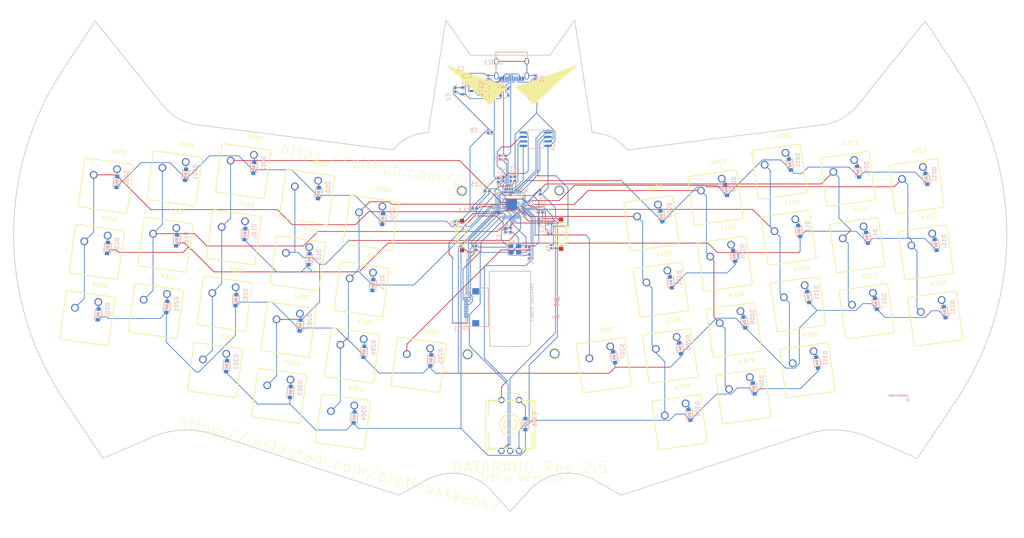
<source format=kicad_pcb>
(kicad_pcb (version 20221018) (generator pcbnew)
  (layers (0 "F.Cu" signal) (31 "B.Cu" signal) (34 "B.Paste" user) (35 "F.Paste" user) (36 "B.SilkS" user "B.Silkscreen") (37 "F.SilkS" user "F.Silkscreen") (38 "B.Mask" user) (39 "F.Mask" user) (44 "Edge.Cuts" user))
  (net 0 "")
  (net 1 "+1V1")
  (net 2 "+3V3")
  (net 3 "+5V")
  (net 4 "C4_1")
  (net 5 "COL0")
  (net 6 "COL1")
  (net 7 "COL10")
  (net 8 "COL11")
  (net 9 "COL12")
  (net 10 "COL2")
  (net 11 "COL3")
  (net 12 "COL4")
  (net 13 "COL5")
  (net 14 "COL6")
  (net 15 "COL7")
  (net 16 "COL8")
  (net 17 "COL9")
  (net 18 "D+")
  (net 19 "D-")
  (net 20 "D112_2")
  (net 21 "D205_2")
  (net 22 "D207_2")
  (net 23 "ENCA")
  (net 24 "ENCB")
  (net 25 "GND")
  (net 26 "K000_1")
  (net 27 "K001_1")
  (net 28 "K002_1")
  (net 29 "K003_1")
  (net 30 "K004_1")
  (net 31 "K008_1")
  (net 32 "K009_1")
  (net 33 "K010_1")
  (net 34 "K011_1")
  (net 35 "K012_1")
  (net 36 "K100_1")
  (net 37 "K101_1")
  (net 38 "K102_1")
  (net 39 "K103_1")
  (net 40 "K104_1")
  (net 41 "K108_1")
  (net 42 "K109_1")
  (net 43 "K110_1")
  (net 44 "K111_1")
  (net 45 "K200_1")
  (net 46 "K201_1")
  (net 47 "K202_1")
  (net 48 "K203_1")
  (net 49 "K204_1")
  (net 50 "K208_1")
  (net 51 "K209_1")
  (net 52 "K210_1")
  (net 53 "K211_1")
  (net 54 "K212_1")
  (net 55 "K302_1")
  (net 56 "K303_1")
  (net 57 "K304_1")
  (net 58 "K306_2")
  (net 59 "K308_1")
  (net 60 "K309_1")
  (net 61 "K310_1")
  (net 62 "MISO")
  (net 63 "MOSI")
  (net 64 "Q_CLK")
  (net 65 "Q_IO0")
  (net 66 "Q_IO1")
  (net 67 "Q_IO2")
  (net 68 "Q_IO3")
  (net 69 "Q_SEL")
  (net 70 "R7_2")
  (net 71 "RESET")
  (net 72 "ROW0")
  (net 73 "ROW1")
  (net 74 "ROW2")
  (net 75 "ROW3")
  (net 76 "SCK")
  (net 77 "SS")
  (net 78 "U3_2")
  (net 79 "U5_46")
  (net 80 "U5_47")
  (net 81 "USBC1_A5")
  (net 82 "USBC1_B5")
  (net 83 "VBUS")
  (net 84 "XIN")
  (net 85 "XOUT")
  (footprint "easyeda:SOD-123F_L2.8-W1.8-LS3.7-RD" (layer "F.Cu") (at 43.561 51.181 -95)
    (fp_text reference "D100")
    (fp_text value "SM4007PL" hide)
  )
  (footprint "easyeda:R0402" (layer "F.Cu") (at 152.019 2.54 -90)
    (fp_text reference "R2")
    (fp_text value "5.1kΩ" hide)
  )
  (footprint "easyeda:CHERRY_MX_100_MILLMAX" (layer "F.Cu") (at 201.168 62.992 8)
    (fp_text reference "K108")
    (fp_text value "100")
  )
  (footprint "easyeda:SOD-123F_L2.8-W1.8-LS3.7-RD" (layer "F.Cu") (at 162.56 101.346 -90)
    (fp_text reference "D306")
    (fp_text value "SM4007PL" hide)
  )
  (footprint "easyeda:SOD-123F_L2.8-W1.8-LS3.7-RD" (layer "F.Cu") (at 103.632 35.56 -95)
    (fp_text reference "D003")
    (fp_text value "SM4007PL" hide)
  )
  (footprint "easyeda:CHERRY_MX_100_MILLMAX" (layer "F.Cu") (at 203.835 81.915 8)
    (fp_text reference "K208")
    (fp_text value "100")
  )
  (footprint "easyeda:SOD-123F_L2.8-W1.8-LS3.7-RD" (layer "F.Cu") (at 85.217 28.321 -95)
    (fp_text reference "D002")
    (fp_text value "SM4007PL" hide)
  )
  (footprint "easyeda:C0402" (layer "F.Cu") (at 166.751 35.306 -90)
    (fp_text reference "C10")
    (fp_text value "1uF" hide)
  )
  (footprint "easyeda:CHERRY_MX_100_MILLMAX" (layer "F.Cu") (at 184.912 84.582 8)
    (fp_text reference "K207")
    (fp_text value "100")
  )
  (footprint "easyeda:CHERRY_MX_100_MILLMAX" (layer "F.Cu") (at 132.207 84.455 -8)
    (fp_text reference "K205")
    (fp_text value "100")
  )
  (footprint "easyeda:USB-C_SMD-TYPE-C-31-M-12" (layer "F.Cu") (at 158.623 0.508 180)
    (fp_text reference "USBC1")
    (fp_text value "TYPE-C-31-M-12" hide)
  )
  (footprint "easyeda:SOD-123F_L2.8-W1.8-LS3.7-RD" (layer "F.Cu") (at 209.296 98.679 -80)
    (fp_text reference "D308")
    (fp_text value "SM4007PL" hide)
  )
  (footprint "easyeda:C0402" (layer "F.Cu") (at 151.638 34.925 180)
    (fp_text reference "C15")
    (fp_text value "100nF" hide)
  )
  (footprint "easyeda:C0402" (layer "F.Cu") (at 166.878 41.021)
    (fp_text reference "C13")
    (fp_text value "100nF" hide)
  )
  (footprint "easyeda:SOD-123F_L2.8-W1.8-LS3.7-RD" (layer "F.Cu") (at 82.677 47.244 -95)
    (fp_text reference "D102")
    (fp_text value "SM4007PL" hide)
  )
  (footprint "easyeda:R0402" (layer "F.Cu") (at 169.545 47.117)
    (fp_text reference "R6")
    (fp_text value "5.1kΩ" hide)
  )
  (footprint "easyeda:SOD-123F_L2.8-W1.8-LS3.7-RD" (layer "F.Cu") (at 80.137 66.04 -95)
    (fp_text reference "D202")
    (fp_text value "SM4007PL" hide)
  )
  (footprint "easyeda:R0402" (layer "F.Cu") (at 163.195 50.927)
    (fp_text reference "R5")
    (fp_text value "1kΩ" hide)
  )
  (footprint "easyeda:SOD-123F_L2.8-W1.8-LS3.7-RD" (layer "F.Cu") (at 219.71 34.671 -80)
    (fp_text reference "D009")
    (fp_text value "SM4007PL" hide)
  )
  (footprint "easyeda:CHERRY_MX_100_MILLMAX" (layer "F.Cu") (at 216.662 36.83 8)
    (fp_text reference "K009")
    (fp_text value "100")
  )
  (footprint "easyeda:RESET SWITCH" (layer "F.Cu") (at 172.72 47.244 -90)
    (fp_text reference "U3")
    (fp_text value "BOOT SWITCH" hide)
  )
  (footprint "easyeda:SOD-123F_L2.8-W1.8-LS3.7-RD" (layer "F.Cu") (at 77.47 84.836 -95)
    (fp_text reference "D302")
    (fp_text value "SM4007PL" hide)
  )
  (footprint "easyeda:CHERRY_MX_100_MILLMAX" (layer "F.Cu") (at 74.168 85.979 -8)
    (fp_text reference "K302")
    (fp_text value "100")
  )
  (footprint "easyeda:C0402" (layer "F.Cu") (at 142.621 6.096 -90)
    (fp_text reference "C2")
    (fp_text value "1uF" hide)
  )
  (footprint "easyeda:CHERRY_MX_100_MILLMAX" (layer "F.Cu") (at 100.33 36.703 -8)
    (fp_text reference "K003")
    (fp_text value "100")
  )
  (footprint "easyeda:FPC-SMD_FPC05012-09200" (layer "F.Cu") (at 147.066 68.072 90)
    (fp_text reference "FPC1")
    (fp_text value "CIRQUE Trackpad" hide)
  )
  (footprint "easyeda:SOD-123F_L2.8-W1.8-LS3.7-RD" (layer "F.Cu") (at 65.786 30.353 -95)
    (fp_text reference "D001")
    (fp_text value "SM4007PL" hide)
  )
  (footprint "easyeda:CHERRY_MX_100_MILLMAX" (layer "F.Cu") (at 237.617 48.387 8)
    (fp_text reference "K110")
    (fp_text value "100")
  )
  (footprint "easyeda:SOT-143_L2.9-W1.3-P1.92-LS2.3-BR" (layer "F.Cu") (at 156.591 6.858)
    (fp_text reference "D1")
    (fp_text value "PRTR5V0U2X,215" hide)
  )
  (footprint "easyeda:CHERRY_MX_100_MILLMAX" (layer "F.Cu") (at 276.606 52.451 8)
    (fp_text reference "K112")
    (fp_text value "100")
  )
  (footprint "easyeda:C0402" (layer "F.Cu") (at 159.639 31.496 90)
    (fp_text reference "C6")
    (fp_text value "100nF" hide)
  )
  (footprint "easyeda:CHERRY_MX_100_MILLMAX" (layer "F.Cu") (at 82.042 29.337 -8)
    (fp_text reference "K002")
    (fp_text value "100")
  )
  (footprint "easyeda:CHERRY_MX_100_MILLMAX" (layer "F.Cu") (at 97.79 55.626 -8)
    (fp_text reference "K103")
    (fp_text value "100")
  )
  (footprint "easyeda:SOD-123F_L2.8-W1.8-LS3.7-RD" (layer "F.Cu") (at 240.538 46.355 -80)
    (fp_text reference "D110")
    (fp_text value "SM4007PL" hide)
  )
  (footprint "easyeda:SOD-123F_L2.8-W1.8-LS3.7-RD" (layer "F.Cu") (at 281.94 69.469 -80)
    (fp_text reference "D212")
    (fp_text value "SM4007PL" hide)
  )
  (footprint "easyeda:SOD-123F_L2.8-W1.8-LS3.7-RD" (layer "F.Cu") (at 116.586 80.772 -95)
    (fp_text reference "D204")
    (fp_text value "SM4007PL" hide)
  )
  (footprint "easyeda:SOD-123F_L2.8-W1.8-LS3.7-RD" (layer "F.Cu") (at 206.629 79.756 -80)
    (fp_text reference "D208")
    (fp_text value "SM4007PL" hide)
  )
  (footprint "easyeda:SOD-123F_L2.8-W1.8-LS3.7-RD" (layer "F.Cu") (at 259.842 48.26 -80)
    (fp_text reference "D111")
    (fp_text value "SM4007PL" hide)
  )
  (footprint "easyeda:CHERRY_MX_100_MILLMAX" (layer "F.Cu") (at 40.386 52.324 -8)
    (fp_text reference "K100")
    (fp_text value "100")
  )
  (footprint "easyeda:CHERRY_MX_100_MILLMAX" (layer "F.Cu") (at 37.719 71.247 -8)
    (fp_text reference "K200")
    (fp_text value "100")
  )
  (footprint "easyeda:CHERRY_MX_100_MILLMAX" (layer "F.Cu") (at 95.123 74.549 -8)
    (fp_text reference "K203")
    (fp_text value "100")
  )
  (footprint "easyeda:CHERRY_MX_100_MILLMAX" (layer "F.Cu") (at 79.502 48.26 -8)
    (fp_text reference "K102")
    (fp_text value "100")
  )
  (footprint "easyeda:C0402" (layer "F.Cu") (at 154.813 31.877 90)
    (fp_text reference "C16")
    (fp_text value "100nF" hide)
  )
  (footprint "easyeda:SOD-123F_L2.8-W1.8-LS3.7-RD" (layer "F.Cu") (at 46.228 32.385 -95)
    (fp_text reference "D000")
    (fp_text value "SM4007PL" hide)
  )
  (footprint "easyeda:F0805" (layer "F.Cu") (at 151.257 6.604 90)
    (fp_text reference "F1")
    (fp_text value "BSMD0805-020-15V" hide)
  )
  (footprint "easyeda:R0402" (layer "F.Cu") (at 169.926 50.8 -90)
    (fp_text reference "R4")
    (fp_text value "1kΩ" hide)
  )
  (footprint "easyeda:C0402" (layer "F.Cu") (at 166.37 43.561 -90)
    (fp_text reference "C11")
    (fp_text value "100nF" hide)
  )
  (footprint "easyeda:SOD-123F_L2.8-W1.8-LS3.7-RD" (layer "F.Cu") (at 227.584 91.186 -80)
    (fp_text reference "D309")
    (fp_text value "SM4007PL" hide)
  )
  (footprint "easyeda:C0402" (layer "F.Cu") (at 156.845 46.101 -90)
    (fp_text reference "C5")
    (fp_text value "1uF" hide)
  )
  (footprint "easyeda:SOD-123F_L2.8-W1.8-LS3.7-RD" (layer "F.Cu") (at 95.631 92.202 -95)
    (fp_text reference "D303")
    (fp_text value "SM4007PL" hide)
  )
  (footprint "easyeda:CHERRY_MX_100_MILLMAX" (layer "F.Cu") (at 240.284 67.183 8)
    (fp_text reference "K210")
    (fp_text value "100")
  )
  (footprint "easyeda:CHERRY_MX_100_MILLMAX" (layer "F.Cu") (at 118.618 44.069 -8)
    (fp_text reference "K004")
    (fp_text value "100")
  )
  (footprint "easyeda:C0402" (layer "F.Cu") (at 148.463 51.181 -90)
    (fp_text reference "C3")
    (fp_text value "22pF" hide)
  )
  (footprint "easyeda:CHERRY_MX_100_MILLMAX" (layer "F.Cu") (at 224.663 93.345 8)
    (fp_text reference "K309")
    (fp_text value "100")
  )
  (footprint "easyeda:C0402" (layer "F.Cu") (at 158.369 31.496 90)
    (fp_text reference "C14")
    (fp_text value "100nF" hide)
  )
  (footprint "easyeda:SOD-123F_L2.8-W1.8-LS3.7-RD" (layer "F.Cu") (at 98.425 73.279 -95)
    (fp_text reference "D203")
    (fp_text value "SM4007PL" hide)
  )
  (footprint "easyeda:SOIC-8_L5.3-W5.3-P1.27-LS8.0-BL" (layer "F.Cu") (at 165.481 20.193 90)
    (fp_text reference "U4")
    (fp_text value "W25Q128JVSIQTR" hide)
  )
  (footprint "easyeda:SOD-123F_L2.8-W1.8-LS3.7-RD" (layer "F.Cu") (at 279.4 50.292 -80)
    (fp_text reference "D112")
    (fp_text value "SM4007PL" hide)
  )
  (footprint "easyeda:CHERRY_MX_100_MILLMAX" (layer "F.Cu") (at 110.617 100.711 -8)
    (fp_text reference "K304")
    (fp_text value "100")
  )
  (footprint "easyeda:C0402" (layer "F.Cu") (at 158.369 46.101 -90)
    (fp_text reference "C9")
    (fp_text value "10uF" hide)
  )
  (footprint "easyeda:R0402" (layer "F.Cu") (at 142.494 44.069 90)
    (fp_text reference "R3")
    (fp_text value "5.1kΩ" hide)
  )
  (footprint "easyeda:CHERRY_MX_100_MILLMAX" (layer "F.Cu") (at 198.501 44.196 8)
    (fp_text reference "K008")
    (fp_text value "100")
  )
  (footprint "easyeda:SOD-123F_L2.8-W1.8-LS3.7-RD" (layer "F.Cu") (at 245.618 83.82 -80)
    (fp_text reference "D310")
    (fp_text value "SM4007PL" hide)
  )
  (footprint "easyeda:C0402" (layer "F.Cu") (at 146.05 2.159 180)
    (fp_text reference "C1")
    (fp_text value "1uF" hide)
  )
  (footprint "easyeda:SOD-123F_L2.8-W1.8-LS3.7-RD" (layer "F.Cu") (at 257.302 29.464 -80)
    (fp_text reference "D011")
    (fp_text value "SM4007PL" hide)
  )
  (footprint "easyeda:C0402" (layer "F.Cu") (at 156.337 31.496 90)
    (fp_text reference "C7")
    (fp_text value "100nF" hide)
  )
  (footprint "easyeda:SOD-123F_L2.8-W1.8-LS3.7-RD" (layer "F.Cu") (at 262.382 67.056 -80)
    (fp_text reference "D211")
    (fp_text value "SM4007PL" hide)
  )
  (footprint "easyeda:SOD-123F_L2.8-W1.8-LS3.7-RD" (layer "F.Cu") (at 60.452 67.945 -95)
    (fp_text reference "D201")
    (fp_text value "SM4007PL" hide)
  )
  (footprint "easyeda:SOD-123F_L2.8-W1.8-LS3.7-RD" (layer "F.Cu") (at 187.833 82.296 -80)
    (fp_text reference "D207")
    (fp_text value "SM4007PL" hide)
  )
  (footprint "easyeda:SOD-123F_L2.8-W1.8-LS3.7-RD" (layer "F.Cu") (at 135.636 83.185 -95)
    (fp_text reference "D205")
    (fp_text value "SM4007PL" hide)
  )
  (footprint "easyeda:CHERRY_MX_100_MILLMAX" (layer "F.Cu") (at 254.381 31.496 8)
    (fp_text reference "K011")
    (fp_text value "100")
  )
  (footprint "easyeda:SOD-123F_L2.8-W1.8-LS3.7-RD" (layer "F.Cu") (at 221.996 53.467 -80)
    (fp_text reference "D109")
    (fp_text value "SM4007PL" hide)
  )
  (footprint "easyeda:C0402" (layer "F.Cu") (at 148.082 39.878 180)
    (fp_text reference "C12")
    (fp_text value "100nF" hide)
  )
  (footprint "easyeda:R0402" (layer "F.Cu") (at 169.545 44.323 180)
    (fp_text reference "R7")
    (fp_text value "5.1kΩ" hide)
  )
  (footprint "easyeda:CHERRY_MX_100_MILLMAX" (layer "F.Cu") (at 92.456 93.345 -8)
    (fp_text reference "K303")
    (fp_text value "100")
  )
  (footprint "easyeda:R0402" (layer "F.Cu") (at 156.845 25.4 -90)
    (fp_text reference "R8")
    (fp_text value "27Ω" hide)
  )
  (footprint "easyeda:R0402" (layer "F.Cu") (at 165.354 2.54 90)
    (fp_text reference "R1")
    (fp_text value "5.1kΩ" hide)
  )
  (footprint "easyeda:C0402" (layer "F.Cu") (at 163.703 53.594 -90)
    (fp_text reference "C4")
    (fp_text value "22pF" hide)
  )
  (footprint "easyeda:SOD-123F_L2.8-W1.8-LS3.7-RD" (layer "F.Cu") (at 63.246 49.022 -95)
    (fp_text reference "D101")
    (fp_text value "SM4007PL" hide)
  )
  (footprint "easyeda:SOD-123F_L2.8-W1.8-LS3.7-RD" (layer "F.Cu") (at 243.078 65.151 -80)
    (fp_text reference "D210")
    (fp_text value "SM4007PL" hide)
  )
  (footprint "easyeda:SOD-123F_L2.8-W1.8-LS3.7-RD" (layer "F.Cu") (at 119.126 61.722 -95)
    (fp_text reference "D104")
    (fp_text value "SM4007PL" hide)
  )
  (footprint "easyeda:SOD-123F_L2.8-W1.8-LS3.7-RD" (layer "F.Cu") (at 40.894 70.104 -95)
    (fp_text reference "D200")
    (fp_text value "SM4007PL" hide)
  )
  (footprint "easyeda:CHERRY_MX_100_MILLMAX" (layer "F.Cu") (at 115.951 62.865 -8)
    (fp_text reference "K104")
    (fp_text value "100")
  )
  (footprint "easyeda:SOD-123F_L2.8-W1.8-LS3.7-RD" (layer "F.Cu") (at 203.962 60.96 -80)
    (fp_text reference "D108")
    (fp_text value "SM4007PL" hide)
  )
  (footprint "easyeda:SOD-123F_L2.8-W1.8-LS3.7-RD" (layer "F.Cu") (at 113.792 99.441 -95)
    (fp_text reference "D304")
    (fp_text value "SM4007PL" hide)
  )
  (footprint "easyeda:LQFN-56_L7.0-W7.0-P0.4-EP" (layer "F.Cu") (at 158.623 38.862)
    (fp_text reference "U5")
    (fp_text value "RP2040" hide)
  )
  (footprint "easyeda:CHERRY_MX_100_MILLMAX" (layer "F.Cu") (at 221.996 74.549 8)
    (fp_text reference "K209")
    (fp_text value "100")
  )
  (footprint "easyeda:CHERRY_MX_100_MILLMAX" (layer "F.Cu") (at 273.939 33.528 8)
    (fp_text reference "K012")
    (fp_text value "100")
  )
  (footprint "easyeda:CHERRY_MX_100_MILLMAX" (layer "F.Cu") (at 259.715 69.342 8)
    (fp_text reference "K211")
    (fp_text value "100")
  )
  (footprint "easyeda:OSC-SMD_4P-L3.2-W2.5-BL" (layer "F.Cu") (at 159.512 51.562)
    (fp_text reference "X1")
    (fp_text value "12MHz" hide)
  )
  (footprint "easyeda:CHERRY_MX_100_MILLMAX" (layer "F.Cu") (at 234.823 29.464 8)
    (fp_text reference "K010")
    (fp_text value "100")
  )
  (footprint "easyeda:SW-TH_PEC11R-4XXXF-SXXXX" (layer "F.Cu") (at 158.242 101.728)
    (fp_text reference "K306")
    (fp_text value "PEC11R-4015F-S0024" hide)
  )
  (footprint "easyeda:CHERRY_MX_100_MILLMAX" (layer "F.Cu") (at 43.053 33.401 -8)
    (fp_text reference "K000")
    (fp_text value "100")
  )
  (footprint "easyeda:CHERRY_MX_100_MILLMAX" (layer "F.Cu") (at 206.375 100.838 8)
    (fp_text reference "K308")
    (fp_text value "100")
  )
  (footprint "easyeda:CHERRY_MX_100_MILLMAX" (layer "F.Cu") (at 113.284 81.788 -8)
    (fp_text reference "K204")
    (fp_text value "100")
  )
  (footprint "easyeda:CHERRY_MX_100_MILLMAX" (layer "F.Cu") (at 62.611 31.369 -8)
    (fp_text reference "K001")
    (fp_text value "100")
  )
  (footprint "easyeda:CHERRY_MX_100_MILLMAX" (layer "F.Cu") (at 219.329 55.626 8)
    (fp_text reference "K109")
    (fp_text value "100")
  )
  (footprint "easyeda:SOD-123F_L2.8-W1.8-LS3.7-RD" (layer "F.Cu") (at 201.295 42.164 -80)
    (fp_text reference "D008")
    (fp_text value "SM4007PL" hide)
  )
  (footprint "easyeda:CHERRY_MX_100_MILLMAX" (layer "F.Cu") (at 257.048 50.419 8)
    (fp_text reference "K111")
    (fp_text value "100")
  )
  (footprint "easyeda:CHERRY_MX_100_MILLMAX" (layer "F.Cu") (at 242.824 85.979 8)
    (fp_text reference "K310")
    (fp_text value "100")
  )
  (footprint "easyeda:CHERRY_MX_100_MILLMAX" (layer "F.Cu") (at 279.273 71.374 8)
    (fp_text reference "K212")
    (fp_text value "100")
  )
  (footprint "easyeda:SOT-23-3_L2.9-W1.6-P1.90-LS2.8-BR" (layer "F.Cu") (at 145.923 6.477)
    (fp_text reference "U1")
    (fp_text value "XC6206P332MR" hide)
  )
  (footprint "easyeda:RESET SWITCH" (layer "F.Cu") (at 144.526 47.625 90)
    (fp_text reference "U2")
    (fp_text value "RESET SWITCH" hide)
  )
  (footprint "easyeda:SOD-123F_L2.8-W1.8-LS3.7-RD" (layer "F.Cu") (at 276.733 31.496 -80)
    (fp_text reference "D012")
    (fp_text value "SM4007PL" hide)
  )
  (footprint "easyeda:SOD-123F_L2.8-W1.8-LS3.7-RD" (layer "F.Cu") (at 237.871 27.432 -80)
    (fp_text reference "D010")
    (fp_text value "SM4007PL" hide)
  )
  (footprint "easyeda:CHERRY_MX_100_MILLMAX" (layer "F.Cu") (at 57.277 68.961 -8)
    (fp_text reference "K201")
    (fp_text value "100")
  )
  (footprint "easyeda:SOD-123F_L2.8-W1.8-LS3.7-RD" (layer "F.Cu") (at 100.965 54.356 -95)
    (fp_text reference "D103")
    (fp_text value "SM4007PL" hide)
  )
  (footprint "easyeda:SOD-123F_L2.8-W1.8-LS3.7-RD" (layer "F.Cu") (at 224.917 72.39 -80)
    (fp_text reference "D209")
    (fp_text value "SM4007PL" hide)
  )
  (footprint "easyeda:CHERRY_MX_100_MILLMAX" (layer "F.Cu") (at 59.944 50.165 -8)
    (fp_text reference "K101")
    (fp_text value "100")
  )
  (footprint "easyeda:CHERRY_MX_100_MILLMAX" (layer "F.Cu") (at 76.835 67.056 -8)
    (fp_text reference "K202")
    (fp_text value "100")
  )
  (footprint "easyeda:SOD-123F_L2.8-W1.8-LS3.7-RD" (layer "F.Cu") (at 121.92 42.926 -95)
    (fp_text reference "D004")
    (fp_text value "SM4007PL" hide)
  )
  (footprint "easyeda:R0402" (layer "F.Cu") (at 155.194 25.4 -90)
    (fp_text reference "R9")
    (fp_text value "27Ω" hide)
  )
  (footprint "easyeda:C0402" (layer "F.Cu") (at 152.527 18.288 180)
    (fp_text reference "C8")
    (fp_text value "1uF" hide)
  )
  (gr_line (start 178.889 91.97) (end 177.08 79.097) (stroke (width 0.254)) (layer "F.SilkS"))
  (gr_line (start 102.799 106.107) (end 104.608 93.234) (stroke (width 0.254)) (layer "F.SilkS"))
  (gr_line (start 151.74 94.533) (end 164.74 94.533) (stroke (width 0.254)) (layer "F.SilkS"))
  (gr_arc (start 200.97 108.609) (mid 200.59948 108.513515) (end 200.405 108.184) (stroke (width 0.254)) (layer "F.SilkS"))
  (gr_line (start 29.992 76.638) (end 31.801 63.764) (stroke (width 0.254)) (layer "F.SilkS"))
  (gr_line (start 86.946 42.154) (end 74.072 40.344) (stroke (width 0.254)) (layer "F.SilkS"))
  (gr_arc (start 118.047 94.618) (mid 118.376515 94.81248) (end 118.472 95.183) (stroke (width 0.254)) (layer "F.SilkS"))
  (gr_line (start 89.623 66.576) (end 102.496 68.386) (stroke (width 0.254)) (layer "F.SilkS"))
  (gr_line (start 74.349 34.779) (end 76.159 21.905) (stroke (width 0.254)) (layer "F.SilkS"))
  (gr_line (start 79.684 93.752) (end 66.811 91.942) (stroke (width 0.254)) (layer "F.SilkS"))
  (gr_line (start 66.385 91.378) (end 68.195 78.504) (stroke (width 0.254)) (layer "F.SilkS"))
  (gr_arc (start 124.741 90.459) (mid 124.411192 90.265227) (end 124.315 89.895) (stroke (width 0.254)) (layer "F.SilkS"))
  (gr_arc (start 203.941 36.342) (mid 204.311227 36.438192) (end 204.505 36.768) (stroke (width 0.254)) (layer "F.SilkS"))
  (gr_arc (start 248.947 39.345) (mid 248.57648 39.249515) (end 248.382 38.92) (stroke (width 0.254)) (layer "F.SilkS"))
  (gr_arc (start 237.373 93.864) (mid 237.002773 93.767808) (end 236.809 93.438) (stroke (width 0.254)) (layer "F.SilkS"))
  (gr_arc (start 126 38.024) (mid 126.329808 38.217773) (end 126.426 38.588) (stroke (width 0.254)) (layer "F.SilkS"))
  (gr_line (start 121.965 70.327) (end 123.775 57.453) (stroke (width 0.254)) (layer "F.SilkS"))
  (gr_arc (start 216.797 87.942) (mid 216.893192 87.571773) (end 217.223 87.378) (stroke (width 0.254)) (layer "F.SilkS"))
  (gr_arc (start 103.225 106.672) (mid 102.895192 106.478227) (end 102.799 106.108) (stroke (width 0.254)) (layer "F.SilkS"))
  (gr_arc (start 206.592 55.207) (mid 206.96252 55.302485) (end 207.157 55.632) (stroke (width 0.254)) (layer "F.SilkS"))
  (gr_line (start 37.669 25.61) (end 50.542 27.419) (stroke (width 0.254)) (layer "F.SilkS"))
  (gr_arc (start 72.124 54.208) (mid 71.794192 54.014227) (end 71.698 53.644) (stroke (width 0.254)) (layer "F.SilkS"))
  (gr_line (start 242.293 35.471) (end 229.419 37.28) (stroke (width 0.254)) (layer "F.SilkS"))
  (gr_line (start 213.843 106.8) (end 200.97 108.609) (stroke (width 0.254)) (layer "F.SilkS"))
  (gr_circle (center 144.477 34.916) (end 145.977 34.916) (stroke (width 0.254)) (fill none) (layer "F.SilkS"))
  (gr_line (start 165.003 10.318) (end 160.003 5.318) (stroke (width 0.254)) (layer "F.SilkS"))
  (gr_arc (start 84.294 61.018) (mid 84.623803 61.211766) (end 84.720002 61.581983) (stroke (width 0.254)) (layer "F.SilkS"))
  (gr_line (start 191.067 38.151) (end 203.941 36.342) (stroke (width 0.254)) (layer "F.SilkS"))
  (gr_line (start 50.968 27.984) (end 49.158 40.857) (stroke (width 0.254)) (layer "F.SilkS"))
  (gr_arc (start 193.016 52.015) (mid 192.645486 51.91952) (end 192.451002 51.590017) (stroke (width 0.254)) (layer "F.SilkS"))
  (gr_line (start 35.295 38.909) (end 37.104 26.035) (stroke (width 0.254)) (layer "F.SilkS"))
  (gr_arc (start 87.674 80.44) (mid 87.344485 80.24552) (end 87.249 79.875) (stroke (width 0.254)) (layer "F.SilkS"))
  (gr_arc (start 211.218 44.648) (mid 210.84748 44.552515) (end 210.653 44.223) (stroke (width 0.254)) (layer "F.SilkS"))
  (gr_arc (start 92.977 42.711) (mid 92.647192 42.517227) (end 92.551 42.147) (stroke (width 0.254)) (layer "F.SilkS"))
  (gr_line (start 192.451 51.59) (end 190.642 38.716) (stroke (width 0.254)) (layer "F.SilkS"))
  (gr_line (start 271.828 65.276) (end 284.702 63.466) (stroke (width 0.254)) (layer "F.SilkS"))
  (gr_arc (start 98.461 100.688) (mid 98.267227 101.017808) (end 97.897 101.114) (stroke (width 0.254)) (layer "F.SilkS"))
  (gr_line (start 234.722 75.01) (end 247.595 73.2) (stroke (width 0.254)) (layer "F.SilkS"))
  (gr_arc (start 234.999 80.565) (mid 235.094778 80.193773) (end 235.425 79.999) (stroke (width 0.254)) (layer "F.SilkS"))
  (gr_arc (start 246.573 26.046) (mid 246.669187 25.675779) (end 246.998983 25.482002) (stroke (width 0.254)) (layer "F.SilkS"))
  (gr_arc (start 209.243 74.071) (mid 209.61352 74.166485) (end 209.808 74.496) (stroke (width 0.254)) (layer "F.SilkS"))
  (gr_line (start 208.541 69.07) (end 195.667 70.88) (stroke (width 0.254)) (layer "F.SilkS"))
  (gr_arc (start 211.617 87.37) (mid 211.521515 87.74052) (end 211.192 87.935) (stroke (width 0.254)) (layer "F.SilkS"))
  (gr_poly (pts (xy 156.972 5.334) (xy 147.066 5.334) (xy 141.605 -0.127) (xy 149.352 2.54)) (fill solid) (layer "F.SilkS"))
  (gr_line (start 267.909 40.985) (end 266.1 28.111) (stroke (width 0.254)) (layer "F.SilkS"))
  (gr_arc (start 105.876 87.808) (mid 105.545783 87.613234) (end 105.449998 87.242017) (stroke (width 0.254)) (layer "F.SilkS"))
  (gr_line (start 283.999 58.465) (end 271.125 60.275) (stroke (width 0.254)) (layer "F.SilkS"))
  (gr_line (start 199.021 94.745) (end 211.895 92.936) (stroke (width 0.254)) (layer "F.SilkS"))
  (gr_arc (start 124.617 51.462) (mid 124.423227 51.791808) (end 124.053 51.888) (stroke (width 0.254)) (layer "F.SilkS"))
  (gr_line (start 152.303 10.318) (end 140.303 -0.682) (stroke (width 0.254)) (layer "F.SilkS"))
  (gr_line (start 139.562 78.404) (end 126.689 76.595) (stroke (width 0.254)) (layer "F.SilkS"))
  (gr_line (start 243.56 40.898) (end 245.37 53.771) (stroke (width 0.254)) (layer "F.SilkS"))
  (gr_arc (start 121.965 70.327) (mid 121.77052 70.656515) (end 121.4 70.752) (stroke (width 0.254)) (layer "F.SilkS"))
  (gr_arc (start 232.071 56.145) (mid 231.70048 56.049515) (end 231.506 55.72) (stroke (width 0.254)) (layer "F.SilkS"))
  (gr_line (start 248.382 38.92) (end 246.573 26.046) (stroke (width 0.254)) (layer "F.SilkS"))
  (gr_arc (start 81.633 79.888) (mid 81.96251 80.082473) (end 82.058002 80.452983) (stroke (width 0.254)) (layer "F.SilkS"))
  (gr_arc (start 34.453 44.9) (mid 34.646773 44.570192) (end 35.017 44.474) (stroke (width 0.254)) (layer "F.SilkS"))
  (gr_arc (start 266.1 28.111) (mid 266.196192 27.740773) (end 266.526 27.547) (stroke (width 0.254)) (layer "F.SilkS"))
  (gr_arc (start 216.52 82.377) (mid 216.14948 82.281515) (end 215.955 81.952) (stroke (width 0.254)) (layer "F.SilkS"))
  (gr_line (start 215.955 81.951) (end 214.146 69.078) (stroke (width 0.254)) (layer "F.SilkS"))
  (gr_arc (start 91.709 48.137) (mid 91.90348 47.807485) (end 92.274 47.712) (stroke (width 0.254)) (layer "F.SilkS"))
  (gr_line (start 209.808 74.497) (end 211.617 87.37) (stroke (width 0.254)) (layer "F.SilkS"))
  (gr_line (start 273.212 78.714) (end 271.403 65.84) (stroke (width 0.254)) (layer "F.SilkS"))
  (gr_line (start 110.753 49.514) (end 112.562 36.64) (stroke (width 0.254)) (layer "F.SilkS"))
  (gr_poly (pts (xy 147.066 5.334) (xy 147.066 5.207) (xy 147.066 5.334) (xy 147.193 5.461) (xy 147.193 5.334)) (fill solid) (layer "F.SilkS"))
  (gr_arc (start 284.702 63.466) (mid 285.072227 63.562192) (end 285.266 63.892) (stroke (width 0.254)) (layer "F.SilkS"))
  (gr_arc (start 68.195 78.504) (mid 68.38948 78.174485) (end 68.76 78.079) (stroke (width 0.254)) (layer "F.SilkS"))
  (gr_line (start 52.171 55.708) (end 53.98 42.835) (stroke (width 0.254)) (layer "F.SilkS"))
  (gr_line (start 87.648 37.153) (end 74.775 35.344) (stroke (width 0.254)) (layer "F.SilkS"))
  (gr_line (start 265.739 61.827) (end 267.548 74.7) (stroke (width 0.254)) (layer "F.SilkS"))
  (gr_line (start 92.274 47.712) (end 105.147 49.521) (stroke (width 0.254)) (layer "F.SilkS"))
  (gr_arc (start 245.647 59.337) (mid 246.017227 59.433192) (end 246.211 59.763) (stroke (width 0.254)) (layer "F.SilkS"))
  (gr_line (start 282.615 45.027) (end 284.424 57.901) (stroke (width 0.254)) (layer "F.SilkS"))
  (gr_line (start 164.74 108.532) (end 151.74 108.532) (stroke (width 0.254)) (layer "F.SilkS"))
  (gr_arc (start 227.445 66.704) (mid 227.81552 66.799485) (end 228.01 67.129) (stroke (width 0.254)) (layer "F.SilkS"))
  (gr_arc (start 67.418 44.219) (mid 67.747808 44.412773) (end 67.844 44.783) (stroke (width 0.254)) (layer "F.SilkS"))
  (gr_line (start 65.47 58.082) (end 52.596 56.273) (stroke (width 0.254)) (layer "F.SilkS"))
  (gr_line (start 269.177 46.411) (end 282.05 44.602) (stroke (width 0.254)) (layer "F.SilkS"))
  (gr_arc (start 89.597 23.289) (mid 89.926515 23.48348) (end 90.022 23.854) (stroke (width 0.254)) (layer "F.SilkS"))
  (gr_line (start 228.855 36.855) (end 227.045 23.981) (stroke (width 0.254)) (layer "F.SilkS"))
  (gr_arc (start 242.718 34.906) (mid 242.622515 35.27652) (end 242.293 35.471) (stroke (width 0.254)) (layer "F.SilkS"))
  (gr_arc (start 267.548 74.7) (mid 267.452515 75.07052) (end 267.123 75.265) (stroke (width 0.254)) (layer "F.SilkS"))
  (gr_line (start 105.85 44.52) (end 92.977 42.711) (stroke (width 0.254)) (layer "F.SilkS"))
  (gr_line (start 51.893 61.274) (end 64.767 63.083) (stroke (width 0.254)) (layer "F.SilkS"))
  (gr_arc (start 271.125 60.275) (mid 270.754773 60.178808) (end 270.561 59.849) (stroke (width 0.254)) (layer "F.SilkS"))
  (gr_line (start 118.472 95.182) (end 116.663 108.056) (stroke (width 0.254)) (layer "F.SilkS"))
  (gr_line (start 160.003 5.318) (end 177.003 -0.682) (stroke (width 0.254)) (layer "F.SilkS"))
  (gr_arc (start 111.178 50.078) (mid 110.848485 49.88352) (end 110.753 49.513) (stroke (width 0.254)) (layer "F.SilkS"))
  (gr_arc (start 116.663 108.056) (mid 116.46852 108.385515) (end 116.098 108.481) (stroke (width 0.254)) (layer "F.SilkS"))
  (gr_arc (start 279.399 25.737) (mid 279.76952 25.832485) (end 279.964 26.162) (stroke (width 0.254)) (layer "F.SilkS"))
  (gr_line (start 108.527 68.943) (end 121.401 70.752) (stroke (width 0.254)) (layer "F.SilkS"))
  (gr_arc (start 249.224 44.911) (mid 249.319485 44.54048) (end 249.649 44.346) (stroke (width 0.254)) (layer "F.SilkS"))
  (gr_arc (start 282.05 44.602) (mid 282.42052 44.697485) (end 282.615 45.027) (stroke (width 0.254)) (layer "F.SilkS"))
  (gr_line (start 240.909 22.033) (end 242.718 34.906) (stroke (width 0.254)) (layer "F.SilkS"))
  (gr_line (start 248.298 78.191) (end 235.425 80) (stroke (width 0.254)) (layer "F.SilkS"))
  (gr_arc (start 248.021 72.636) (mid 247.924808 73.006227) (end 247.595 73.2) (stroke (width 0.254)) (layer "F.SilkS"))
  (gr_arc (start 232.47 98.867) (mid 232.37452 99.237514) (end 232.045017 99.431998) (stroke (width 0.254)) (layer "F.SilkS"))
  (gr_arc (start 43.856 78.586) (mid 43.662227 78.915808) (end 43.292 79.012) (stroke (width 0.254)) (layer "F.SilkS"))
  (gr_arc (start 37.104 26.035) (mid 37.29848 25.705485) (end 37.669 25.61) (stroke (width 0.254)) (layer "F.SilkS"))
  (gr_line (start 62.819 76.947) (end 49.945 75.138) (stroke (width 0.254)) (layer "F.SilkS"))
  (gr_line (start 103.199 63.385) (end 90.325 61.576) (stroke (width 0.254)) (layer "F.SilkS"))
  (gr_circle (center 170.891 81.261) (end 172.391 81.261) (stroke (width 0.254)) (fill none) (layer "F.SilkS"))
  (gr_line (start 249.65 44.346) (end 262.523 42.537) (stroke (width 0.254)) (layer "F.SilkS"))
  (gr_line (start 140.303 -0.682) (end 157.303 5.318) (stroke (width 0.254)) (layer "F.SilkS"))
  (gr_line (start 69.047 72.508) (end 70.856 59.635) (stroke (width 0.254)) (layer "F.SilkS"))
  (gr_line (start 209.269 30.784) (end 222.143 28.975) (stroke (width 0.254)) (layer "F.SilkS"))
  (gr_arc (start 55.248 37.409) (mid 54.917485 37.214935) (end 54.821 36.844) (stroke (width 0.254)) (layer "F.SilkS"))
  (gr_arc (start 119.314 89.191) (mid 119.120227 89.520808) (end 118.75 89.617) (stroke (width 0.254)) (layer "F.SilkS"))
  (gr_line (start 71.421 59.209) (end 84.294 61.018) (stroke (width 0.254)) (layer "F.SilkS"))
  (gr_line (start 232.045 99.432) (end 219.171 101.241) (stroke (width 0.254)) (layer "F.SilkS"))
  (gr_arc (start 227.045 23.981) (mid 227.141202 23.610758) (end 227.471035 23.416995) (stroke (width 0.254)) (layer "F.SilkS"))
  (gr_line (start 54.545 42.409) (end 67.418 44.219) (stroke (width 0.254)) (layer "F.SilkS"))
  (gr_arc (start 164.74 94.533) (mid 165.092846 94.679154) (end 165.239 95.032) (stroke (width 0.254)) (layer "F.SilkS"))
  (gr_line (start 232.348 61.711) (end 234.157 74.584) (stroke (width 0.254)) (layer "F.SilkS"))
  (gr_line (start 107.26 74.369) (end 105.45 87.243) (stroke (width 0.254)) (layer "F.SilkS"))
  (gr_arc (start 251.875 63.775) (mid 251.971192 63.404773) (end 252.301 63.211) (stroke (width 0.254)) (layer "F.SilkS"))
  (gr_line (start 109.911 55.505) (end 108.102 68.378) (stroke (width 0.254)) (layer "F.SilkS"))
  (gr_arc (start 86.407 85.867) (mid 86.600766 85.537197) (end 86.970983 85.440998) (stroke (width 0.254)) (layer "F.SilkS"))
  (gr_arc (start 287.076 76.765) (mid 286.980228 77.136221) (end 286.650017 77.330998) (stroke (width 0.254)) (layer "F.SilkS"))
  (gr_arc (start 268.474 41.41) (mid 268.10348 41.314515) (end 267.909 40.985) (stroke (width 0.254)) (layer "F.SilkS"))
  (gr_arc (start 273.777 79.139) (mid 273.40648 79.043515) (end 273.212 78.714) (stroke (width 0.254)) (layer "F.SilkS"))
  (gr_arc (start 208.844 31.349) (mid 208.939485 30.97848) (end 209.269 30.784) (stroke (width 0.254)) (layer "F.SilkS"))
  (gr_line (start 108.224 31.221) (end 106.415 44.095) (stroke (width 0.254)) (layer "F.SilkS"))
  (gr_arc (start 112.562 36.64) (mid 112.75648 36.310485) (end 113.127 36.215) (stroke (width 0.254)) (layer "F.SilkS"))
  (gr_line (start 230.122 42.281) (end 242.996 40.472) (stroke (width 0.254)) (layer "F.SilkS"))
  (gr_circle (center 146.105 81.457) (end 147.605 81.457) (stroke (width 0.254)) (fill none) (layer "F.SilkS"))
  (gr_arc (start 49.945 75.138) (mid 49.615485 74.94352) (end 49.52 74.573) (stroke (width 0.254)) (layer "F.SilkS"))
  (gr_arc (start 190.379 76.723) (mid 190.749227 76.819192) (end 190.943 77.149) (stroke (width 0.254)) (layer "F.SilkS"))
  (gr_arc (start 198.596 95.31) (mid 198.69148 94.939486) (end 199.020983 94.745002) (stroke (width 0.254)) (layer "F.SilkS"))
  (gr_arc (start 248.298 78.191) (mid 248.66852 78.286485) (end 248.863 78.616) (stroke (width 0.254)) (layer "F.SilkS"))
  (gr_line (start 228.01 67.129) (end 229.819 80.003) (stroke (width 0.254)) (layer "F.SilkS"))
  (gr_line (start 210.653 44.222) (end 208.844 31.349) (stroke (width 0.254)) (layer "F.SilkS"))
  (gr_arc (start 105.147 49.521) (mid 105.476808 49.714773) (end 105.573 50.085) (stroke (width 0.254)) (layer "F.SilkS"))
  (gr_arc (start 53.98 42.835) (mid 54.17448 42.505485) (end 54.545 42.41) (stroke (width 0.254)) (layer "F.SilkS"))
  (gr_line (start 92.551 42.146) (end 94.36 29.273) (stroke (width 0.254)) (layer "F.SilkS"))
  (gr_arc (start 101.112 81.824) (mid 100.91752 82.153515) (end 100.547 82.249) (stroke (width 0.254)) (layer "F.SilkS"))
  (gr_arc (start 103.764 62.959) (mid 103.569935 63.289515) (end 103.199 63.386) (stroke (width 0.254)) (layer "F.SilkS"))
  (gr_arc (start 86.946 42.154) (mid 87.275515 42.34848) (end 87.371 42.719) (stroke (width 0.254)) (layer "F.SilkS"))
  (gr_arc (start 245.37 53.771) (mid 245.274222 54.142227) (end 244.944 54.337) (stroke (width 0.254)) (layer "F.SilkS"))
  (gr_arc (start 229.819 80.003) (mid 229.723515 80.37352) (end 229.394 80.568) (stroke (width 0.254)) (layer "F.SilkS"))
  (gr_line (start 248.021 72.636) (end 246.212 59.762) (stroke (width 0.254)) (layer "F.SilkS"))
  (gr_arc (start 227.168 61.138) (mid 227.072515 61.50852) (end 226.743 61.703) (stroke (width 0.254)) (layer "F.SilkS"))
  (gr_poly (pts (xy 160.274 5.334) (xy 160.274 5.461) (xy 164.973 10.16) (xy 165.354 10.16) (xy 176.53 -0.381)) (fill solid) (layer "F.SilkS"))
  (gr_poly (pts (xy 152.273 10.16) (xy 154.686 7.874) (xy 157.226 5.334) (xy 147.193 5.461) (xy 147.193 5.588)) (fill solid) (layer "F.SilkS"))
  (gr_line (start 49.52 74.573) (end 51.329 61.7) (stroke (width 0.254)) (layer "F.SilkS"))
  (gr_arc (start 107.799 30.657) (mid 108.128515 30.85148) (end 108.224 31.222) (stroke (width 0.254)) (layer "F.SilkS"))
  (gr_line (start 222.707 29.4) (end 224.517 42.274) (stroke (width 0.254)) (layer "F.SilkS"))
  (gr_line (start 32.366 63.339) (end 45.24 65.148) (stroke (width 0.254)) (layer "F.SilkS"))
  (gr_arc (start 70.069 25.354) (mid 70.398808 25.547773) (end 70.495 25.918) (stroke (width 0.254)) (layer "F.SilkS"))
  (gr_line (start 237.373 93.864) (end 250.247 92.055) (stroke (width 0.254)) (layer "F.SilkS"))
  (gr_line (start 48.594 41.283) (end 35.72 39.473) (stroke (width 0.254)) (layer "F.SilkS"))
  (gr_arc (start 99.845 87.25) (mid 100.17451 87.444473) (end 100.270002 87.814983) (stroke (width 0.254)) (layer "F.SilkS"))
  (gr_line (start 87.249 79.875) (end 89.058 67.002) (stroke (width 0.254)) (layer "F.SilkS"))
  (gr_arc (start 109.911 55.505) (mid 110.104773 55.175192) (end 110.475 55.079) (stroke (width 0.254)) (layer "F.SilkS"))
  (gr_line (start 119.314 89.191) (end 121.123 76.318) (stroke (width 0.254)) (layer "F.SilkS"))
  (gr_line (start 113.127 36.215) (end 126 38.024) (stroke (width 0.254)) (layer "F.SilkS"))
  (gr_arc (start 193.293 57.581) (mid 193.388485 57.21048) (end 193.718 57.016) (stroke (width 0.254)) (layer "F.SilkS"))
  (gr_poly (pts (xy 156.972 5.461) (xy 157.099 5.334) (xy 153.162 5.334) (xy 153.035 5.461) (xy 153.162 5.461)) (fill solid) (layer "F.SilkS"))
  (gr_arc (start 211.895 92.936) (mid 212.265227 93.032192) (end 212.459 93.362) (stroke (width 0.254)) (layer "F.SilkS"))
  (gr_line (start 270.561 59.849) (end 268.751 46.976) (stroke (width 0.254)) (layer "F.SilkS"))
  (gr_arc (start 262.246 36.971) (mid 262.150505 37.341535) (end 261.820965 37.536005) (stroke (width 0.254)) (layer "F.SilkS"))
  (gr_arc (start 208.966 68.506) (mid 208.869808 68.876227) (end 208.54 69.07) (stroke (width 0.254)) (layer "F.SilkS"))
  (gr_arc (start 151.74 108.532) (mid 151.386447 108.385553) (end 151.24 108.032) (stroke (width 0.254)) (layer "F.SilkS"))
  (gr_line (start 197.754 89.319) (end 195.944 76.445) (stroke (width 0.254)) (layer "F.SilkS"))
  (gr_arc (start 68.686 38.792) (mid 68.492227 39.121808) (end 68.122 39.218) (stroke (width 0.254)) (layer "F.SilkS"))
  (gr_arc (start 85.023 99.305) (mid 84.693474 99.110506) (end 84.598005 98.739965) (stroke (width 0.254)) (layer "F.SilkS"))
  (gr_line (start 70.495 25.919) (end 68.686 38.792) (stroke (width 0.254)) (layer "F.SilkS"))
  (gr_line (start 165.24 95.032) (end 165.24 108.032) (stroke (width 0.254)) (layer "F.SilkS"))
  (gr_arc (start 232.348 61.711) (mid 232.443485 61.34048) (end 232.773 61.146) (stroke (width 0.254)) (layer "F.SilkS"))
  (gr_arc (start 88.213 36.727) (mid 88.019227 37.056808) (end 87.649 37.153) (stroke (width 0.254)) (layer "F.SilkS"))
  (gr_line (start 225.359 48.265) (end 227.168 61.138) (stroke (width 0.254)) (layer "F.SilkS"))
  (gr_line (start 252.301 63.211) (end 265.174 61.401) (stroke (width 0.254)) (layer "F.SilkS"))
  (gr_arc (start 219.171 101.241) (mid 218.800773 101.144808) (end 218.607 100.815) (stroke (width 0.254)) (layer "F.SilkS"))
  (gr_line (start 227.471 23.417) (end 240.344 21.607) (stroke (width 0.254)) (layer "F.SilkS"))
  (gr_circle (center 172.188 34.829) (end 173.688 34.829) (stroke (width 0.254)) (fill none) (layer "F.SilkS"))
  (gr_arc (start 211.495 50.213) (mid 211.591192 49.842773) (end 211.921 49.649) (stroke (width 0.254)) (layer "F.SilkS"))
  (gr_line (start 231.506 55.719) (end 229.697 42.846) (stroke (width 0.254)) (layer "F.SilkS"))
  (gr_line (start 82.058 80.453) (end 80.249 93.326) (stroke (width 0.254)) (layer "F.SilkS"))
  (gr_arc (start 31.801 63.764) (mid 31.995787 63.433767) (end 32.367035 63.338005) (stroke (width 0.254)) (layer "F.SilkS"))
  (gr_line (start 102.922 68.95) (end 101.112 81.824) (stroke (width 0.254)) (layer "F.SilkS"))
  (gr_line (start 76.723 21.48) (end 89.597 23.289) (stroke (width 0.254)) (layer "F.SilkS"))
  (gr_line (start 244.944 54.336) (end 232.071 56.145) (stroke (width 0.254)) (layer "F.SilkS"))
  (gr_arc (start 268.751 46.976) (mid 268.846485 46.60548) (end 269.176 46.411) (stroke (width 0.254)) (layer "F.SilkS"))
  (gr_arc (start 120.698 75.753) (mid 121.027515 75.94748) (end 121.123 76.318) (stroke (width 0.254)) (layer "F.SilkS"))
  (gr_arc (start 229.697 42.846) (mid 229.792485 42.47548) (end 230.122 42.281) (stroke (width 0.254)) (layer "F.SilkS"))
  (gr_arc (start 264.897 55.836) (mid 264.800813 56.206221) (end 264.471017 56.399998) (stroke (width 0.254)) (layer "F.SilkS"))
  (gr_line (start 263.088 42.962) (end 264.897 55.836) (stroke (width 0.254)) (layer "F.SilkS"))
  (gr_line (start 86.971 85.441) (end 99.845 87.25) (stroke (width 0.254)) (layer "F.SilkS"))
  (gr_arc (start 240.344 21.607) (mid 240.715227 21.702778) (end 240.91 22.033) (stroke (width 0.254)) (layer "F.SilkS"))
  (gr_arc (start 271.403 65.84) (mid 271.499192 65.469773) (end 271.829 65.276) (stroke (width 0.254)) (layer "F.SilkS"))
  (gr_line (start 251.033 57.784) (end 249.224 44.911) (stroke (width 0.254)) (layer "F.SilkS"))
  (gr_line (start 177.505 78.532) (end 190.379 76.723) (stroke (width 0.254)) (layer "F.SilkS"))
  (gr_line (start 105.173 92.808) (end 118.047 94.618) (stroke (width 0.254)) (layer "F.SilkS"))
  (gr_line (start 126.124 77.021) (end 124.315 89.894) (stroke (width 0.254)) (layer "F.SilkS"))
  (gr_arc (start 198.318 89.744) (mid 197.947773 89.647808) (end 197.754 89.318) (stroke (width 0.254)) (layer "F.SilkS"))
  (gr_poly (pts (xy 147.193 5.461) (xy 153.035 5.461) (xy 153.416 5.08) (xy 148.336 5.08) (xy 147.193 3.937)) (fill solid) (layer "F.SilkS"))
  (gr_line (start 43.291 79.012) (end 30.418 77.203) (stroke (width 0.254)) (layer "F.SilkS"))
  (gr_line (start 266.526 27.546) (end 279.399 25.737) (stroke (width 0.254)) (layer "F.SilkS"))
  (gr_line (start 67.844 44.783) (end 66.034 57.657) (stroke (width 0.254)) (layer "F.SilkS"))
  (gr_arc (start 213.869 63.512) (mid 213.49848 63.416515) (end 213.304 63.087) (stroke (width 0.254)) (layer "F.SilkS"))
  (gr_line (start 204.506 36.768) (end 206.315 49.641) (stroke (width 0.254)) (layer "F.SilkS"))
  (gr_arc (start 177.08 79.097) (mid 177.17548 78.726486) (end 177.504983 78.532002) (stroke (width 0.254)) (layer "F.SilkS"))
  (gr_arc (start 70.856 59.635) (mid 71.049773 59.305192) (end 71.42 59.209) (stroke (width 0.254)) (layer "F.SilkS"))
  (gr_line (start 89.9 61.011) (end 91.709 48.137) (stroke (width 0.254)) (layer "F.SilkS"))
  (gr_line (start 253.684 76.649) (end 251.875 63.775) (stroke (width 0.254)) (layer "F.SilkS"))
  (gr_line (start 230.661 85.994) (end 232.47 98.867) (stroke (width 0.254)) (layer "F.SilkS"))
  (gr_line (start 234.999 80.565) (end 236.809 93.438) (stroke (width 0.254)) (layer "F.SilkS"))
  (gr_arc (start 229.419 37.28) (mid 229.048779 37.183813) (end 228.855002 36.854017) (stroke (width 0.254)) (layer "F.SilkS"))
  (gr_arc (start 45.24 65.148) (mid 45.56951 65.342473) (end 45.665002 65.712983) (stroke (width 0.254)) (layer "F.SilkS"))
  (gr_arc (start 102.496 68.386) (mid 102.825808 68.579773) (end 102.922 68.95) (stroke (width 0.254)) (layer "F.SilkS"))
  (gr_line (start 57.196 23.545) (end 70.069 25.354) (stroke (width 0.254)) (layer "F.SilkS"))
  (gr_arc (start 73.507 40.77) (mid 73.701773 40.439778) (end 74.073 40.344) (stroke (width 0.254)) (layer "F.SilkS"))
  (gr_line (start 94.925 28.847) (end 107.799 30.657) (stroke (width 0.254)) (layer "F.SilkS"))
  (gr_arc (start 214.146 69.078) (mid 214.241485 68.70748) (end 214.571 68.513) (stroke (width 0.254)) (layer "F.SilkS"))
  (gr_line (start 245.647 59.337) (end 232.773 61.146) (stroke (width 0.254)) (layer "F.SilkS"))
  (gr_arc (start 30.418 77.203) (mid 30.087485 77.008935) (end 29.991 76.638) (stroke (width 0.254)) (layer "F.SilkS"))
  (gr_line (start 151.24 108.032) (end 151.24 95.032) (stroke (width 0.254)) (layer "F.SilkS"))
  (gr_arc (start 224.794 47.839) (mid 225.164227 47.935192) (end 225.358 48.265) (stroke (width 0.254)) (layer "F.SilkS"))
  (gr_line (start 193.719 57.016) (end 206.592 55.207) (stroke (width 0.254)) (layer "F.SilkS"))
  (gr_arc (start 138.179 91.842) (mid 137.985227 92.171808) (end 137.615 92.268) (stroke (width 0.254)) (layer "F.SilkS"))
  (gr_arc (start 179.454 92.396) (mid 179.082773 92.300222) (end 178.888 91.97) (stroke (width 0.254)) (layer "F.SilkS"))
  (gr_arc (start 52.596 56.273) (mid 52.266485 56.07852) (end 52.171 55.708) (stroke (width 0.254)) (layer "F.SilkS"))
  (gr_arc (start 66.811 91.942) (mid 66.481485 91.74752) (end 66.386 91.377) (stroke (width 0.254)) (layer "F.SilkS"))
  (gr_arc (start 49.158 40.857) (mid 48.964227 41.186808) (end 48.594 41.283) (stroke (width 0.254)) (layer "F.SilkS"))
  (gr_line (start 90.022 23.854) (end 88.213 36.727) (stroke (width 0.254)) (layer "F.SilkS"))
  (gr_arc (start 50.542 27.419) (mid 50.871515 27.61348) (end 50.967 27.984) (stroke (width 0.254)) (layer "F.SilkS"))
  (gr_line (start 250.672 91.49) (end 248.863 78.617) (stroke (width 0.254)) (layer "F.SilkS"))
  (gr_line (start 48.316 46.848) (end 46.507 59.722) (stroke (width 0.254)) (layer "F.SilkS"))
  (gr_arc (start 224.517 42.274) (mid 224.420515 42.644935) (end 224.09 42.839) (stroke (width 0.254)) (layer "F.SilkS"))
  (gr_line (start 120.698 75.753) (end 107.824 73.944) (stroke (width 0.254)) (layer "F.SilkS"))
  (gr_arc (start 192.753 90.022) (mid 192.656808 90.392227) (end 192.327 90.586) (stroke (width 0.254)) (layer "F.SilkS"))
  (gr_line (start 54.822 36.844) (end 56.631 23.97) (stroke (width 0.254)) (layer "F.SilkS"))
  (gr_line (start 35.017 44.474) (end 47.891 46.284) (stroke (width 0.254)) (layer "F.SilkS"))
  (gr_line (start 124.741 90.459) (end 137.614 92.268) (stroke (width 0.254)) (layer "F.SilkS"))
  (gr_line (start 261.82 37.536) (end 248.947 39.345) (stroke (width 0.254)) (layer "F.SilkS"))
  (gr_line (start 105.573 50.086) (end 103.764 62.959) (stroke (width 0.254)) (layer "F.SilkS"))
  (gr_arc (start 214.269 106.235) (mid 214.172515 106.605935) (end 213.842 106.8) (stroke (width 0.254)) (layer "F.SilkS"))
  (gr_line (start 73.507 40.77) (end 71.698 53.644) (stroke (width 0.254)) (layer "F.SilkS"))
  (gr_poly (pts (xy 140.843 -0.381) (xy 141.478 -0.254) (xy 147.193 5.461) (xy 143.891 2.54) (xy 142.367 1.143) (xy 141.097 -0.127) (xy 140.97 -0.127)) (fill solid) (layer "F.SilkS"))
  (gr_arc (start 63.383 76.521) (mid 63.189227 76.850808) (end 62.819 76.947) (stroke (width 0.254)) (layer "F.SilkS"))
  (gr_arc (start 85.562 55.592) (mid 85.36752 55.921515) (end 84.997 56.017) (stroke (width 0.254)) (layer "F.SilkS"))
  (gr_arc (start 230.096 85.569) (mid 230.466514 85.66448) (end 230.660998 85.993983) (stroke (width 0.254)) (layer "F.SilkS"))
  (gr_arc (start 190.642 38.716) (mid 190.738192 38.345773) (end 191.068 38.152) (stroke (width 0.254)) (layer "F.SilkS"))
  (gr_arc (start 284.424 57.901) (mid 284.327808 58.271227) (end 283.998 58.465) (stroke (width 0.254)) (layer "F.SilkS"))
  (gr_line (start 123.349 56.889) (end 110.476 55.079) (stroke (width 0.254)) (layer "F.SilkS"))
  (gr_line (start 82.346 74.882) (end 69.472 73.073) (stroke (width 0.254)) (layer "F.SilkS"))
  (gr_line (start 281.348 39.601) (end 268.474 41.41) (stroke (width 0.254)) (layer "F.SilkS"))
  (gr_arc (start 90.325 61.576) (mid 89.994783 61.381234) (end 89.898998 61.010017) (stroke (width 0.254)) (layer "F.SilkS"))
  (gr_arc (start 222.143 28.975) (mid 222.513227 29.071192) (end 222.707 29.401) (stroke (width 0.254)) (layer "F.SilkS"))
  (gr_line (start 195.102 70.454) (end 193.293 57.581) (stroke (width 0.254)) (layer "F.SilkS"))
  (gr_line (start 211.92 49.649) (end 224.794 47.839) (stroke (width 0.254)) (layer "F.SilkS"))
  (gr_line (start 100.548 82.249) (end 87.674 80.44) (stroke (width 0.254)) (layer "F.SilkS"))
  (gr_line (start 192.327 90.586) (end 179.454 92.396) (stroke (width 0.254)) (layer "F.SilkS"))
  (gr_arc (start 104.608 93.234) (mid 104.802773 92.903778) (end 105.174 92.808) (stroke (width 0.254)) (layer "F.SilkS"))
  (gr_line (start 68.759 78.079) (end 81.633 79.888) (stroke (width 0.254)) (layer "F.SilkS"))
  (gr_arc (start 195.944 76.445) (mid 196.040192 76.074773) (end 196.37 75.881) (stroke (width 0.254)) (layer "F.SilkS"))
  (gr_line (start 177.003 -0.682) (end 165.003 10.318) (stroke (width 0.254)) (layer "F.SilkS"))
  (gr_arc (start 251.598 58.21) (mid 251.22748 58.114515) (end 251.033 57.785) (stroke (width 0.254)) (layer "F.SilkS"))
  (gr_arc (start 47.891 46.284) (mid 48.220515 46.47848) (end 48.316 46.849) (stroke (width 0.254)) (layer "F.SilkS"))
  (gr_line (start 207.157 55.632) (end 208.966 68.506) (stroke (width 0.254)) (layer "F.SilkS"))
  (gr_line (start 65.193 63.648) (end 63.383 76.521) (stroke (width 0.254)) (layer "F.SilkS"))
  (gr_line (start 126.426 38.589) (end 124.617 51.462) (stroke (width 0.254)) (layer "F.SilkS"))
  (gr_line (start 32.643 57.773) (end 34.453 44.9) (stroke (width 0.254)) (layer "F.SilkS"))
  (gr_arc (start 46.507 59.722) (mid 46.31252 60.051515) (end 45.942 60.147) (stroke (width 0.254)) (layer "F.SilkS"))
  (gr_arc (start 89.058 67.002) (mid 89.25248 66.672485) (end 89.623 66.577) (stroke (width 0.254)) (layer "F.SilkS"))
  (gr_arc (start 242.996 40.472) (mid 243.366227 40.568192) (end 243.56 40.898) (stroke (width 0.254)) (layer "F.SilkS"))
  (gr_line (start 226.742 61.703) (end 213.869 63.512) (stroke (width 0.254)) (layer "F.SilkS"))
  (gr_arc (start 265.174 61.401) (mid 265.545227 61.496778) (end 265.74 61.827) (stroke (width 0.254)) (layer "F.SilkS"))
  (gr_arc (start 139.562 78.404) (mid 139.891808 78.597773) (end 139.988 78.968) (stroke (width 0.254)) (layer "F.SilkS"))
  (gr_line (start 97.896 101.114) (end 85.023 99.305) (stroke (width 0.254)) (layer "F.SilkS"))
  (gr_line (start 124.052 51.888) (end 111.178 50.078) (stroke (width 0.254)) (layer "F.SilkS"))
  (gr_arc (start 195.667 70.88) (mid 195.29648 70.784515) (end 195.102 70.455) (stroke (width 0.254)) (layer "F.SilkS"))
  (gr_line (start 84.72 61.583) (end 82.911 74.456) (stroke (width 0.254)) (layer "F.SilkS"))
  (gr_line (start 116.098 108.481) (end 103.225 106.672) (stroke (width 0.254)) (layer "F.SilkS"))
  (gr_line (start 224.091 42.839) (end 211.218 44.648) (stroke (width 0.254)) (layer "F.SilkS"))
  (gr_line (start 105.876 87.808) (end 118.749 89.617) (stroke (width 0.254)) (layer "F.SilkS"))
  (gr_arc (start 281.773 39.036) (mid 281.677515 39.40652) (end 281.348 39.601) (stroke (width 0.254)) (layer "F.SilkS"))
  (gr_arc (start 51.329 61.7) (mid 51.522773 61.370192) (end 51.893 61.274) (stroke (width 0.254)) (layer "F.SilkS"))
  (gr_line (start 211.192 87.935) (end 198.318 89.744) (stroke (width 0.254)) (layer "F.SilkS"))
  (gr_arc (start 250.672 91.49) (mid 250.576515 91.86052) (end 250.247 92.055) (stroke (width 0.254)) (layer "F.SilkS"))
  (gr_line (start 84.597 98.74) (end 86.407 85.867) (stroke (width 0.254)) (layer "F.SilkS"))
  (gr_line (start 246.998 25.482) (end 259.872 23.672) (stroke (width 0.254)) (layer "F.SilkS"))
  (gr_line (start 190.943 77.148) (end 192.753 90.022) (stroke (width 0.254)) (layer "F.SilkS"))
  (gr_arc (start 108.527 68.943) (mid 108.197485 68.74852) (end 108.102 68.378) (stroke (width 0.254)) (layer "F.SilkS"))
  (gr_line (start 217.223 87.378) (end 230.096 85.569) (stroke (width 0.254)) (layer "F.SilkS"))
  (gr_line (start 264.471 56.401) (end 251.598 58.21) (stroke (width 0.254)) (layer "F.SilkS"))
  (gr_line (start 72.124 54.208) (end 84.997 56.017) (stroke (width 0.254)) (layer "F.SilkS"))
  (gr_line (start 45.942 60.147) (end 33.069 58.338) (stroke (width 0.254)) (layer "F.SilkS"))
  (gr_line (start 45.665 65.713) (end 43.856 78.586) (stroke (width 0.254)) (layer "F.SilkS"))
  (gr_arc (start 56.631 23.97) (mid 56.825473 23.64049) (end 57.195983 23.544998) (stroke (width 0.254)) (layer "F.SilkS"))
  (gr_line (start 267.123 75.265) (end 254.249 77.074) (stroke (width 0.254)) (layer "F.SilkS"))
  (gr_line (start 260.436 24.098) (end 262.246 36.971) (stroke (width 0.254)) (layer "F.SilkS"))
  (gr_arc (start 69.472 73.073) (mid 69.142485 72.87852) (end 69.047 72.508) (stroke (width 0.254)) (layer "F.SilkS"))
  (gr_line (start 205.889 50.206) (end 193.016 52.015) (stroke (width 0.254)) (layer "F.SilkS"))
  (gr_line (start 285.266 63.892) (end 287.076 76.765) (stroke (width 0.254)) (layer "F.SilkS"))
  (gr_line (start 196.37 75.881) (end 209.243 74.071) (stroke (width 0.254)) (layer "F.SilkS"))
  (gr_line (start 200.405 108.183) (end 198.596 95.31) (stroke (width 0.254)) (layer "F.SilkS"))
  (gr_arc (start 151.24 95.032) (mid 151.386447 94.678447) (end 151.74 94.532) (stroke (width 0.254)) (layer "F.SilkS"))
  (gr_arc (start 82.911 74.456) (mid 82.716935 74.786515) (end 82.346 74.883) (stroke (width 0.254)) (layer "F.SilkS"))
  (gr_line (start 229.393 80.568) (end 216.52 82.377) (stroke (width 0.254)) (layer "F.SilkS"))
  (gr_line (start 218.607 100.816) (end 216.797 87.942) (stroke (width 0.254)) (layer "F.SilkS"))
  (gr_line (start 85.562 55.592) (end 87.371 42.718) (stroke (width 0.254)) (layer "F.SilkS"))
  (gr_arc (start 254.249 77.074) (mid 253.878773 76.977808) (end 253.685 76.648) (stroke (width 0.254)) (layer "F.SilkS"))
  (gr_arc (start 126.124 77.021) (mid 126.317773 76.691192) (end 126.688 76.595) (stroke (width 0.254)) (layer "F.SilkS"))
  (gr_arc (start 74.775 35.344) (mid 74.445485 35.14952) (end 74.35 34.779) (stroke (width 0.254)) (layer "F.SilkS"))
  (gr_arc (start 35.72 39.473) (mid 35.39049 39.278527) (end 35.294998 38.908017) (stroke (width 0.254)) (layer "F.SilkS"))
  (gr_arc (start 234.722 75.01) (mid 234.350773 74.914222) (end 234.156 74.584) (stroke (width 0.254)) (layer "F.SilkS"))
  (gr_arc (start 206.315 49.641) (mid 206.219515 50.01152) (end 205.89 50.206) (stroke (width 0.254)) (layer "F.SilkS"))
  (gr_line (start 279.964 26.163) (end 281.773 39.036) (stroke (width 0.254)) (layer "F.SilkS"))
  (gr_arc (start 106.415 44.095) (mid 106.22052 44.424515) (end 105.85 44.52) (stroke (width 0.254)) (layer "F.SilkS"))
  (gr_arc (start 165.24 108.032) (mid 165.093553 108.385553) (end 164.74 108.532) (stroke (width 0.254)) (layer "F.SilkS"))
  (gr_arc (start 64.767 63.083) (mid 65.096515 63.27748) (end 65.192 63.648) (stroke (width 0.254)) (layer "F.SilkS"))
  (gr_line (start 100.27 87.815) (end 98.461 100.688) (stroke (width 0.254)) (layer "F.SilkS"))
  (gr_line (start 213.304 63.087) (end 211.495 50.213) (stroke (width 0.254)) (layer "F.SilkS"))
  (gr_line (start 286.65 77.33) (end 273.777 79.139) (stroke (width 0.254)) (layer "F.SilkS"))
  (gr_line (start 68.121 39.218) (end 55.248 37.409) (stroke (width 0.254)) (layer "F.SilkS"))
  (gr_arc (start 80.249 93.326) (mid 80.055227 93.655808) (end 79.685 93.752) (stroke (width 0.254)) (layer "F.SilkS"))
  (gr_arc (start 66.034 57.657) (mid 65.839527 57.98651) (end 65.469017 58.082002) (stroke (width 0.254)) (layer "F.SilkS"))
  (gr_line (start 214.572 68.513) (end 227.445 66.704) (stroke (width 0.254)) (layer "F.SilkS"))
  (gr_arc (start 94.36 29.273) (mid 94.554065 28.942485) (end 94.925 28.846) (stroke (width 0.254)) (layer "F.SilkS"))
  (gr_arc (start 259.872 23.672) (mid 260.242221 23.768187) (end 260.435998 24.097983) (stroke (width 0.254)) (layer "F.SilkS"))
  (gr_arc (start 262.523 42.537) (mid 262.89352 42.632485) (end 263.088 42.962) (stroke (width 0.254)) (layer "F.SilkS"))
  (gr_arc (start 123.349 56.889) (mid 123.678515 57.08348) (end 123.774 57.454) (stroke (width 0.254)) (layer "F.SilkS"))
  (gr_arc (start 107.26 74.369) (mid 107.454473 74.03949) (end 107.824983 73.943998) (stroke (width 0.254)) (layer "F.SilkS"))
  (gr_line (start 138.179 91.842) (end 139.988 78.969) (stroke (width 0.254)) (layer "F.SilkS"))
  (gr_line (start 212.459 93.361) (end 214.269 106.235) (stroke (width 0.254)) (layer "F.SilkS"))
  (gr_arc (start 33.069 58.338) (mid 32.739485 58.14352) (end 32.644 57.773) (stroke (width 0.254)) (layer "F.SilkS"))
  (gr_arc (start 76.159 21.905) (mid 76.35348 21.575485) (end 76.724 21.48) (stroke (width 0.254)) (layer "F.SilkS"))
  (gr_line (start 157.303 5.318) (end 152.303 10.318) (stroke (width 0.254)) (layer "F.SilkS"))
  (gr_line (start 73.939 104.254) (end 126.59 121.56) (stroke (width 0.254)) (layer "Edge.Cuts"))
  (gr_line (start 285.5 0.285) (end 276.415 -13.424) (stroke (width 0.254)) (layer "Edge.Cuts"))
  (gr_arc (start 134.46 117.2) (mid 144.205396 115.526864) (end 152.874687 120.282441) (stroke (width 0.254)) (layer "Edge.Cuts"))
  (gr_line (start 163.449 57.785) (end 164.084 57.785) (stroke (width 0.254)) (layer "Edge.Cuts"))
  (gr_line (start 276.415 -13.424) (end 257.137 10.601) (stroke (width 0.254)) (layer "Edge.Cuts"))
  (gr_line (start 146.926 -3.719) (end 139.892 -13.719) (stroke (width 0.254)) (layer "Edge.Cuts"))
  (gr_line (start 176.592 -13.719) (end 169.558 -3.719) (stroke (width 0.254)) (layer "Edge.Cuts"))
  (gr_line (start 126.59 121.56) (end 134.46 117.2) (stroke (width 0.254)) (layer "Edge.Cuts"))
  (gr_line (start 42.311 111.103) (end 56.16 105.079) (stroke (width 0.254)) (layer "Edge.Cuts"))
  (gr_line (start 164.084 57.785) (end 164.084 77.851) (stroke (width 0.254)) (layer "Edge.Cuts"))
  (gr_line (start 152.273 65.532) (end 152.273 62.865) (stroke (width 0.254)) (layer "Edge.Cuts"))
  (gr_arc (start 125.25 22.858) (mid 128.703153 20.017709) (end 132.934981 18.574397) (stroke (width 0.254)) (layer "Edge.Cuts"))
  (gr_line (start 152.273 68.072) (end 152.273 65.532) (stroke (width 0.254)) (layer "Edge.Cuts"))
  (gr_line (start 182.024 117.2) (end 189.894 121.56) (stroke (width 0.254)) (layer "Edge.Cuts"))
  (gr_line (start 162.687 57.785) (end 163.449 57.785) (stroke (width 0.254)) (layer "Edge.Cuts"))
  (gr_line (start 162.052 79.248) (end 162.052 79.248) (stroke (width 0.254)) (layer "Edge.Cuts"))
  (gr_line (start 154.592 79.23) (end 152.392 79.23) (stroke (width 0.254)) (layer "Edge.Cuts"))
  (gr_line (start 181.592 18.281) (end 176.592 -13.719) (stroke (width 0.254)) (layer "Edge.Cuts"))
  (gr_line (start 125.25 22.858) (end 124.892 23.28) (stroke (width 0.254)) (layer "Edge.Cuts"))
  (gr_line (start 161.163 57.785) (end 162.687 57.785) (stroke (width 0.254)) (layer "Edge.Cuts"))
  (gr_line (start 274.173 111.103) (end 285.269 94.536) (stroke (width 0.254)) (layer "Edge.Cuts"))
  (gr_line (start 164.084 78.232) (end 163.068 79.248) (stroke (width 0.254)) (layer "Edge.Cuts"))
  (gr_line (start 59.347 10.601) (end 40.069 -13.424) (stroke (width 0.254)) (layer "Edge.Cuts"))
  (gr_line (start 183.549 18.574) (end 181.592 18.281) (stroke (width 0.254)) (layer "Edge.Cuts"))
  (gr_arc (start 183.549 18.574) (mid 187.780969 20.01733) (end 191.234247 22.857688) (stroke (width 0.254)) (layer "Edge.Cuts"))
  (gr_line (start 161.163 57.785) (end 161.163 57.785) (stroke (width 0.254)) (layer "Edge.Cuts"))
  (gr_line (start 152.273 57.912) (end 152.273 57.785) (stroke (width 0.254)) (layer "Edge.Cuts"))
  (gr_line (start 31.215 94.536) (end 42.311 111.103) (stroke (width 0.254)) (layer "Edge.Cuts"))
  (gr_line (start 152.875 120.282) (end 158.242 126.241) (stroke (width 0.254)) (layer "Edge.Cuts"))
  (gr_line (start 158.242 126.241) (end 163.609 120.282) (stroke (width 0.254)) (layer "Edge.Cuts"))
  (gr_line (start 189.894 121.56) (end 242.545 104.254) (stroke (width 0.254)) (layer "Edge.Cuts"))
  (gr_line (start 152.392 79.23) (end 152.4 77.724) (stroke (width 0.254)) (layer "Edge.Cuts"))
  (gr_arc (start 163.609 120.282) (mid 172.278633 115.526324) (end 182.024359 117.199595) (stroke (width 0.254)) (layer "Edge.Cuts"))
  (gr_line (start 124.892 23.28) (end 69.128 16.09) (stroke (width 0.254)) (layer "Edge.Cuts"))
  (gr_line (start 191.592 23.28) (end 191.234 22.858) (stroke (width 0.254)) (layer "Edge.Cuts"))
  (gr_line (start 164.084 77.851) (end 164.094 78.222) (stroke (width 0.254)) (layer "Edge.Cuts"))
  (gr_line (start 152.273 57.785) (end 161.163 57.785) (stroke (width 0.254)) (layer "Edge.Cuts"))
  (gr_line (start 247.356 16.09) (end 191.592 23.28) (stroke (width 0.254)) (layer "Edge.Cuts"))
  (gr_line (start 163.068 79.248) (end 162.052 79.248) (stroke (width 0.254)) (layer "Edge.Cuts"))
  (gr_line (start 164.094 78.222) (end 164.084 78.232) (stroke (width 0.254)) (layer "Edge.Cuts"))
  (gr_line (start 152.4 77.851) (end 152.273 68.072) (stroke (width 0.254)) (layer "Edge.Cuts"))
  (gr_line (start 152.273 62.865) (end 152.273 57.785) (stroke (width 0.254)) (layer "Edge.Cuts"))
  (gr_line (start 152.4 77.724) (end 152.4 77.851) (stroke (width 0.254)) (layer "Edge.Cuts"))
  (gr_line (start 169.558 -3.719) (end 146.926 -3.719) (stroke (width 0.254)) (layer "Edge.Cuts"))
  (gr_line (start 134.892 18.281) (end 132.935 18.574) (stroke (width 0.254)) (layer "Edge.Cuts"))
  (gr_line (start 260.324 105.079) (end 274.173 111.103) (stroke (width 0.254)) (layer "Edge.Cuts"))
  (gr_arc (start 257.137 10.601) (mid 252.778707 14.294099) (end 247.355734 16.089943) (stroke (width 0.254)) (layer "Edge.Cuts"))
  (gr_arc (start 31.215 94.536) (mid 16.83975 47.445475) (end 30.983837 0.285002) (stroke (width 0.254)) (layer "Edge.Cuts"))
  (gr_arc (start 242.545 104.254) (mid 251.510272 103.030611) (end 260.323817 105.078586) (stroke (width 0.254)) (layer "Edge.Cuts"))
  (gr_line (start 152.4 77.851) (end 152.4 77.851) (stroke (width 0.254)) (layer "Edge.Cuts"))
  (gr_poly (pts (xy 152.4 57.912) (xy 163.957 57.912) (xy 163.957 78.232) (xy 163.068 79.121) (xy 152.527 79.121) (xy 152.4 68.58)) (stroke (width 0.1)) (fill none) (layer "Edge.Cuts"))
  (gr_arc (start 56.16 105.079) (mid 64.97341 103.030933) (end 73.938588 104.254188) (stroke (width 0.254)) (layer "Edge.Cuts"))
  (gr_line (start 40.069 -13.424) (end 30.984 0.285) (stroke (width 0.254)) (layer "Edge.Cuts"))
  (gr_arc (start 285.5 0.285) (mid 299.644115 47.445383) (end 285.268939 94.535849) (stroke (width 0.254)) (layer "Edge.Cuts"))
  (gr_arc (start 69.128 16.09) (mid 63.705025 14.294053) (end 59.346769 10.600857) (stroke (width 0.254)) (layer "Edge.Cuts"))
  (gr_line (start 139.892 -13.719) (end 134.892 18.281) (stroke (width 0.254)) (layer "Edge.Cuts"))
  (gr_line (start 162.052 79.248) (end 154.592 79.23) (stroke (width 0.254)) (layer "Edge.Cuts"))
  (gr_text "MOSI" (at 172.339 67.437) (layer "B.SilkS") (effects (font (size 0.5 0.5) (thickness 0.203)) (justify left mirror)))
  (gr_text "MOSI" (at 271.653 93.218) (layer "B.SilkS") (effects (font (size 0.5 0.5) (thickness 0.203)) (justify left mirror)))
  (gr_text "CIRQUE TRACKPAD" (at 164.338 72.263 -90) (layer "B.SilkS") (effects (font (size 0.8 0.8) (thickness 0.135)) (justify left mirror)))
  (gr_text "MISO" (at 270.637 93.218) (layer "B.SilkS") (effects (font (size 0.5 0.5) (thickness 0.203)) (justify left mirror)))
  (gr_text "GND" (at 172.466 70.485) (layer "B.SilkS") (effects (font (size 0.5 0.5) (thickness 0.203)) (justify left mirror)))
  (gr_text "+3V3" (at 268.605 93.218) (layer "B.SilkS") (effects (font (size 0.5 0.5) (thickness 0.203)) (justify left mirror)))
  (gr_text "+3V3" (at 172.339 70.993) (layer "B.SilkS") (effects (font (size 0.5 0.5) (thickness 0.203)) (justify left mirror)))
  (gr_text "SCK" (at 269.621 93.218) (layer "B.SilkS") (effects (font (size 0.5 0.5) (thickness 0.203)) (justify left mirror)))
  (gr_text "MISO" (at 172.466 65.913) (layer "B.SilkS") (effects (font (size 0.5 0.5) (thickness 0.203)) (justify left mirror)))
  (gr_text "SS" (at 271.399 93.853 90) (layer "B.SilkS") (effects (font (size 0.5 0.5) (thickness 0.203)) (justify left mirror)))
  (gr_text "SCK" (at 172.466 65.405) (layer "B.SilkS") (effects (font (size 0.5 0.5) (thickness 0.203)) (justify left mirror)))
  (gr_text "SS" (at 172.212 66.421) (layer "B.SilkS") (effects (font (size 0.5 0.5) (thickness 0.203)) (justify left mirror)))
  (gr_text "GND" (at 267.589 93.218) (layer "B.SilkS") (effects (font (size 0.5 0.5) (thickness 0.203)) (justify left mirror)))
  (gr_text "https://github.com/protieusz" (at 92.71 22.987 -10) (layer "F.SilkS") (effects (font (size 3.2 3.2) (thickness 0.135)) (justify left)))
  (gr_text "Ortho Version" (at 148.59 116.586) (layer "F.SilkS") (effects (font (size 2.4 2.4) (thickness 0.135)) (justify left)))
  (gr_text "https://instagram.com/protieuskeebs?" (at 63.754 100.457 -15) (layer "F.SilkS") (effects (font (size 3.2 3.2) (thickness 0.135)) (justify left)))
  (gr_text "BATARANG Rev 2.5" (at 141.478 113.665) (layer "F.SilkS") (effects (font (size 3.2 3.2) (thickness 0.135)) (justify left)))
  (via (at 146.105 81.457) (size 3.2) (drill 2.184) (layers "F.Cu" "B.Cu") (net 0))
  (via (at 172.188 34.829) (size 3.2) (drill 2.184) (layers "F.Cu" "B.Cu") (net 0))
  (via (at 170.891 81.261) (size 3.2) (drill 2.184) (layers "F.Cu" "B.Cu") (net 0))
  (via (at 144.477 34.916) (size 3.2) (drill 2.184) (layers "F.Cu" "B.Cu") (net 0))
  (segment (start 149.04 42.071) (end 154.285 42.071) (width 0.204) (layer "F.Cu") (net 1))
  (segment (start 156.99 33.9) (end 156.99 33.6) (width 0.204) (layer "F.Cu") (net 1))
  (segment (start 156.99 33.6) (end 157.284 33.307) (width 0.204) (layer "F.Cu") (net 1))
  (segment (start 155.153 33.6) (end 153.93 34.824) (width 0.204) (layer "F.Cu") (net 1))
  (segment (start 157.284 33.307) (end 158.718 33.307) (width 0.204) (layer "F.Cu") (net 1))
  (segment (start 154.285 42.071) (end 156.195 43.981) (width 0.204) (layer "F.Cu") (net 1))
  (segment (start 156.99 33.6) (end 155.578 33.6) (width 0.204) (layer "F.Cu") (net 1))
  (segment (start 155.578 33.6) (end 155.153 33.6) (width 0.204) (layer "F.Cu") (net 1))
  (via (at 155.578 33.6) (size 0.5) (drill 0.305) (layers "F.Cu" "B.Cu") (net 1))
  (via (at 156.99 33.9) (size 0.5) (drill 0.305) (layers "F.Cu" "B.Cu") (net 1))
  (via (at 156.195 43.981) (size 0.5) (drill 0.305) (layers "F.Cu" "B.Cu") (net 1))
  (via (at 149.04 42.071) (size 0.5) (drill 0.305) (layers "F.Cu" "B.Cu") (net 1))
  (via (at 158.718 33.307) (size 0.5) (drill 0.305) (layers "F.Cu" "B.Cu") (net 1))
  (via (at 153.93 34.824) (size 0.5) (drill 0.305) (layers "F.Cu" "B.Cu") (net 1))
  (segment (start 149.606 40.64) (end 149.04 42.071) (width 0.204) (layer "B.Cu") (net 1))
  (segment (start 156.845 45.556) (end 156.321 45.556) (width 0.204) (layer "B.Cu") (net 1))
  (segment (start 155.578 32.8) (end 155.578 33.6) (width 0.204) (layer "B.Cu") (net 1))
  (segment (start 158.023 42.412) (end 158.023 43.216) (width 0.204) (layer "B.Cu") (net 1))
  (segment (start 157.369 43.87) (end 158.023 43.216) (width 0.204) (layer "B.Cu") (net 1))
  (segment (start 159.115 32.041) (end 159.115 32.91) (width 0.204) (layer "B.Cu") (net 1))
  (segment (start 156.823 34.067) (end 156.823 35.312) (width 0.204) (layer "B.Cu") (net 1))
  (segment (start 153.93 34.824) (end 153.93 35.753) (width 0.204) (layer "B.Cu") (net 1))
  (segment (start 157.107 45.556) (end 157.369 45.556) (width 0.204) (layer "B.Cu") (net 1))
  (segment (start 159.639 32.041) (end 159.115 32.041) (width 0.204) (layer "B.Cu") (net 1))
  (segment (start 158.718 34.431) (end 158.718 33.307) (width 0.204) (layer "B.Cu") (net 1))
  (segment (start 158.823 34.537) (end 158.718 34.431) (width 0.204) (layer "B.Cu") (net 1))
  (segment (start 159.115 32.91) (end 158.718 33.307) (width 0.204) (layer "B.Cu") (net 1))
  (segment (start 156.195 43.981) (end 156.195 45.43) (width 0.204) (layer "B.Cu") (net 1))
  (segment (start 156.337 32.041) (end 155.578 32.8) (width 0.204) (layer "B.Cu") (net 1))
  (segment (start 156.195 45.43) (end 156.321 45.556) (width 0.204) (layer "B.Cu") (net 1))
  (segment (start 157.369 45.556) (end 157.369 43.87) (width 0.204) (layer "B.Cu") (net 1))
  (segment (start 158.718 33.307) (end 158.718 33.307) (width 0.204) (layer "B.Cu") (net 1))
  (segment (start 156.99 33.9) (end 156.823 34.067) (width 0.204) (layer "B.Cu") (net 1))
  (segment (start 158.823 35.312) (end 158.823 34.537) (width 0.204) (layer "B.Cu") (net 1))
  (segment (start 153.93 35.753) (end 149.606 40.64) (width 0.204) (layer "B.Cu") (net 1))
  (segment (start 157.107 45.556) (end 156.845 45.556) (width 0.204) (layer "B.Cu") (net 1))
  (segment (start 140.843 52.959) (end 140.843 50.8) (width 0.204) (layer "F.Cu") (net 2))
  (segment (start 157.674 29.918) (end 155.648 31.944) (width 0.204) (layer "F.Cu") (net 2))
  (segment (start 146.046 72.563) (end 141.801 72.563) (width 0.204) (layer "F.Cu") (net 2))
  (segment (start 141.801 53.975) (end 141.801 53.917) (width 0.204) (layer "F.Cu") (net 2))
  (segment (start 141.801 53.917) (end 140.843 52.959) (width 0.204) (layer "F.Cu") (net 2))
  (segment (start 144.78 45.72) (end 144.78 45.339) (width 0.204) (layer "F.Cu") (net 2))
  (segment (start 149.733 39.37) (end 151.638 39.37) (width 0.204) (layer "F.Cu") (net 2))
  (segment (start 162.678 29.918) (end 157.674 29.918) (width 0.204) (layer "F.Cu") (net 2))
  (segment (start 144.78 45.339) (end 148.082 42.037) (width 0.204) (layer "F.Cu") (net 2))
  (segment (start 152.654 39.37) (end 153.416 40.132) (width 0.204) (layer "F.Cu") (net 2))
  (segment (start 151.638 39.37) (end 152.654 39.37) (width 0.204) (layer "F.Cu") (net 2))
  (via (at 141.801 72.563) (size 0.5) (drill 0.305) (layers "F.Cu" "B.Cu") (net 2))
  (via (at 148.082 42.037) (size 0.61) (drill 0.305) (layers "F.Cu" "B.Cu") (net 2))
  (via (at 151.638 39.37) (size 0.61) (drill 0.305) (layers "F.Cu" "B.Cu") (net 2))
  (via (at 141.801 53.975) (size 0.61) (drill 0.305) (layers "F.Cu" "B.Cu") (net 2))
  (via (at 153.416 40.132) (size 0.5) (drill 0.305) (layers "F.Cu" "B.Cu") (net 2))
  (via (at 146.046 72.563) (size 0.5) (drill 0.305) (layers "F.Cu" "B.Cu") (net 2))
  (via (at 155.648 31.944) (size 0.5) (drill 0.305) (layers "F.Cu" "B.Cu") (net 2))
  (via (at 140.843 50.8) (size 0.61) (drill 0.305) (layers "F.Cu" "B.Cu") (net 2))
  (via (at 149.733 39.37) (size 0.61) (drill 0.305) (layers "F.Cu" "B.Cu") (net 2))
  (via (at 162.678 29.918) (size 0.5) (drill 0.305) (layers "F.Cu" "B.Cu") (net 2))
  (via (at 144.78 45.72) (size 0.61) (drill 0.305) (layers "F.Cu" "B.Cu") (net 2))
  (segment (start 167.898 40.442) (end 168.261 40.804) (width 0.204) (layer "B.Cu") (net 2))
  (segment (start 158.023 34.596) (end 158.212 34.407) (width 0.204) (layer "B.Cu") (net 2))
  (segment (start 158.423 36.011) (end 158.318 36.116) (width 0.204) (layer "B.Cu") (net 2))
  (segment (start 152 17.216) (end 146.804 22.411) (width 0.204) (layer "B.Cu") (net 2))
  (segment (start 152.183 35.798) (end 152.183 34.925) (width 0.204) (layer "B.Cu") (net 2))
  (segment (start 140.843 49.657) (end 144.78 45.72) (width 0.204) (layer "B.Cu") (net 2))
  (segment (start 156.423 36.043) (end 156.35 36.116) (width 0.204) (layer "B.Cu") (net 2))
  (segment (start 148.625 40.404) (end 148.627 40.402) (width 0.204) (layer "B.Cu") (net 2))
  (segment (start 156.817 36.198) (end 158.423 36.198) (width 0.204) (layer "B.Cu") (net 2))
  (segment (start 146.961 40.559) (end 146.961 40.404) (width 0.204) (layer "B.Cu") (net 2))
  (segment (start 158.369 32.041) (end 158.369 32.69) (width 0.204) (layer "B.Cu") (net 2))
  (segment (start 158.423 42.412) (end 158.423 41.608) (width 0.204) (layer "B.Cu") (net 2))
  (segment (start 145.704 70.822) (end 146.046 71.165) (width 0.204) (layer "B.Cu") (net 2))
  (segment (start 148.627 41.492) (end 148.627 39.878) (width 0.204) (layer "B.Cu") (net 2))
  (segment (start 162.509 18.288) (end 163.38 19.159) (width 0.204) (layer "B.Cu") (net 2))
  (segment (start 154.813 33.071) (end 154.813 34.303) (width 0.204) (layer "B.Cu") (net 2))
  (segment (start 158.369 45.556) (end 158.369 44.907) (width 0.204) (layer "B.Cu") (net 2))
  (segment (start 155.337 32.255) (end 155.648 31.944) (width 0.204) (layer "B.Cu") (net 2))
  (segment (start 155.621 35.111) (end 154.813 34.303) (width 0.204) (layer "B.Cu") (net 2))
  (segment (start 154.813 32.422) (end 154.813 33.071) (width 0.204) (layer "B.Cu") (net 2))
  (segment (start 152.548 17.764) (end 153.072 17.764) (width 0.204) (layer "B.Cu") (net 2))
  (segment (start 143.875 5.551) (end 142.621 5.551) (width 0.204) (layer "B.Cu") (net 2))
  (segment (start 166.333 42.33) (end 166.37 42.367) (width 0.204) (layer "B.Cu") (net 2))
  (segment (start 162.173 36.262) (end 161.369 36.262) (width 0.204) (layer "B.Cu") (net 2))
  (segment (start 142.621 5.551) (end 142.097 5.551) (width 0.204) (layer "B.Cu") (net 2))
  (segment (start 156.817 36.198) (end 156.578 36.198) (width 0.204) (layer "B.Cu") (net 2))
  (segment (start 156.423 35.312) (end 156.423 36.043) (width 0.204) (layer "B.Cu") (net 2))
  (segment (start 148.082 42.037) (end 148.627 41.492) (width 0.204) (layer "B.Cu") (net 2))
  (segment (start 155.073 36.262) (end 155.621 35.714) (width 0.204) (layer "B.Cu") (net 2))
  (segment (start 156.817 39.969) (end 156.817 36.198) (width 0.204) (layer "B.Cu") (net 2))
  (segment (start 158.423 36.198) (end 161.305 36.198) (width 0.204) (layer "B.Cu") (net 2))
  (segment (start 158.212 34.407) (end 158.212 32.847) (width 0.204) (layer "B.Cu") (net 2))
  (segment (start 163.38 29.216) (end 162.678 29.918) (width 0.204) (layer "B.Cu") (net 2))
  (segment (start 146.804 40.247) (end 146.961 40.404) (width 0.204) (layer "B.Cu") (net 2))
  (segment (start 161.305 36.198) (end 161.369 36.262) (width 0.204) (layer "B.Cu") (net 2))
  (segment (start 164.726 36.262) (end 166.227 34.761) (width 0.204) (layer "B.Cu") (net 2))
  (segment (start 153.686 39.862) (end 155.073 39.862) (width 0.204) (layer "B.Cu") (net 2))
  (segment (start 155.073 39.862) (end 155.897 39.862) (width 0.204) (layer "B.Cu") (net 2))
  (segment (start 158.423 41.608) (end 157.527 40.712) (width 0.204) (layer "B.Cu") (net 2))
  (segment (start 166.333 41.021) (end 166.333 40.497) (width 0.204) (layer "B.Cu") (net 2))
  (segment (start 166.388 37.924) (end 164.726 36.262) (width 0.204) (layer "B.Cu") (net 2))
  (segment (start 166.388 40.442) (end 166.388 37.924) (width 0.204) (layer "B.Cu") (net 2))
  (segment (start 153.072 18.288) (end 153.072 17.764) (width 0.204) (layer "B.Cu") (net 2))
  (segment (start 166.751 34.761) (end 166.227 34.761) (width 0.204) (layer "B.Cu") (net 2))
  (segment (start 158.423 42.814) (end 158.423 43.216) (width 0.204) (layer "B.Cu") (net 2))
  (segment (start 158.404 43.235) (end 158.404 44.871) (width 0.204) (layer "B.Cu") (net 2))
  (segment (start 166.333 41.021) (end 166.333 42.33) (width 0.204) (layer "B.Cu") (net 2))
  (segment (start 168.261 45.742) (end 169.112 46.593) (width 0.204) (layer "B.Cu") (net 2))
  (segment (start 140.843 50.8) (end 140.843 49.657) (width 0.204) (layer "B.Cu") (net 2))
  (segment (start 158.423 42.814) (end 158.423 42.412) (width 0.204) (layer "B.Cu") (net 2))
  (segment (start 148.627 40.14) (end 148.627 40.402) (width 0.204) (layer "B.Cu") (net 2))
  (segment (start 152 17.216) (end 152.548 17.764) (width 0.204) (layer "B.Cu") (net 2))
  (segment (start 163.38 19.159) (end 163.38 29.216) (width 0.204) (layer "B.Cu") (net 2))
  (segment (start 158.318 36.116) (end 158.023 36.116) (width 0.204) (layer "B.Cu") (net 2))
  (segment (start 157.527 40.712) (end 156.877 40.712) (width 0.204) (layer "B.Cu") (net 2))
  (segment (start 155.337 32.422) (end 155.337 32.255) (width 0.204) (layer "B.Cu") (net 2))
  (segment (start 158.423 35.312) (end 158.423 35.714) (width 0.204) (layer "B.Cu") (net 2))
  (segment (start 162.173 36.262) (end 164.726 36.262) (width 0.204) (layer "B.Cu") (net 2))
  (segment (start 169.112 47.117) (end 169.112 46.593) (width 0.204) (layer "B.Cu") (net 2))
  (segment (start 166.388 40.442) (end 166.333 40.497) (width 0.204) (layer "B.Cu") (net 2))
  (segment (start 156.005 39.969) (end 156.817 39.969) (width 0.204) (layer "B.Cu") (net 2))
  (segment (start 156.35 36.116) (end 156.023 36.116) (width 0.204) (layer "B.Cu") (net 2))
  (segment (start 158.023 35.714) (end 158.023 35.312) (width 0.204) (layer "B.Cu") (net 2))
  (segment (start 158.423 43.216) (end 158.404 43.235) (width 0.204) (layer "B.Cu") (net 2))
  (segment (start 143.899 5.527) (end 143.875 5.551) (width 0.204) (layer "B.Cu") (net 2))
  (segment (start 156.023 35.714) (end 156.023 36.116) (width 0.204) (layer "B.Cu") (net 2))
  (segment (start 161.951 18.288) (end 162.509 18.288) (width 0.204) (layer "B.Cu") (net 2))
  (segment (start 158.023 35.312) (end 158.023 34.596) (width 0.204) (layer "B.Cu") (net 2))
  (segment (start 158.423 35.714) (end 158.423 36.011) (width 0.204) (layer "B.Cu") (net 2))
  (segment (start 155.621 35.714) (end 156.023 35.714) (width 0.204) (layer "B.Cu") (net 2))
  (segment (start 146.804 22.411) (end 146.804 40.247) (width 0.204) (layer "B.Cu") (net 2))
  (segment (start 154.813 32.422) (end 155.337 32.422) (width 0.204) (layer "B.Cu") (net 2))
  (segment (start 142.494 44.502) (end 143.018 44.502) (width 0.204) (layer "B.Cu") (net 2))
  (segment (start 142.035 5.612) (end 142.035 7.251) (width 0.204) (layer "B.Cu") (net 2))
  (segment (start 155.897 39.862) (end 156.005 39.969) (width 0.204) (layer "B.Cu") (net 2))
  (segment (start 168.261 40.804) (end 168.261 45.742) (width 0.204) (layer "B.Cu") (net 2))
  (segment (start 146.046 71.165) (end 146.046 72.563) (width 0.204) (layer "B.Cu") (net 2))
  (segment (start 158.404 44.871) (end 158.369 44.907) (width 0.204) (layer "B.Cu") (net 2))
  (segment (start 142.097 5.551) (end 142.035 5.612) (width 0.204) (layer "B.Cu") (net 2))
  (segment (start 158.212 32.847) (end 158.369 32.69) (width 0.204) (layer "B.Cu") (net 2))
  (segment (start 166.333 40.497) (end 165.698 39.862) (width 0.204) (layer "B.Cu") (net 2))
  (segment (start 166.388 40.442) (end 167.898 40.442) (width 0.204) (layer "B.Cu") (net 2))
  (segment (start 149.225 39.878) (end 149.733 39.37) (width 0.204) (layer "B.Cu") (net 2))
  (segment (start 148.627 39.354) (end 152.183 35.798) (width 0.204) (layer "B.Cu") (net 2))
  (segment (start 158.023 35.714) (end 158.023 36.116) (width 0.204) (layer "B.Cu") (net 2))
  (segment (start 148.627 40.14) (end 148.627 39.878) (width 0.204) (layer "B.Cu") (net 2))
  (segment (start 156.817 40.652) (end 156.817 39.969) (width 0.204) (layer "B.Cu") (net 2))
  (segment (start 158.423 36.011) (end 158.423 36.116) (width 0.204) (layer "B.Cu") (net 2))
  (segment (start 148.627 39.878) (end 148.627 39.354) (width 0.204) (layer "B.Cu") (net 2))
  (segment (start 158.423 36.198) (end 158.423 36.116) (width 0.204) (layer "B.Cu") (net 2))
  (segment (start 156.877 40.712) (end 156.817 40.652) (width 0.204) (layer "B.Cu") (net 2))
  (segment (start 143.018 44.502) (end 146.961 40.559) (width 0.204) (layer "B.Cu") (net 2))
  (segment (start 141.801 72.563) (end 141.801 53.975) (width 0.204) (layer "B.Cu") (net 2))
  (segment (start 154.813 34.303) (end 152.281 34.303) (width 0.204) (layer "B.Cu") (net 2))
  (segment (start 146.961 40.404) (end 148.625 40.404) (width 0.204) (layer "B.Cu") (net 2))
  (segment (start 142.035 7.251) (end 152 17.216) (width 0.204) (layer "B.Cu") (net 2))
  (segment (start 152.183 34.925) (end 152.183 34.401) (width 0.204) (layer "B.Cu") (net 2))
  (segment (start 156.023 35.312) (end 156.023 35.714) (width 0.204) (layer "B.Cu") (net 2))
  (segment (start 165.698 39.862) (end 162.173 39.862) (width 0.204) (layer "B.Cu") (net 2))
  (segment (start 152.281 34.303) (end 152.183 34.401) (width 0.204) (layer "B.Cu") (net 2))
  (segment (start 148.627 39.878) (end 149.225 39.878) (width 0.204) (layer "B.Cu") (net 2))
  (segment (start 144.688 5.527) (end 143.899 5.527) (width 0.204) (layer "B.Cu") (net 2))
  (segment (start 155.621 35.714) (end 155.621 35.111) (width 0.204) (layer "B.Cu") (net 2))
  (segment (start 156.578 36.198) (end 156.423 36.043) (width 0.204) (layer "B.Cu") (net 2))
  (segment (start 166.37 43.016) (end 166.37 42.367) (width 0.204) (layer "B.Cu") (net 2))
  (segment (start 156.817 36.198) (end 156.817 36.198) (width 0.204) (layer "B.Cu") (net 2))
  (segment (start 153.416 40.132) (end 153.686 39.862) (width 0.204) (layer "B.Cu") (net 2))
  (segment (start 154.731 5.816) (end 156.904 5.816) (width 0.204) (layer "F.Cu") (net 3))
  (via (at 156.904 5.817) (size 0.5) (drill 0.305) (layers "F.Cu" "B.Cu") (net 3))
  (via (at 154.731 5.817) (size 0.5) (drill 0.305) (layers "F.Cu" "B.Cu") (net 3))
  (segment (start 154.731 5.816) (end 152.801 7.746) (width 0.204) (layer "B.Cu") (net 3))
  (segment (start 146.595 2.683) (end 146.369 2.909) (width 0.204) (layer "B.Cu") (net 3))
  (segment (start 156.904 5.816) (end 156.909 5.821) (width 0.204) (layer "B.Cu") (net 3))
  (segment (start 146.595 2.159) (end 146.595 2.683) (width 0.204) (layer "B.Cu") (net 3))
  (segment (start 149.217 7.746) (end 151.257 7.746) (width 0.204) (layer "B.Cu") (net 3))
  (segment (start 156.909 5.821) (end 156.909 6.472) (width 0.204) (layer "B.Cu") (net 3))
  (segment (start 152.801 7.746) (end 151.257 7.746) (width 0.204) (layer "B.Cu") (net 3))
  (segment (start 147.947 6.477) (end 149.217 7.746) (width 0.204) (layer "B.Cu") (net 3))
  (segment (start 147.158 6.477) (end 146.369 6.477) (width 0.204) (layer "B.Cu") (net 3))
  (segment (start 147.158 6.477) (end 147.947 6.477) (width 0.204) (layer "B.Cu") (net 3))
  (segment (start 156.909 6.472) (end 157.691 7.254) (width 0.204) (layer "B.Cu") (net 3))
  (segment (start 157.691 7.808) (end 157.691 7.254) (width 0.204) (layer "B.Cu") (net 3))
  (segment (start 156.909 5.821) (end 156.909 5.821) (width 0.204) (layer "B.Cu") (net 3))
  (segment (start 146.369 2.909) (end 146.369 6.477) (width 0.204) (layer "B.Cu") (net 3))
  (segment (start 162.642 52.437) (end 160.612 52.437) (width 0.204) (layer "B.Cu") (net 4))
  (segment (start 163.628 51.363) (end 163.628 51.451) (width 0.204) (layer "B.Cu") (net 4))
  (segment (start 163.381 51.698) (end 164.229 52.545) (width 0.204) (layer "B.Cu") (net 4))
  (segment (start 163.628 50.927) (end 163.628 51.363) (width 0.204) (layer "B.Cu") (net 4))
  (segment (start 164.229 54.137) (end 164.227 54.139) (width 0.204) (layer "B.Cu") (net 4))
  (segment (start 164.229 52.545) (end 164.229 54.137) (width 0.204) (layer "B.Cu") (net 4))
  (segment (start 163.381 51.698) (end 162.642 52.437) (width 0.204) (layer "B.Cu") (net 4))
  (segment (start 163.703 54.139) (end 164.227 54.139) (width 0.204) (layer "B.Cu") (net 4))
  (segment (start 163.628 51.451) (end 163.381 51.698) (width 0.204) (layer "B.Cu") (net 4))
  (segment (start 96.209 44.559) (end 91.92 40.27) (width 0.204) (layer "F.Cu") (net 5))
  (segment (start 156.005 40.575) (end 155.726 40.853) (width 0.204) (layer "F.Cu") (net 5))
  (segment (start 155.726 40.853) (end 117.87 40.853) (width 0.204) (layer "F.Cu") (net 5))
  (segment (start 159.623 40.853) (end 159.345 40.575) (width 0.204) (layer "F.Cu") (net 5))
  (segment (start 159.345 40.575) (end 156.005 40.575) (width 0.204) (layer "F.Cu") (net 5))
  (segment (start 55.904 40.27) (end 45.99 30.355) (width 0.204) (layer "F.Cu") (net 5))
  (segment (start 117.87 40.853) (end 114.164 44.559) (width 0.204) (layer "F.Cu") (net 5))
  (segment (start 91.92 40.27) (end 55.904 40.27) (width 0.204) (layer "F.Cu") (net 5))
  (segment (start 45.99 30.355) (end 39.634 30.355) (width 0.204) (layer "F.Cu") (net 5))
  (segment (start 114.164 44.559) (end 96.209 44.559) (width 0.204) (layer "F.Cu") (net 5))
  (via (at 159.623 40.853) (size 0.5) (drill 0.305) (layers "F.Cu" "B.Cu") (net 5))
  (segment (start 34.3 68.201) (end 36.967 65.534) (width 0.204) (layer "B.Cu") (net 5))
  (segment (start 160.023 41.253) (end 160.023 42.412) (width 0.204) (layer "B.Cu") (net 5))
  (segment (start 39.634 46.611) (end 39.634 30.355) (width 0.204) (layer "B.Cu") (net 5))
  (segment (start 36.967 65.534) (end 36.967 49.278) (width 0.204) (layer "B.Cu") (net 5))
  (segment (start 36.967 49.278) (end 39.634 46.611) (width 0.204) (layer "B.Cu") (net 5))
  (segment (start 159.623 40.853) (end 160.023 41.253) (width 0.204) (layer "B.Cu") (net 5))
  (segment (start 71.838 50.612) (end 68.345 47.119) (width 0.204) (layer "F.Cu") (net 6))
  (segment (start 68.345 47.119) (end 56.525 47.119) (width 0.204) (layer "F.Cu") (net 6))
  (segment (start 103.481 46.487) (end 99.356 50.612) (width 0.204) (layer "F.Cu") (net 6))
  (segment (start 155.831 45.474) (end 155.543 45.474) (width 0.204) (layer "F.Cu") (net 6))
  (segment (start 99.356 50.612) (end 71.838 50.612) (width 0.204) (layer "F.Cu") (net 6))
  (segment (start 160.406 40.898) (end 155.831 45.474) (width 0.204) (layer "F.Cu") (net 6))
  (segment (start 155.543 45.474) (end 154.53 46.487) (width 0.204) (layer "F.Cu") (net 6))
  (segment (start 154.53 46.487) (end 103.481 46.487) (width 0.204) (layer "F.Cu") (net 6))
  (via (at 160.406 40.898) (size 0.5) (drill 0.305) (layers "F.Cu" "B.Cu") (net 6))
  (segment (start 56.525 47.119) (end 59.192 44.452) (width 0.204) (layer "B.Cu") (net 6))
  (segment (start 53.858 65.915) (end 56.525 63.248) (width 0.204) (layer "B.Cu") (net 6))
  (segment (start 160.423 40.915) (end 160.406 40.898) (width 0.204) (layer "B.Cu") (net 6))
  (segment (start 56.525 63.248) (end 56.525 47.119) (width 0.204) (layer "B.Cu") (net 6))
  (segment (start 59.192 44.452) (end 59.192 28.323) (width 0.204) (layer "B.Cu") (net 6))
  (segment (start 160.423 42.412) (end 160.423 40.915) (width 0.204) (layer "B.Cu") (net 6))
  (segment (start 227.273 40.184) (end 162.451 40.184) (width 0.204) (layer "F.Cu") (net 7))
  (segment (start 233.491 46.402) (end 227.273 40.184) (width 0.204) (layer "F.Cu") (net 7))
  (segment (start 162.451 40.184) (end 161.198 38.931) (width 0.204) (layer "F.Cu") (net 7))
  (via (at 161.198 38.931) (size 0.5) (drill 0.305) (layers "F.Cu" "B.Cu") (net 7))
  (segment (start 237.743 83.039) (end 237.743 66.783) (width 0.204) (layer "B.Cu") (net 7))
  (segment (start 232.282 29.064) (end 230.697 27.479) (width 0.204) (layer "B.Cu") (net 7))
  (segment (start 162.173 38.662) (end 161.369 38.662) (width 0.204) (layer "B.Cu") (net 7))
  (segment (start 237.743 66.783) (end 236.158 65.198) (width 0.204) (layer "B.Cu") (net 7))
  (segment (start 232.282 45.193) (end 232.282 29.064) (width 0.204) (layer "B.Cu") (net 7))
  (segment (start 235.076 64.116) (end 235.076 47.987) (width 0.204) (layer "B.Cu") (net 7))
  (segment (start 235.076 47.987) (end 233.491 46.402) (width 0.204) (layer "B.Cu") (net 7))
  (segment (start 161.369 38.76) (end 161.369 38.662) (width 0.204) (layer "B.Cu") (net 7))
  (segment (start 233.491 46.402) (end 232.282 45.193) (width 0.204) (layer "B.Cu") (net 7))
  (segment (start 236.158 65.198) (end 235.076 64.116) (width 0.204) (layer "B.Cu") (net 7))
  (segment (start 161.198 38.931) (end 161.369 38.76) (width 0.204) (layer "B.Cu") (net 7))
  (segment (start 238.698 83.994) (end 237.743 83.039) (width 0.204) (layer "B.Cu") (net 7))
  (segment (start 250.255 29.511) (end 246.816 32.95) (width 0.204) (layer "F.Cu") (net 8))
  (segment (start 163.731 37.546) (end 163.731 38.262) (width 0.204) (layer "F.Cu") (net 8))
  (segment (start 246.816 32.95) (end 168.328 32.95) (width 0.204) (layer "F.Cu") (net 8))
  (segment (start 255.063 46.293) (end 255.063 45.89) (width 0.204) (layer "F.Cu") (net 8))
  (segment (start 168.328 32.95) (end 163.731 37.546) (width 0.204) (layer "F.Cu") (net 8))
  (segment (start 252.922 48.434) (end 255.063 46.293) (width 0.204) (layer "F.Cu") (net 8))
  (via (at 255.062 45.89) (size 0.5) (drill 0.305) (layers "F.Cu" "B.Cu") (net 8))
  (via (at 163.731 38.262) (size 0.5) (drill 0.305) (layers "F.Cu" "B.Cu") (net 8))
  (segment (start 254.507 66.275) (end 254.507 50.019) (width 0.204) (layer "B.Cu") (net 8))
  (segment (start 251.84 31.096) (end 251.84 42.667) (width 0.204) (layer "B.Cu") (net 8))
  (segment (start 163.731 38.262) (end 162.173 38.262) (width 0.204) (layer "B.Cu") (net 8))
  (segment (start 254.507 50.019) (end 252.922 48.434) (width 0.204) (layer "B.Cu") (net 8))
  (segment (start 255.589 67.357) (end 254.507 66.275) (width 0.204) (layer "B.Cu") (net 8))
  (segment (start 250.255 29.511) (end 251.84 31.096) (width 0.204) (layer "B.Cu") (net 8))
  (segment (start 251.84 42.667) (end 255.063 45.89) (width 0.204) (layer "B.Cu") (net 8))
  (segment (start 267.604 33.752) (end 214.201 33.752) (width 0.204) (layer "F.Cu") (net 9))
  (segment (start 214.201 33.752) (end 213.799 33.351) (width 0.204) (layer "F.Cu") (net 9))
  (segment (start 272.481 50.466) (end 272.481 48.954) (width 0.204) (layer "F.Cu") (net 9))
  (segment (start 213.799 33.351) (end 176.537 33.351) (width 0.204) (layer "F.Cu") (net 9))
  (segment (start 272.481 48.954) (end 271.465 47.939) (width 0.204) (layer "F.Cu") (net 9))
  (segment (start 176.537 33.351) (end 172.194 37.694) (width 0.204) (layer "F.Cu") (net 9))
  (segment (start 172.194 37.694) (end 164.334 37.694) (width 0.204) (layer "F.Cu") (net 9))
  (segment (start 269.813 31.543) (end 267.604 33.752) (width 0.204) (layer "F.Cu") (net 9))
  (via (at 164.334 37.694) (size 0.5) (drill 0.305) (layers "F.Cu" "B.Cu") (net 9))
  (via (at 271.465 47.939) (size 0.5) (drill 0.305) (layers "F.Cu" "B.Cu") (net 9))
  (segment (start 274.066 68.307) (end 274.066 52.051) (width 0.204) (layer "B.Cu") (net 9))
  (segment (start 163.416 37.862) (end 162.173 37.862) (width 0.204) (layer "B.Cu") (net 9))
  (segment (start 164.334 37.694) (end 163.583 37.694) (width 0.204) (layer "B.Cu") (net 9))
  (segment (start 163.583 37.694) (end 163.416 37.862) (width 0.204) (layer "B.Cu") (net 9))
  (segment (start 274.066 52.051) (end 272.481 50.466) (width 0.204) (layer "B.Cu") (net 9))
  (segment (start 275.148 69.389) (end 274.066 68.307) (width 0.204) (layer "B.Cu") (net 9))
  (segment (start 269.813 31.543) (end 271.465 33.195) (width 0.204) (layer "B.Cu") (net 9))
  (segment (start 271.465 33.195) (end 271.465 47.939) (width 0.204) (layer "B.Cu") (net 9))
  (segment (start 143.802 26.291) (end 78.623 26.291) (width 0.204) (layer "F.Cu") (net 10))
  (segment (start 155.769 38.259) (end 143.802 26.291) (width 0.204) (layer "F.Cu") (net 10))
  (segment (start 160.621 38.259) (end 155.769 38.259) (width 0.204) (layer "F.Cu") (net 10))
  (via (at 160.621 38.259) (size 0.5) (drill 0.305) (layers "F.Cu" "B.Cu") (net 10))
  (segment (start 160.97 41.083) (end 160.97 40.21) (width 0.204) (layer "B.Cu") (net 10))
  (segment (start 160.823 41.23) (end 160.97 41.083) (width 0.204) (layer "B.Cu") (net 10))
  (segment (start 78.623 42.674) (end 78.623 26.291) (width 0.204) (layer "B.Cu") (net 10))
  (segment (start 73.416 64.01) (end 76.083 61.343) (width 0.204) (layer "B.Cu") (net 10))
  (segment (start 76.083 45.214) (end 78.623 42.674) (width 0.204) (layer "B.Cu") (net 10))
  (segment (start 76.083 61.343) (end 76.083 45.214) (width 0.204) (layer "B.Cu") (net 10))
  (segment (start 160.97 40.21) (end 160.621 39.861) (width 0.204) (layer "B.Cu") (net 10))
  (segment (start 160.823 42.412) (end 160.823 41.23) (width 0.204) (layer "B.Cu") (net 10))
  (segment (start 160.621 39.861) (end 160.621 38.259) (width 0.204) (layer "B.Cu") (net 10))
  (segment (start 70.749 82.933) (end 73.416 80.266) (width 0.204) (layer "B.Cu") (net 10))
  (segment (start 73.416 80.266) (end 73.416 64.01) (width 0.204) (layer "B.Cu") (net 10))
  (segment (start 161.164 45.832) (end 157.945 49.051) (width 0.204) (layer "F.Cu") (net 11))
  (segment (start 157.945 49.051) (end 112.339 49.051) (width 0.204) (layer "F.Cu") (net 11))
  (segment (start 99.007 71.503) (end 99.528 70.983) (width 0.204) (layer "F.Cu") (net 11))
  (segment (start 91.704 71.503) (end 99.007 71.503) (width 0.204) (layer "F.Cu") (net 11))
  (via (at 99.528 70.983) (size 0.5) (drill 0.305) (layers "F.Cu" "B.Cu") (net 11))
  (via (at 161.164 45.832) (size 0.5) (drill 0.305) (layers "F.Cu" "B.Cu") (net 11))
  (via (at 112.339 49.051) (size 0.5) (drill 0.305) (layers "F.Cu" "B.Cu") (net 11))
  (segment (start 94.371 52.58) (end 94.539 52.412) (width 0.204) (layer "B.Cu") (net 11))
  (segment (start 96.911 52.412) (end 96.911 33.657) (width 0.204) (layer "B.Cu") (net 11))
  (segment (start 103.959 55.842) (end 105.548 55.842) (width 0.204) (layer "B.Cu") (net 11))
  (segment (start 97.814 52.412) (end 99.319 53.916) (width 0.204) (layer "B.Cu") (net 11))
  (segment (start 102.033 53.916) (end 103.959 55.842) (width 0.204) (layer "B.Cu") (net 11))
  (segment (start 96.911 52.412) (end 97.814 52.412) (width 0.204) (layer "B.Cu") (net 11))
  (segment (start 103.959 66.552) (end 99.528 70.983) (width 0.204) (layer "B.Cu") (net 11))
  (segment (start 91.704 87.632) (end 91.704 71.503) (width 0.204) (layer "B.Cu") (net 11))
  (segment (start 161.164 43.275) (end 161.164 45.832) (width 0.204) (layer "B.Cu") (net 11))
  (segment (start 103.959 55.842) (end 103.959 66.552) (width 0.204) (layer "B.Cu") (net 11))
  (segment (start 89.037 90.299) (end 91.704 87.632) (width 0.204) (layer "B.Cu") (net 11))
  (segment (start 161.223 43.216) (end 161.164 43.275) (width 0.204) (layer "B.Cu") (net 11))
  (segment (start 105.548 55.842) (end 112.339 49.051) (width 0.204) (layer "B.Cu") (net 11))
  (segment (start 99.319 53.916) (end 102.033 53.916) (width 0.204) (layer "B.Cu") (net 11))
  (segment (start 161.223 42.412) (end 161.223 43.216) (width 0.204) (layer "B.Cu") (net 11))
  (segment (start 94.539 52.412) (end 96.911 52.412) (width 0.204) (layer "B.Cu") (net 11))
  (segment (start 159.455 38.725) (end 124.414 38.725) (width 0.204) (layer "F.Cu") (net 12))
  (segment (start 111.737 76.87) (end 112.165 76.87) (width 0.204) (layer "F.Cu") (net 12))
  (segment (start 123.714 38.025) (end 118.197 38.025) (width 0.204) (layer "F.Cu") (net 12))
  (segment (start 162.744 42.013) (end 159.455 38.725) (width 0.204) (layer "F.Cu") (net 12))
  (segment (start 124.414 38.725) (end 123.714 38.025) (width 0.204) (layer "F.Cu") (net 12))
  (segment (start 118.197 38.025) (end 115.199 41.023) (width 0.204) (layer "F.Cu") (net 12))
  (segment (start 109.865 78.742) (end 111.737 76.87) (width 0.204) (layer "F.Cu") (net 12))
  (via (at 112.165 76.87) (size 0.5) (drill 0.305) (layers "F.Cu" "B.Cu") (net 12))
  (via (at 162.744 42.013) (size 0.5) (drill 0.305) (layers "F.Cu" "B.Cu") (net 12))
  (segment (start 115.199 57.152) (end 115.199 41.023) (width 0.204) (layer "B.Cu") (net 12))
  (segment (start 112.165 76.87) (end 112.165 60.186) (width 0.204) (layer "B.Cu") (net 12))
  (segment (start 162.193 41.462) (end 162.744 42.013) (width 0.204) (layer "B.Cu") (net 12))
  (segment (start 162.173 41.462) (end 162.193 41.462) (width 0.204) (layer "B.Cu") (net 12))
  (segment (start 112.165 60.186) (end 112.532 59.819) (width 0.204) (layer "B.Cu") (net 12))
  (segment (start 109.865 94.998) (end 109.865 78.742) (width 0.204) (layer "B.Cu") (net 12))
  (segment (start 107.198 97.665) (end 109.865 94.998) (width 0.204) (layer "B.Cu") (net 12))
  (segment (start 112.532 59.819) (end 115.199 57.152) (width 0.204) (layer "B.Cu") (net 12))
  (segment (start 128.788 78.613) (end 155.602 51.798) (width 0.204) (layer "F.Cu") (net 13))
  (segment (start 155.602 51.798) (end 164.197 51.798) (width 0.204) (layer "F.Cu") (net 13))
  (segment (start 128.788 81.409) (end 128.788 78.613) (width 0.204) (layer "F.Cu") (net 13))
  (via (at 164.197 51.798) (size 0.5) (drill 0.305) (layers "F.Cu" "B.Cu") (net 13))
  (segment (start 164.208 42.293) (end 162.977 41.062) (width 0.204) (layer "B.Cu") (net 13))
  (segment (start 164.208 51.788) (end 164.208 42.293) (width 0.204) (layer "B.Cu") (net 13))
  (segment (start 162.173 41.062) (end 162.977 41.062) (width 0.204) (layer "B.Cu") (net 13))
  (segment (start 164.197 51.798) (end 164.208 51.788) (width 0.204) (layer "B.Cu") (net 13))
  (segment (start 155.742 90.667) (end 157.361 89.048) (width 0.204) (layer "F.Cu") (net 14))
  (segment (start 155.742 94.478) (end 155.742 90.667) (width 0.204) (layer "F.Cu") (net 14))
  (via (at 157.361 89.048) (size 0.5) (drill 0.305) (layers "F.Cu" "B.Cu") (net 14))
  (segment (start 164.703 42.18) (end 164.703 54.175) (width 0.204) (layer "B.Cu") (net 14))
  (segment (start 164.703 54.175) (end 162.68 56.197) (width 0.204) (layer "B.Cu") (net 14))
  (segment (start 162.173 40.662) (end 163.185 40.662) (width 0.204) (layer "B.Cu") (net 14))
  (segment (start 150.874 82.561) (end 157.361 89.048) (width 0.204) (layer "B.Cu") (net 14))
  (segment (start 163.185 40.662) (end 164.703 42.18) (width 0.204) (layer "B.Cu") (net 14))
  (segment (start 150.874 56.389) (end 150.874 82.561) (width 0.204) (layer "B.Cu") (net 14))
  (segment (start 151.066 56.197) (end 150.874 56.389) (width 0.204) (layer "B.Cu") (net 14))
  (segment (start 162.68 56.197) (end 151.066 56.197) (width 0.204) (layer "B.Cu") (net 14))
  (segment (start 179.744 47.478) (end 165.318 47.478) (width 0.204) (layer "F.Cu") (net 15))
  (via (at 165.318 47.478) (size 0.5) (drill 0.305) (layers "F.Cu" "B.Cu") (net 15))
  (via (at 179.744 47.478) (size 0.5) (drill 0.305) (layers "F.Cu" "B.Cu") (net 15))
  (segment (start 180.786 82.597) (end 180.786 48.519) (width 0.204) (layer "B.Cu") (net 15))
  (segment (start 165.318 42.289) (end 165.318 47.478) (width 0.204) (layer "B.Cu") (net 15))
  (segment (start 162.173 40.262) (end 163.292 40.262) (width 0.204) (layer "B.Cu") (net 15))
  (segment (start 180.786 48.519) (end 179.744 47.478) (width 0.204) (layer "B.Cu") (net 15))
  (segment (start 163.292 40.262) (end 165.318 42.289) (width 0.204) (layer "B.Cu") (net 15))
  (segment (start 194.375 42.211) (end 163.746 42.211) (width 0.204) (layer "F.Cu") (net 16))
  (segment (start 163.746 42.211) (end 161.198 39.663) (width 0.204) (layer "F.Cu") (net 16))
  (via (at 161.198 39.663) (size 0.5) (drill 0.305) (layers "F.Cu" "B.Cu") (net 16))
  (segment (start 195.96 59.925) (end 195.96 43.796) (width 0.204) (layer "B.Cu") (net 16))
  (segment (start 202.249 83.543) (end 199.709 81.003) (width 0.204) (layer "B.Cu") (net 16))
  (segment (start 197.042 61.007) (end 195.96 59.925) (width 0.204) (layer "B.Cu") (net 16))
  (segment (start 161.198 39.663) (end 161.369 39.492) (width 0.204) (layer "B.Cu") (net 16))
  (segment (start 199.709 79.93) (end 198.627 78.848) (width 0.204) (layer "B.Cu") (net 16))
  (segment (start 161.369 39.492) (end 161.369 39.462) (width 0.204) (layer "B.Cu") (net 16))
  (segment (start 199.709 81.003) (end 199.709 79.93) (width 0.204) (layer "B.Cu") (net 16))
  (segment (start 195.96 43.796) (end 194.375 42.211) (width 0.204) (layer "B.Cu") (net 16))
  (segment (start 162.173 39.462) (end 161.369 39.462) (width 0.204) (layer "B.Cu") (net 16))
  (segment (start 198.627 62.592) (end 197.042 61.007) (width 0.204) (layer "B.Cu") (net 16))
  (segment (start 198.627 78.848) (end 198.627 62.592) (width 0.204) (layer "B.Cu") (net 16))
  (segment (start 202.249 98.853) (end 202.249 83.543) (width 0.204) (layer "B.Cu") (net 16))
  (segment (start 217.87 72.564) (end 216.239 70.934) (width 0.204) (layer "F.Cu") (net 17))
  (segment (start 180.391 34.845) (end 212.536 34.845) (width 0.204) (layer "F.Cu") (net 17))
  (segment (start 164.889 38.788) (end 176.448 38.788) (width 0.204) (layer "F.Cu") (net 17))
  (segment (start 216.239 70.934) (end 216.239 54.678) (width 0.204) (layer "F.Cu") (net 17))
  (segment (start 176.448 38.788) (end 180.391 34.845) (width 0.204) (layer "F.Cu") (net 17))
  (segment (start 216.239 54.678) (end 215.203 53.641) (width 0.204) (layer "F.Cu") (net 17))
  (via (at 164.889 38.789) (size 0.5) (drill 0.305) (layers "F.Cu" "B.Cu") (net 17))
  (segment (start 219.455 90.278) (end 219.455 74.149) (width 0.204) (layer "B.Cu") (net 17))
  (segment (start 215.203 53.641) (end 214.121 52.559) (width 0.204) (layer "B.Cu") (net 17))
  (segment (start 214.121 52.559) (end 214.121 36.43) (width 0.204) (layer "B.Cu") (net 17))
  (segment (start 220.537 91.36) (end 219.455 90.278) (width 0.204) (layer "B.Cu") (net 17))
  (segment (start 219.455 74.149) (end 217.87 72.564) (width 0.204) (layer "B.Cu") (net 17))
  (segment (start 164.616 39.062) (end 164.889 38.788) (width 0.204) (layer "B.Cu") (net 17))
  (segment (start 162.173 39.062) (end 164.616 39.062) (width 0.204) (layer "B.Cu") (net 17))
  (segment (start 214.121 36.43) (end 212.536 34.845) (width 0.204) (layer "B.Cu") (net 17))
  (segment (start 157.691 5.908) (end 157.691 5.354) (width 0.204) (layer "B.Cu") (net 18))
  (segment (start 158.373 3.944) (end 159.315 3.944) (width 0.204) (layer "B.Cu") (net 18))
  (segment (start 159.373 2.982) (end 159.373 3.886) (width 0.204) (layer "B.Cu") (net 18))
  (segment (start 157.369 24.967) (end 158.373 23.963) (width 0.204) (layer "B.Cu") (net 18))
  (segment (start 156.845 24.967) (end 157.369 24.967) (width 0.204) (layer "B.Cu") (net 18))
  (segment (start 158.373 3.944) (end 158.373 5.354) (width 0.204) (layer "B.Cu") (net 18))
  (segment (start 158.373 2.982) (end 158.373 3.944) (width 0.204) (layer "B.Cu") (net 18))
  (segment (start 159.315 3.944) (end 159.373 3.886) (width 0.204) (layer "B.Cu") (net 18))
  (segment (start 158.373 5.354) (end 157.691 5.354) (width 0.204) (layer "B.Cu") (net 18))
  (segment (start 158.373 23.963) (end 158.373 5.354) (width 0.204) (layer "B.Cu") (net 18))
  (segment (start 155.491 6.462) (end 156.112 6.462) (width 0.204) (layer "B.Cu") (net 19))
  (segment (start 157.873 4.132) (end 156.112 5.893) (width 0.204) (layer "B.Cu") (net 19))
  (segment (start 156.112 5.893) (end 156.112 6.462) (width 0.204) (layer "B.Cu") (net 19))
  (segment (start 156.367 6.717) (end 156.112 6.462) (width 0.204) (layer "B.Cu") (net 19))
  (segment (start 155.718 24.967) (end 156.367 24.318) (width 0.204) (layer "B.Cu") (net 19))
  (segment (start 156.367 24.318) (end 156.367 6.717) (width 0.204) (layer "B.Cu") (net 19))
  (segment (start 157.874 2.076) (end 158.871 2.076) (width 0.204) (layer "B.Cu") (net 19))
  (segment (start 157.873 2.982) (end 157.873 4.132) (width 0.204) (layer "B.Cu") (net 19))
  (segment (start 155.194 24.967) (end 155.718 24.967) (width 0.204) (layer "B.Cu") (net 19))
  (segment (start 157.873 2.982) (end 157.873 2.078) (width 0.204) (layer "B.Cu") (net 19))
  (segment (start 158.873 2.982) (end 158.873 2.078) (width 0.204) (layer "B.Cu") (net 19))
  (segment (start 155.491 5.908) (end 155.491 6.462) (width 0.204) (layer "B.Cu") (net 19))
  (segment (start 158.871 2.076) (end 158.873 2.078) (width 0.204) (layer "B.Cu") (net 19))
  (segment (start 157.873 2.078) (end 157.874 2.076) (width 0.204) (layer "B.Cu") (net 19))
  (segment (start 278.414 47.067) (end 279.13 47.783) (width 0.204) (layer "B.Cu") (net 20))
  (segment (start 279.13 47.783) (end 279.13 48.766) (width 0.204) (layer "B.Cu") (net 20))
  (segment (start 135.429 79.778) (end 135.771 80.12) (width 0.204) (layer "B.Cu") (net 21))
  (segment (start 135.771 80.12) (end 135.771 81.641) (width 0.204) (layer "B.Cu") (net 21))
  (segment (start 186.72 79.198) (end 187.564 80.041) (width 0.204) (layer "B.Cu") (net 22))
  (segment (start 187.564 80.041) (end 187.564 80.77) (width 0.204) (layer "B.Cu") (net 22))
  (segment (start 164.072 39.486) (end 167.666 39.486) (width 0.204) (layer "F.Cu") (net 23))
  (segment (start 157.467 107.252) (end 158.159 107.252) (width 0.204) (layer "F.Cu") (net 23))
  (segment (start 155.742 108.978) (end 157.467 107.252) (width 0.204) (layer "F.Cu") (net 23))
  (segment (start 156.227 37.216) (end 161.802 37.216) (width 0.204) (layer "F.Cu") (net 23))
  (segment (start 161.802 37.216) (end 164.072 39.486) (width 0.204) (layer "F.Cu") (net 23))
  (via (at 167.666 39.487) (size 0.5) (drill 0.305) (layers "F.Cu" "B.Cu") (net 23))
  (via (at 156.227 37.216) (size 0.5) (drill 0.305) (layers "F.Cu" "B.Cu") (net 23))
  (via (at 158.159 107.253) (size 0.5) (drill 0.305) (layers "F.Cu" "B.Cu") (net 23))
  (segment (start 170.273 42.83) (end 170.273 42.094) (width 0.204) (layer "B.Cu") (net 23))
  (segment (start 156.227 37.216) (end 156.227 37.913) (width 0.204) (layer "B.Cu") (net 23))
  (segment (start 171.127 75.331) (end 171.127 43.684) (width 0.204) (layer "B.Cu") (net 23))
  (segment (start 171.127 43.684) (end 170.273 42.83) (width 0.204) (layer "B.Cu") (net 23))
  (segment (start 158.159 88.298) (end 171.127 75.331) (width 0.204) (layer "B.Cu") (net 23))
  (segment (start 155.073 38.262) (end 155.877 38.262) (width 0.204) (layer "B.Cu") (net 23))
  (segment (start 158.159 107.252) (end 158.159 88.298) (width 0.204) (layer "B.Cu") (net 23))
  (segment (start 170.273 42.094) (end 167.666 39.486) (width 0.204) (layer "B.Cu") (net 23))
  (segment (start 156.227 37.913) (end 155.877 38.262) (width 0.204) (layer "B.Cu") (net 23))
  (segment (start 171.691 43.525) (end 163.434 43.525) (width 0.204) (layer "F.Cu") (net 24))
  (segment (start 162.238 42.33) (end 162.238 42.014) (width 0.204) (layer "F.Cu") (net 24))
  (segment (start 162.238 42.014) (end 159.688 39.464) (width 0.204) (layer "F.Cu") (net 24))
  (segment (start 163.434 43.525) (end 162.238 42.33) (width 0.204) (layer "F.Cu") (net 24))
  (segment (start 159.688 39.464) (end 156.214 39.464) (width 0.204) (layer "F.Cu") (net 24))
  (via (at 156.214 39.464) (size 0.5) (drill 0.305) (layers "F.Cu" "B.Cu") (net 24))
  (via (at 171.691 43.525) (size 0.5) (drill 0.305) (layers "F.Cu" "B.Cu") (net 24))
  (segment (start 163.643 100.236) (end 160.742 103.137) (width 0.204) (layer "B.Cu") (net 24))
  (segment (start 155.073 38.662) (end 155.879 38.662) (width 0.204) (layer "B.Cu") (net 24))
  (segment (start 156.214 38.997) (end 156.214 39.464) (width 0.204) (layer "B.Cu") (net 24))
  (segment (start 155.879 38.662) (end 156.214 38.997) (width 0.204) (layer "B.Cu") (net 24))
  (segment (start 171.691 43.525) (end 171.691 76.492) (width 0.204) (layer "B.Cu") (net 24))
  (segment (start 160.742 103.137) (end 160.742 108.978) (width 0.204) (layer "B.Cu") (net 24))
  (segment (start 163.643 84.54) (end 163.643 100.236) (width 0.204) (layer "B.Cu") (net 24))
  (segment (start 171.691 76.492) (end 163.643 84.54) (width 0.204) (layer "B.Cu") (net 24))
  (segment (start 172.423 43.519) (end 171.865 44.078) (width 0.204) (layer "F.Cu") (net 25))
  (segment (start 144.526 51.635) (end 145.38 51.635) (width 0.204) (layer "F.Cu") (net 25))
  (segment (start 172.72 43.234) (end 172.709 43.234) (width 0.204) (layer "F.Cu") (net 25))
  (segment (start 145.38 51.635) (end 146.118 52.372) (width 0.204) (layer "F.Cu") (net 25))
  (segment (start 171.127 42.794) (end 171.698 42.794) (width 0.204) (layer "F.Cu") (net 25))
  (segment (start 146.118 52.372) (end 147.462 52.372) (width 0.204) (layer "F.Cu") (net 25))
  (segment (start 167.423 42.868) (end 167.497 42.794) (width 0.204) (layer "F.Cu") (net 25))
  (segment (start 167.497 42.794) (end 171.127 42.794) (width 0.204) (layer "F.Cu") (net 25))
  (segment (start 171.865 44.078) (end 160.024 44.078) (width 0.204) (layer "F.Cu") (net 25))
  (segment (start 162.948 -1.966) (end 154.298 -1.966) (width 0.204) (layer "F.Cu") (net 25))
  (segment (start 171.698 42.794) (end 172.423 43.519) (width 0.204) (layer "F.Cu") (net 25))
  (segment (start 161.896 50.576) (end 165.318 50.576) (width 0.204) (layer "F.Cu") (net 25))
  (segment (start 172.709 43.234) (end 172.423 43.519) (width 0.204) (layer "F.Cu") (net 25))
  (via (at 147.462 52.373) (size 0.5) (drill 0.305) (layers "F.Cu" "B.Cu") (net 25))
  (via (at 161.896 50.576) (size 0.5) (drill 0.305) (layers "F.Cu" "B.Cu") (net 25))
  (via (at 167.423 42.868) (size 0.5) (drill 0.305) (layers "F.Cu" "B.Cu") (net 25))
  (via (at 160.024 44.078) (size 0.5) (drill 0.305) (layers "F.Cu" "B.Cu") (net 25))
  (via (at 171.127 42.794) (size 0.5) (drill 0.305) (layers "F.Cu" "B.Cu") (net 25))
  (via (at 165.318 50.576) (size 0.5) (drill 0.305) (layers "F.Cu" "B.Cu") (net 25))
  (segment (start 160.024 44.078) (end 160.024 43.988) (width 0.204) (layer "B.Cu") (net 25))
  (segment (start 159.565 41.608) (end 159.623 41.608) (width 0.204) (layer "B.Cu") (net 25))
  (segment (start 159.639 30.951) (end 159.639 30.302) (width 0.204) (layer "B.Cu") (net 25))
  (segment (start 169.633 22.098) (end 169.011 22.098) (width 0.204) (layer "B.Cu") (net 25))
  (segment (start 159.639 30.951) (end 158.369 30.951) (width 0.204) (layer "B.Cu") (net 25))
  (segment (start 147.537 39.878) (end 147.537 39.354) (width 0.204) (layer "B.Cu") (net 25))
  (segment (start 165.748 12.773) (end 170.959 17.984) (width 0.204) (layer "B.Cu") (net 25))
  (segment (start 151.495 2.107) (end 150.826 1.438) (width 0.204) (layer "B.Cu") (net 25))
  (segment (start 153.664 18.814) (end 151.984 18.814) (width 0.204) (layer "B.Cu") (net 25))
  (segment (start 167.275 35.851) (end 171.127 39.703) (width 0.204) (layer "B.Cu") (net 25))
  (segment (start 146.6 70.427) (end 146.6 79.028) (width 0.204) (layer "B.Cu") (net 25))
  (segment (start 146.775 8.67) (end 153.723 8.67) (width 0.204) (layer "B.Cu") (net 25))
  (segment (start 167.423 41.021) (end 167.423 42.868) (width 0.204) (layer "B.Cu") (net 25))
  (segment (start 160.612 50.419) (end 160.612 50.401) (width 0.204) (layer "B.Cu") (net 25))
  (segment (start 159.623 42.01) (end 159.623 41.608) (width 0.204) (layer "B.Cu") (net 25))
  (segment (start 155.233 8.67) (end 155.491 8.412) (width 0.204) (layer "B.Cu") (net 25))
  (segment (start 147.939 51.726) (end 147.939 51.895) (width 0.204) (layer "B.Cu") (net 25))
  (segment (start 151.093 34.925) (end 151.093 34.401) (width 0.204) (layer "B.Cu") (net 25))
  (segment (start 161.721 50.401) (end 161.896 50.576) (width 0.204) (layer "B.Cu") (net 25))
  (segment (start 154.162 31.332) (end 154.813 31.332) (width 0.204) (layer "B.Cu") (net 25))
  (segment (start 154.298 -1.966) (end 154.191 -1.859) (width 0.204) (layer "B.Cu") (net 25))
  (segment (start 159.639 18.882) (end 159.639 30.302) (width 0.204) (layer "B.Cu") (net 25))
  (segment (start 160.612 48.365) (end 160.612 50.26) (width 0.204) (layer "B.Cu") (net 25))
  (segment (start 155.432 31.332) (end 155.813 30.951) (width 0.204) (layer "B.Cu") (net 25))
  (segment (start 158.414 53.293) (end 158.412 53.291) (width 0.204) (layer "B.Cu") (net 25))
  (segment (start 142.621 6.641) (end 143.145 6.641) (width 0.204) (layer "B.Cu") (net 25))
  (segment (start 165.318 50.576) (end 166.37 49.524) (width 0.204) (layer "B.Cu") (net 25))
  (segment (start 160.612 50.26) (end 159.366 51.506) (width 0.204) (layer "B.Cu") (net 25))
  (segment (start 153.723 18.754) (end 153.664 18.814) (width 0.204) (layer "B.Cu") (net 25))
  (segment (start 170.959 17.984) (end 170.959 20.772) (width 0.204) (layer "B.Cu") (net 25))
  (segment (start 165.354 2.107) (end 165.878 2.107) (width 0.204) (layer "B.Cu") (net 25))
  (segment (start 165.878 2.107) (end 165.88 2.109) (width 0.204) (layer "B.Cu") (net 25))
  (segment (start 147.939 51.895) (end 147.462 52.372) (width 0.204) (layer "B.Cu") (net 25))
  (segment (start 147.537 39.354) (end 151.093 35.798) (width 0.204) (layer "B.Cu") (net 25))
  (segment (start 154.191 -1.859) (end 154.191 2.107) (width 0.204) (layer "B.Cu") (net 25))
  (segment (start 167.423 42.868) (end 167.423 43.577) (width 0.204) (layer "B.Cu") (net 25))
  (segment (start 160.612 50.401) (end 161.721 50.401) (width 0.204) (layer "B.Cu") (net 25))
  (segment (start 158.893 46.646) (end 160.612 48.365) (width 0.204) (layer "B.Cu") (net 25))
  (segment (start 170.959 20.772) (end 169.633 22.098) (width 0.204) (layer "B.Cu") (net 25))
  (segment (start 163.703 53.049) (end 163.179 53.049) (width 0.204) (layer "B.Cu") (net 25))
  (segment (start 163.179 53.049) (end 162.935 53.293) (width 0.204) (layer "B.Cu") (net 25))
  (segment (start 149.698 52.437) (end 149.698 67.118) (width 0.204) (layer "B.Cu") (net 25))
  (segment (start 166.751 35.851) (end 167.275 35.851) (width 0.204) (layer "B.Cu") (net 25))
  (segment (start 154.298 2.214) (end 155.066 2.982) (width 0.204) (layer "B.Cu") (net 25))
  (segment (start 158.889 52.437) (end 159.366 52.437) (width 0.204) (layer "B.Cu") (net 25))
  (segment (start 145.704 70.322) (end 146.495 70.322) (width 0.204) (layer "B.Cu") (net 25))
  (segment (start 162.948 2) (end 163.055 2.107) (width 0.204) (layer "B.Cu") (net 25))
  (segment (start 151.093 35.798) (end 151.093 34.925) (width 0.204) (layer "B.Cu") (net 25))
  (segment (start 151.982 18.288) (end 151.982 18.812) (width 0.204) (layer "B.Cu") (net 25))
  (segment (start 144.688 7.427) (end 145.478 7.427) (width 0.204) (layer "B.Cu") (net 25))
  (segment (start 146.6 79.028) (end 157.654 90.082) (width 0.204) (layer "B.Cu") (net 25))
  (segment (start 165.748 12.773) (end 159.639 18.882) (width 0.204) (layer "B.Cu") (net 25))
  (segment (start 165.748 11.068) (end 165.748 12.773) (width 0.204) (layer "B.Cu") (net 25))
  (segment (start 161.973 2.982) (end 161.673 2.982) (width 0.204) (layer "B.Cu") (net 25))
  (segment (start 145.505 7.399) (end 145.478 7.427) (width 0.204) (layer "B.Cu") (net 25))
  (segment (start 155.491 7.608) (end 155.491 8.412) (width 0.204) (layer "B.Cu") (net 25))
  (segment (start 163.055 2.107) (end 162.948 2.214) (width 0.204) (layer "B.Cu") (net 25))
  (segment (start 153.723 8.67) (end 155.233 8.67) (width 0.204) (layer "B.Cu") (net 25))
  (segment (start 158.889 52.437) (end 158.412 52.437) (width 0.204) (layer "B.Cu") (net 25))
  (segment (start 159.623 42.01) (end 159.623 42.412) (width 0.204) (layer "B.Cu") (net 25))
  (segment (start 151.093 34.401) (end 154.162 31.332) (width 0.204) (layer "B.Cu") (net 25))
  (segment (start 151.984 18.814) (end 151.982 18.812) (width 0.204) (layer "B.Cu") (net 25))
  (segment (start 149.698 52.437) (end 148.987 51.726) (width 0.204) (layer "B.Cu") (net 25))
  (segment (start 146.495 70.322) (end 146.6 70.427) (width 0.204) (layer "B.Cu") (net 25))
  (segment (start 145.702 1.438) (end 145.505 1.635) (width 0.204) (layer "B.Cu") (net 25))
  (segment (start 169.011 34.115) (end 169.011 22.098) (width 0.204) (layer "B.Cu") (net 25))
  (segment (start 160.612 50.401) (end 160.612 50.26) (width 0.204) (layer "B.Cu") (net 25))
  (segment (start 167.275 35.851) (end 169.011 34.115) (width 0.204) (layer "B.Cu") (net 25))
  (segment (start 143.145 6.673) (end 143.899 7.427) (width 0.204) (layer "B.Cu") (net 25))
  (segment (start 162.935 53.293) (end 158.414 53.293) (width 0.204) (layer "B.Cu") (net 25))
  (segment (start 167.423 43.577) (end 166.894 44.106) (width 0.204) (layer "B.Cu") (net 25))
  (segment (start 158.412 52.437) (end 149.698 52.437) (width 0.204) (layer "B.Cu") (net 25))
  (segment (start 166.37 44.106) (end 166.894 44.106) (width 0.204) (layer "B.Cu") (net 25))
  (segment (start 162.948 2.214) (end 162.18 2.982) (width 0.204) (layer "B.Cu") (net 25))
  (segment (start 156.337 30.951) (end 155.813 30.951) (width 0.204) (layer "B.Cu") (net 25))
  (segment (start 150.826 1.438) (end 145.702 1.438) (width 0.204) (layer "B.Cu") (net 25))
  (segment (start 155.573 2.982) (end 155.273 2.982) (width 0.204) (layer "B.Cu") (net 25))
  (segment (start 153.723 8.67) (end 153.723 18.754) (width 0.204) (layer "B.Cu") (net 25))
  (segment (start 153.664 30.834) (end 153.664 18.814) (width 0.204) (layer "B.Cu") (net 25))
  (segment (start 162.18 2.982) (end 161.973 2.982) (width 0.204) (layer "B.Cu") (net 25))
  (segment (start 165.88 10.935) (end 165.748 11.068) (width 0.204) (layer "B.Cu") (net 25))
  (segment (start 152.019 2.107) (end 151.495 2.107) (width 0.204) (layer "B.Cu") (net 25))
  (segment (start 155.066 2.982) (end 155.273 2.982) (width 0.204) (layer "B.Cu") (net 25))
  (segment (start 158.412 52.437) (end 158.412 53.291) (width 0.204) (layer "B.Cu") (net 25))
  (segment (start 157.654 108.389) (end 158.242 108.978) (width 0.204) (layer "B.Cu") (net 25))
  (segment (start 144.688 7.427) (end 143.899 7.427) (width 0.204) (layer "B.Cu") (net 25))
  (segment (start 148.725 51.726) (end 148.463 51.726) (width 0.204) (layer "B.Cu") (net 25))
  (segment (start 165.88 2.109) (end 165.88 10.935) (width 0.204) (layer "B.Cu") (net 25))
  (segment (start 171.127 39.703) (end 171.127 42.794) (width 0.204) (layer "B.Cu") (net 25))
  (segment (start 152.019 2.107) (end 154.191 2.107) (width 0.204) (layer "B.Cu") (net 25))
  (segment (start 162.948 -1.966) (end 162.948 2) (width 0.204) (layer "B.Cu") (net 25))
  (segment (start 148.725 51.726) (end 148.987 51.726) (width 0.204) (layer "B.Cu") (net 25))
  (segment (start 163.055 2.107) (end 165.354 2.107) (width 0.204) (layer "B.Cu") (net 25))
  (segment (start 165.748 12.773) (end 165.748 12.773) (width 0.204) (layer "B.Cu") (net 25))
  (segment (start 158.369 46.646) (end 156.845 46.646) (width 0.204) (layer "B.Cu") (net 25))
  (segment (start 159.366 51.506) (end 159.366 52.437) (width 0.204) (layer "B.Cu") (net 25))
  (segment (start 154.162 31.332) (end 153.664 30.834) (width 0.204) (layer "B.Cu") (net 25))
  (segment (start 145.505 2.159) (end 145.505 1.635) (width 0.204) (layer "B.Cu") (net 25))
  (segment (start 157.654 90.082) (end 157.654 108.389) (width 0.204) (layer "B.Cu") (net 25))
  (segment (start 154.191 2.107) (end 154.298 2.214) (width 0.204) (layer "B.Cu") (net 25))
  (segment (start 160.024 43.988) (end 159.623 43.587) (width 0.204) (layer "B.Cu") (net 25))
  (segment (start 159.623 43.587) (end 159.623 42.412) (width 0.204) (layer "B.Cu") (net 25))
  (segment (start 145.505 2.159) (end 145.505 7.399) (width 0.204) (layer "B.Cu") (net 25))
  (segment (start 158.623 40.666) (end 159.565 41.608) (width 0.204) (layer "B.Cu") (net 25))
  (segment (start 154.813 31.332) (end 155.432 31.332) (width 0.204) (layer "B.Cu") (net 25))
  (segment (start 166.37 49.524) (end 166.37 44.106) (width 0.204) (layer "B.Cu") (net 25))
  (segment (start 160.612 50.687) (end 160.612 50.419) (width 0.204) (layer "B.Cu") (net 25))
  (segment (start 158.623 38.862) (end 158.623 40.666) (width 0.204) (layer "B.Cu") (net 25))
  (segment (start 145.505 7.399) (end 146.775 8.67) (width 0.204) (layer "B.Cu") (net 25))
  (segment (start 143.145 6.641) (end 143.145 6.673) (width 0.204) (layer "B.Cu") (net 25))
  (segment (start 148.463 51.726) (end 147.939 51.726) (width 0.204) (layer "B.Cu") (net 25))
  (segment (start 149.698 67.118) (end 146.495 70.322) (width 0.204) (layer "B.Cu") (net 25))
  (segment (start 158.369 46.646) (end 158.893 46.646) (width 0.204) (layer "B.Cu") (net 25))
  (segment (start 155.273 2.982) (end 155.273 2.982) (width 0.204) (layer "B.Cu") (net 25))
  (segment (start 46.363 28.812) (end 46.363 30.841) (width 0.204) (layer "B.Cu") (net 26))
  (segment (start 46.275 28.724) (end 46.363 28.812) (width 0.204) (layer "B.Cu") (net 26))
  (segment (start 65.833 26.692) (end 65.921 26.78) (width 0.204) (layer "B.Cu") (net 27))
  (segment (start 65.921 26.78) (end 65.921 28.809) (width 0.204) (layer "B.Cu") (net 27))
  (segment (start 85.264 24.66) (end 85.352 24.748) (width 0.204) (layer "B.Cu") (net 28))
  (segment (start 85.352 24.748) (end 85.352 26.777) (width 0.204) (layer "B.Cu") (net 28))
  (segment (start 103.552 32.026) (end 103.767 32.241) (width 0.204) (layer "B.Cu") (net 29))
  (segment (start 103.767 32.241) (end 103.767 34.016) (width 0.204) (layer "B.Cu") (net 29))
  (segment (start 122.055 39.607) (end 122.055 41.382) (width 0.204) (layer "B.Cu") (net 30))
  (segment (start 121.84 39.392) (end 122.055 39.607) (width 0.204) (layer "B.Cu") (net 30))
  (segment (start 200.309 38.812) (end 201.026 39.528) (width 0.204) (layer "B.Cu") (net 31))
  (segment (start 201.026 39.528) (end 201.026 40.638) (width 0.204) (layer "B.Cu") (net 31))
  (segment (start 218.47 31.446) (end 219.441 32.416) (width 0.204) (layer "B.Cu") (net 32))
  (segment (start 219.441 32.416) (end 219.441 33.145) (width 0.204) (layer "B.Cu") (net 32))
  (segment (start 236.631 24.08) (end 237.602 25.05) (width 0.204) (layer "B.Cu") (net 33))
  (segment (start 237.602 25.05) (end 237.602 25.906) (width 0.204) (layer "B.Cu") (net 33))
  (segment (start 256.189 26.112) (end 257.033 26.955) (width 0.204) (layer "B.Cu") (net 34))
  (segment (start 257.033 26.955) (end 257.033 27.938) (width 0.204) (layer "B.Cu") (net 34))
  (segment (start 276.463 28.86) (end 276.463 29.97) (width 0.204) (layer "B.Cu") (net 35))
  (segment (start 275.747 28.144) (end 276.463 28.86) (width 0.204) (layer "B.Cu") (net 35))
  (segment (start 43.608 47.647) (end 43.696 47.735) (width 0.204) (layer "B.Cu") (net 36))
  (segment (start 43.696 47.735) (end 43.696 49.637) (width 0.204) (layer "B.Cu") (net 36))
  (segment (start 63.166 45.488) (end 63.381 45.703) (width 0.204) (layer "B.Cu") (net 37))
  (segment (start 63.381 45.703) (end 63.381 47.478) (width 0.204) (layer "B.Cu") (net 37))
  (segment (start 82.812 43.671) (end 82.812 45.7) (width 0.204) (layer "B.Cu") (net 38))
  (segment (start 82.724 43.583) (end 82.812 43.671) (width 0.204) (layer "B.Cu") (net 38))
  (segment (start 101.012 50.949) (end 101.1 51.037) (width 0.204) (layer "B.Cu") (net 39))
  (segment (start 101.1 51.037) (end 101.1 52.812) (width 0.204) (layer "B.Cu") (net 39))
  (segment (start 119.261 58.276) (end 119.261 60.178) (width 0.204) (layer "B.Cu") (net 40))
  (segment (start 119.173 58.188) (end 119.261 58.276) (width 0.204) (layer "B.Cu") (net 40))
  (segment (start 202.976 57.608) (end 203.693 58.324) (width 0.204) (layer "B.Cu") (net 41))
  (segment (start 203.693 58.324) (end 203.693 59.434) (width 0.204) (layer "B.Cu") (net 41))
  (segment (start 221.137 50.242) (end 221.727 50.831) (width 0.204) (layer "B.Cu") (net 42))
  (segment (start 221.727 50.831) (end 221.727 51.941) (width 0.204) (layer "B.Cu") (net 42))
  (segment (start 240.269 43.846) (end 240.269 44.829) (width 0.204) (layer "B.Cu") (net 43))
  (segment (start 239.425 43.003) (end 240.269 43.846) (width 0.204) (layer "B.Cu") (net 43))
  (segment (start 259.573 45.751) (end 259.573 46.734) (width 0.204) (layer "B.Cu") (net 44))
  (segment (start 258.856 45.035) (end 259.573 45.751) (width 0.204) (layer "B.Cu") (net 44))
  (segment (start 40.941 66.57) (end 41.029 66.658) (width 0.204) (layer "B.Cu") (net 45))
  (segment (start 41.029 66.658) (end 41.029 68.56) (width 0.204) (layer "B.Cu") (net 45))
  (segment (start 60.587 64.372) (end 60.587 66.401) (width 0.204) (layer "B.Cu") (net 46))
  (segment (start 60.499 64.284) (end 60.587 64.372) (width 0.204) (layer "B.Cu") (net 46))
  (segment (start 80.272 62.594) (end 80.272 64.496) (width 0.204) (layer "B.Cu") (net 47))
  (segment (start 80.057 62.379) (end 80.272 62.594) (width 0.204) (layer "B.Cu") (net 47))
  (segment (start 98.345 69.872) (end 98.56 70.087) (width 0.204) (layer "B.Cu") (net 48))
  (segment (start 98.56 70.087) (end 98.56 71.735) (width 0.204) (layer "B.Cu") (net 48))
  (segment (start 116.721 77.326) (end 116.721 79.228) (width 0.204) (layer "B.Cu") (net 49))
  (segment (start 116.506 77.111) (end 116.721 77.326) (width 0.204) (layer "B.Cu") (net 49))
  (segment (start 205.643 76.531) (end 206.36 77.247) (width 0.204) (layer "B.Cu") (net 50))
  (segment (start 206.36 77.247) (end 206.36 78.23) (width 0.204) (layer "B.Cu") (net 50))
  (segment (start 224.648 70.008) (end 224.648 70.864) (width 0.204) (layer "B.Cu") (net 51))
  (segment (start 223.804 69.165) (end 224.648 70.008) (width 0.204) (layer "B.Cu") (net 51))
  (segment (start 242.809 62.515) (end 242.809 63.625) (width 0.204) (layer "B.Cu") (net 52))
  (segment (start 242.092 61.799) (end 242.809 62.515) (width 0.204) (layer "B.Cu") (net 52))
  (segment (start 262.113 64.547) (end 262.113 65.53) (width 0.204) (layer "B.Cu") (net 53))
  (segment (start 261.523 63.958) (end 262.113 64.547) (width 0.204) (layer "B.Cu") (net 53))
  (segment (start 281.081 65.99) (end 281.67 66.579) (width 0.204) (layer "B.Cu") (net 54))
  (segment (start 281.67 66.579) (end 281.67 67.943) (width 0.204) (layer "B.Cu") (net 54))
  (segment (start 77.39 81.302) (end 77.605 81.517) (width 0.204) (layer "B.Cu") (net 55))
  (segment (start 77.605 81.517) (end 77.605 83.292) (width 0.204) (layer "B.Cu") (net 55))
  (segment (start 95.766 88.756) (end 95.766 90.658) (width 0.204) (layer "B.Cu") (net 56))
  (segment (start 95.678 88.668) (end 95.766 88.756) (width 0.204) (layer "B.Cu") (net 56))
  (segment (start 113.927 96.122) (end 113.927 97.897) (width 0.204) (layer "B.Cu") (net 57))
  (segment (start 113.839 96.034) (end 113.927 96.122) (width 0.204) (layer "B.Cu") (net 57))
  (segment (start 160.742 94.478) (end 162.56 96.296) (width 0.204) (layer "B.Cu") (net 58))
  (segment (start 162.56 96.296) (end 162.56 99.796) (width 0.204) (layer "B.Cu") (net 58))
  (segment (start 209.027 96.297) (end 209.027 97.153) (width 0.204) (layer "B.Cu") (net 59))
  (segment (start 208.183 95.454) (end 209.027 96.297) (width 0.204) (layer "B.Cu") (net 59))
  (segment (start 226.471 87.961) (end 227.315 88.804) (width 0.204) (layer "B.Cu") (net 60))
  (segment (start 227.315 88.804) (end 227.315 89.66) (width 0.204) (layer "B.Cu") (net 60))
  (segment (start 244.632 80.595) (end 245.349 81.311) (width 0.204) (layer "B.Cu") (net 61))
  (segment (start 245.349 81.311) (end 245.349 82.294) (width 0.204) (layer "B.Cu") (net 61))
  (segment (start 149.897 52.077) (end 145.369 56.605) (width 0.204) (layer "F.Cu") (net 62))
  (segment (start 149.897 50.458) (end 149.897 52.077) (width 0.204) (layer "F.Cu") (net 62))
  (via (at 149.897 50.458) (size 0.5) (drill 0.305) (layers "F.Cu" "B.Cu") (net 62))
  (via (at 145.369 56.605) (size 0.5) (drill 0.305) (layers "F.Cu" "B.Cu") (net 62))
  (segment (start 156.423 43.216) (end 156.244 43.216) (width 0.204) (layer "B.Cu") (net 62))
  (segment (start 149.897 49.563) (end 149.897 50.458) (width 0.204) (layer "B.Cu") (net 62))
  (segment (start 144.824 65.822) (end 144.808 65.806) (width 0.204) (layer "B.Cu") (net 62))
  (segment (start 145.704 65.822) (end 144.824 65.822) (width 0.204) (layer "B.Cu") (net 62))
  (segment (start 156.423 42.412) (end 156.423 43.216) (width 0.204) (layer "B.Cu") (net 62))
  (segment (start 144.808 65.806) (end 144.808 57.165) (width 0.204) (layer "B.Cu") (net 62))
  (segment (start 144.808 57.165) (end 145.369 56.605) (width 0.204) (layer "B.Cu") (net 62))
  (segment (start 156.244 43.216) (end 149.897 49.563) (width 0.204) (layer "B.Cu") (net 62))
  (segment (start 147.45 65.007) (end 146.422 63.98) (width 0.204) (layer "F.Cu") (net 63))
  (via (at 146.422 63.98) (size 0.5) (drill 0.305) (layers "F.Cu" "B.Cu") (net 63))
  (via (at 147.45 65.007) (size 0.5) (drill 0.305) (layers "F.Cu" "B.Cu") (net 63))
  (segment (start 146.422 49.101) (end 154.461 41.062) (width 0.204) (layer "B.Cu") (net 63))
  (segment (start 146.422 63.98) (end 146.422 49.101) (width 0.204) (layer "B.Cu") (net 63))
  (segment (start 154.461 41.062) (end 155.073 41.062) (width 0.204) (layer "B.Cu") (net 63))
  (segment (start 145.704 67.322) (end 146.583 67.322) (width 0.204) (layer "B.Cu") (net 63))
  (segment (start 146.583 67.322) (end 147.45 66.455) (width 0.204) (layer "B.Cu") (net 63))
  (segment (start 147.45 66.455) (end 147.45 65.007) (width 0.204) (layer "B.Cu") (net 63))
  (segment (start 159.623 34.537) (end 159.729 34.431) (width 0.204) (layer "B.Cu") (net 64))
  (segment (start 159.729 34.431) (end 159.729 32.981) (width 0.204) (layer "B.Cu") (net 64))
  (segment (start 159.623 35.312) (end 159.623 34.537) (width 0.204) (layer "B.Cu") (net 64))
  (segment (start 160.421 21.705) (end 161.299 20.828) (width 0.204) (layer "B.Cu") (net 64))
  (segment (start 160.421 32.289) (end 160.421 21.705) (width 0.204) (layer "B.Cu") (net 64))
  (segment (start 161.299 20.828) (end 161.951 20.828) (width 0.204) (layer "B.Cu") (net 64))
  (segment (start 159.729 32.981) (end 160.421 32.289) (width 0.204) (layer "B.Cu") (net 64))
  (segment (start 161.951 31.816) (end 161.951 22.098) (width 0.204) (layer "B.Cu") (net 65))
  (segment (start 160.087 34.58) (end 160.087 33.681) (width 0.204) (layer "B.Cu") (net 65))
  (segment (start 160.087 33.681) (end 161.951 31.816) (width 0.204) (layer "B.Cu") (net 65))
  (segment (start 160.023 34.643) (end 160.087 34.58) (width 0.204) (layer "B.Cu") (net 65))
  (segment (start 160.023 35.312) (end 160.023 34.643) (width 0.204) (layer "B.Cu") (net 65))
  (segment (start 166.683 29.046) (end 166.683 21.283) (width 0.204) (layer "B.Cu") (net 66))
  (segment (start 168.409 19.558) (end 169.011 19.558) (width 0.204) (layer "B.Cu") (net 66))
  (segment (start 165.902 29.429) (end 166.3 29.429) (width 0.204) (layer "B.Cu") (net 66))
  (segment (start 160.823 34.508) (end 165.902 29.429) (width 0.204) (layer "B.Cu") (net 66))
  (segment (start 166.683 21.283) (end 168.409 19.558) (width 0.204) (layer "B.Cu") (net 66))
  (segment (start 160.823 35.312) (end 160.823 34.508) (width 0.204) (layer "B.Cu") (net 66))
  (segment (start 166.3 29.429) (end 166.683 29.046) (width 0.204) (layer "B.Cu") (net 66))
  (segment (start 165.585 29.091) (end 165.585 19.915) (width 0.204) (layer "B.Cu") (net 67))
  (segment (start 165.585 19.915) (end 167.8 17.7) (width 0.204) (layer "B.Cu") (net 67))
  (segment (start 160.445 34.231) (end 165.585 29.091) (width 0.204) (layer "B.Cu") (net 67))
  (segment (start 160.445 35.29) (end 160.445 34.231) (width 0.204) (layer "B.Cu") (net 67))
  (segment (start 170.455 18.067) (end 170.455 19.888) (width 0.204) (layer "B.Cu") (net 67))
  (segment (start 170.455 19.888) (end 169.515 20.828) (width 0.204) (layer "B.Cu") (net 67))
  (segment (start 169.515 20.828) (end 169.011 20.828) (width 0.204) (layer "B.Cu") (net 67))
  (segment (start 170.087 17.7) (end 170.455 18.067) (width 0.204) (layer "B.Cu") (net 67))
  (segment (start 160.423 35.312) (end 160.445 35.29) (width 0.204) (layer "B.Cu") (net 67))
  (segment (start 167.8 17.7) (end 170.087 17.7) (width 0.204) (layer "B.Cu") (net 67))
  (segment (start 155.862 22.393) (end 158.297 22.393) (width 0.204) (layer "F.Cu") (net 68))
  (segment (start 156.274 34.406) (end 159.039 34.406) (width 0.204) (layer "F.Cu") (net 68))
  (segment (start 158.297 22.393) (end 160.168 20.522) (width 0.204) (layer "F.Cu") (net 68))
  (segment (start 159.039 34.406) (end 159.223 34.221) (width 0.204) (layer "F.Cu") (net 68))
  (segment (start 156.205 34.337) (end 156.274 34.406) (width 0.204) (layer "F.Cu") (net 68))
  (via (at 155.862 22.393) (size 0.5) (drill 0.305) (layers "F.Cu" "B.Cu") (net 68))
  (via (at 156.205 34.337) (size 0.5) (drill 0.305) (layers "F.Cu" "B.Cu") (net 68))
  (via (at 159.223 34.221) (size 0.5) (drill 0.305) (layers "F.Cu" "B.Cu") (net 68))
  (via (at 160.168 20.522) (size 0.5) (drill 0.305) (layers "F.Cu" "B.Cu") (net 68))
  (segment (start 156.205 33.224) (end 156.205 34.337) (width 0.204) (layer "B.Cu") (net 68))
  (segment (start 156.863 30.097) (end 156.863 32.566) (width 0.204) (layer "B.Cu") (net 68))
  (segment (start 156.863 32.566) (end 156.205 33.224) (width 0.204) (layer "B.Cu") (net 68))
  (segment (start 159.223 34.508) (end 159.223 34.508) (width 0.204) (layer "B.Cu") (net 68))
  (segment (start 161.951 19.558) (end 161.132 19.558) (width 0.204) (layer "B.Cu") (net 68))
  (segment (start 161.132 19.558) (end 160.168 20.522) (width 0.204) (layer "B.Cu") (net 68))
  (segment (start 159.223 35.312) (end 159.223 34.508) (width 0.204) (layer "B.Cu") (net 68))
  (segment (start 154.534 27.769) (end 156.863 30.097) (width 0.204) (layer "B.Cu") (net 68))
  (segment (start 154.534 23.72) (end 154.534 27.769) (width 0.204) (layer "B.Cu") (net 68))
  (segment (start 159.223 34.508) (end 159.223 34.221) (width 0.204) (layer "B.Cu") (net 68))
  (segment (start 155.862 22.393) (end 154.534 23.72) (width 0.204) (layer "B.Cu") (net 68))
  (segment (start 165.443 30.621) (end 166.091 30.621) (width 0.204) (layer "F.Cu") (net 69))
  (segment (start 174.685 44.969) (end 170.924 44.969) (width 0.204) (layer "F.Cu") (net 69))
  (segment (start 166.091 30.621) (end 166.091 28.923) (width 0.204) (layer "F.Cu") (net 69))
  (segment (start 170.924 44.969) (end 170.517 45.376) (width 0.204) (layer "F.Cu") (net 69))
  (segment (start 166.091 30.621) (end 171.237 30.621) (width 0.204) (layer "F.Cu") (net 69))
  (via (at 170.517 45.377) (size 0.5) (drill 0.305) (layers "F.Cu" "B.Cu") (net 69))
  (via (at 174.685 44.969) (size 0.5) (drill 0.305) (layers "F.Cu" "B.Cu") (net 69))
  (via (at 165.443 30.621) (size 0.5) (drill 0.305) (layers "F.Cu" "B.Cu") (net 69))
  (via (at 171.237 30.621) (size 0.5) (drill 0.305) (layers "F.Cu" "B.Cu") (net 69))
  (via (at 166.091 28.923) (size 0.5) (drill 0.305) (layers "F.Cu" "B.Cu") (net 69))
  (segment (start 170.517 43.903) (end 170.517 45.376) (width 0.204) (layer "B.Cu") (net 69))
  (segment (start 166.091 28.923) (end 166.091 20.709) (width 0.204) (layer "B.Cu") (net 69))
  (segment (start 169.227 43.684) (end 170.298 43.684) (width 0.204) (layer "B.Cu") (net 69))
  (segment (start 170.298 43.684) (end 170.517 43.903) (width 0.204) (layer "B.Cu") (net 69))
  (segment (start 168.512 18.288) (end 169.011 18.288) (width 0.204) (layer "B.Cu") (net 69))
  (segment (start 169.112 44.323) (end 169.112 43.799) (width 0.204) (layer "B.Cu") (net 69))
  (segment (start 170.517 50.301) (end 170.45 50.367) (width 0.204) (layer "B.Cu") (net 69))
  (segment (start 169.112 43.799) (end 169.227 43.684) (width 0.204) (layer "B.Cu") (net 69))
  (segment (start 174.685 44.969) (end 174.685 34.069) (width 0.204) (layer "B.Cu") (net 69))
  (segment (start 161.223 35.312) (end 165.443 31.092) (width 0.204) (layer "B.Cu") (net 69))
  (segment (start 170.517 45.376) (end 170.517 50.301) (width 0.204) (layer "B.Cu") (net 69))
  (segment (start 174.685 34.069) (end 171.237 30.621) (width 0.204) (layer "B.Cu") (net 69))
  (segment (start 165.443 31.092) (end 165.443 30.621) (width 0.204) (layer "B.Cu") (net 69))
  (segment (start 169.926 50.367) (end 170.45 50.367) (width 0.204) (layer "B.Cu") (net 69))
  (segment (start 166.091 20.709) (end 168.512 18.288) (width 0.204) (layer "B.Cu") (net 69))
  (segment (start 169.978 44.323) (end 169.978 47.117) (width 0.204) (layer "B.Cu") (net 70))
  (segment (start 147.659 41.336) (end 155.959 41.336) (width 0.204) (layer "F.Cu") (net 71))
  (segment (start 145.38 43.615) (end 147.659 41.336) (width 0.204) (layer "F.Cu") (net 71))
  (segment (start 144.099 43.615) (end 144.526 43.615) (width 0.204) (layer "F.Cu") (net 71))
  (segment (start 144.099 43.615) (end 143.672 43.615) (width 0.204) (layer "F.Cu") (net 71))
  (segment (start 155.959 41.336) (end 156.214 41.081) (width 0.204) (layer "F.Cu") (net 71))
  (segment (start 143.672 43.615) (end 143.381 43.324) (width 0.204) (layer "F.Cu") (net 71))
  (segment (start 143.381 43.324) (end 143.33 43.324) (width 0.204) (layer "F.Cu") (net 71))
  (segment (start 144.526 43.615) (end 145.38 43.615) (width 0.204) (layer "F.Cu") (net 71))
  (via (at 156.214 41.081) (size 0.5) (drill 0.305) (layers "F.Cu" "B.Cu") (net 71))
  (via (at 143.33 43.324) (size 0.5) (drill 0.305) (layers "F.Cu" "B.Cu") (net 71))
  (segment (start 142.494 43.636) (end 143.018 43.636) (width 0.204) (layer "B.Cu") (net 71))
  (segment (start 143.018 43.636) (end 143.33 43.324) (width 0.204) (layer "B.Cu") (net 71))
  (segment (start 156.214 41.081) (end 156.741 41.608) (width 0.204) (layer "B.Cu") (net 71))
  (segment (start 156.741 41.608) (end 156.823 41.608) (width 0.204) (layer "B.Cu") (net 71))
  (segment (start 156.823 42.412) (end 156.823 41.608) (width 0.204) (layer "B.Cu") (net 71))
  (segment (start 162.572 32.01) (end 189.884 32.01) (width 0.204) (layer "F.Cu") (net 72))
  (segment (start 159.2 35.382) (end 162.572 32.01) (width 0.204) (layer "F.Cu") (net 72))
  (segment (start 154.82 35.382) (end 159.2 35.382) (width 0.204) (layer "F.Cu") (net 72))
  (via (at 189.884 32.01) (size 0.5) (drill 0.305) (layers "F.Cu" "B.Cu") (net 72))
  (via (at 154.82 35.382) (size 0.5) (drill 0.305) (layers "F.Cu" "B.Cu") (net 72))
  (segment (start 146.828 45.054) (end 152.914 38.968) (width 0.204) (layer "B.Cu") (net 72))
  (segment (start 85.082 29.865) (end 85.082 29.089) (width 0.204) (layer "B.Cu") (net 72))
  (segment (start 239.114 29.932) (end 238.14 28.958) (width 0.204) (layer "B.Cu") (net 72))
  (segment (start 258.965 29.596) (end 257.571 30.99) (width 0.204) (layer "B.Cu") (net 72))
  (segment (start 273.575 29.596) (end 258.965 29.596) (width 0.204) (layer "B.Cu") (net 72))
  (segment (start 152.914 38.968) (end 154.174 38.968) (width 0.204) (layer "B.Cu") (net 72))
  (segment (start 155.073 39.062) (end 154.269 39.062) (width 0.204) (layer "B.Cu") (net 72))
  (segment (start 254.736 28.155) (end 243.101 28.155) (width 0.204) (layer "B.Cu") (net 72))
  (segment (start 230.073 26.103) (end 219.979 36.197) (width 0.204) (layer "B.Cu") (net 72))
  (segment (start 72.622 24.926) (end 65.651 31.897) (width 0.204) (layer "B.Cu") (net 72))
  (segment (start 121.785 44.47) (end 121.785 43.948) (width 0.204) (layer "B.Cu") (net 72))
  (segment (start 121.785 43.948) (end 114.04 36.203) (width 0.204) (layer "B.Cu") (net 72))
  (segment (start 85.082 29.089) (end 80.919 24.926) (width 0.204) (layer "B.Cu") (net 72))
  (segment (start 141.608 45.054) (end 146.828 45.054) (width 0.204) (layer "B.Cu") (net 72))
  (segment (start 154.174 36.027) (end 154.174 38.968) (width 0.204) (layer "B.Cu") (net 72))
  (segment (start 201.564 43.69) (end 189.884 32.01) (width 0.204) (layer "B.Cu") (net 72))
  (segment (start 122.18 43.553) (end 140.106 43.553) (width 0.204) (layer "B.Cu") (net 72))
  (segment (start 104.398 36.203) (end 103.497 37.104) (width 0.204) (layer "B.Cu") (net 72))
  (segment (start 103.497 36.419) (end 95.971 28.893) (width 0.204) (layer "B.Cu") (net 72))
  (segment (start 154.82 35.382) (end 154.174 36.027) (width 0.204) (layer "B.Cu") (net 72))
  (segment (start 86.054 28.893) (end 85.082 29.865) (width 0.204) (layer "B.Cu") (net 72))
  (segment (start 238.14 28.958) (end 235.285 26.103) (width 0.204) (layer "B.Cu") (net 72))
  (segment (start 154.174 38.968) (end 154.269 39.062) (width 0.204) (layer "B.Cu") (net 72))
  (segment (start 80.919 24.926) (end 72.622 24.926) (width 0.204) (layer "B.Cu") (net 72))
  (segment (start 211.872 33.383) (end 217.165 33.383) (width 0.204) (layer "B.Cu") (net 72))
  (segment (start 65.651 31.18) (end 61.345 26.874) (width 0.204) (layer "B.Cu") (net 72))
  (segment (start 243.101 28.155) (end 241.324 29.932) (width 0.204) (layer "B.Cu") (net 72))
  (segment (start 95.971 28.893) (end 86.054 28.893) (width 0.204) (layer "B.Cu") (net 72))
  (segment (start 114.04 36.203) (end 104.398 36.203) (width 0.204) (layer "B.Cu") (net 72))
  (segment (start 61.345 26.874) (end 53.148 26.874) (width 0.204) (layer "B.Cu") (net 72))
  (segment (start 277.002 33.022) (end 273.575 29.596) (width 0.204) (layer "B.Cu") (net 72))
  (segment (start 235.285 26.103) (end 230.073 26.103) (width 0.204) (layer "B.Cu") (net 72))
  (segment (start 103.497 37.104) (end 103.497 36.419) (width 0.204) (layer "B.Cu") (net 72))
  (segment (start 201.564 43.69) (end 211.872 33.383) (width 0.204) (layer "B.Cu") (net 72))
  (segment (start 140.106 43.553) (end 141.608 45.054) (width 0.204) (layer "B.Cu") (net 72))
  (segment (start 65.651 31.897) (end 65.651 31.18) (width 0.204) (layer "B.Cu") (net 72))
  (segment (start 217.165 33.383) (end 219.979 36.197) (width 0.204) (layer "B.Cu") (net 72))
  (segment (start 121.785 43.948) (end 122.18 43.553) (width 0.204) (layer "B.Cu") (net 72))
  (segment (start 257.571 30.99) (end 254.736 28.155) (width 0.204) (layer "B.Cu") (net 72))
  (segment (start 53.148 26.874) (end 46.093 33.929) (width 0.204) (layer "B.Cu") (net 72))
  (segment (start 241.324 29.932) (end 239.114 29.932) (width 0.204) (layer "B.Cu") (net 72))
  (segment (start 240.454 52.495) (end 223.208 52.495) (width 0.204) (layer "F.Cu") (net 73))
  (segment (start 223.208 52.495) (end 217.251 52.495) (width 0.204) (layer "F.Cu") (net 73))
  (segment (start 46.668 52.426) (end 45.952 51.71) (width 0.204) (layer "F.Cu") (net 73))
  (segment (start 73.864 57.975) (end 67.512 51.623) (width 0.204) (layer "F.Cu") (net 73))
  (segment (start 101.943 57.975) (end 73.864 57.975) (width 0.204) (layer "F.Cu") (net 73))
  (segment (start 65.416 49.738) (end 63.939 49.738) (width 0.204) (layer "F.Cu") (net 73))
  (segment (start 65.083 52.426) (end 46.668 52.426) (width 0.204) (layer "F.Cu") (net 73))
  (segment (start 67.301 51.623) (end 66.594 50.916) (width 0.204) (layer "F.Cu") (net 73))
  (segment (start 66.594 50.916) (end 65.416 49.738) (width 0.204) (layer "F.Cu") (net 73))
  (segment (start 123.4 49.809) (end 115.234 57.975) (width 0.204) (layer "F.Cu") (net 73))
  (segment (start 214.566 49.809) (end 123.4 49.809) (width 0.204) (layer "F.Cu") (net 73))
  (segment (start 66.594 50.916) (end 65.083 52.426) (width 0.204) (layer "F.Cu") (net 73))
  (segment (start 217.251 52.495) (end 214.566 49.809) (width 0.204) (layer "F.Cu") (net 73))
  (segment (start 115.234 57.975) (end 101.943 57.975) (width 0.204) (layer "F.Cu") (net 73))
  (segment (start 67.512 51.623) (end 67.301 51.623) (width 0.204) (layer "F.Cu") (net 73))
  (segment (start 45.952 51.71) (end 44.441 51.71) (width 0.204) (layer "F.Cu") (net 73))
  (via (at 44.441 51.71) (size 0.5) (drill 0.305) (layers "F.Cu" "B.Cu") (net 73))
  (via (at 223.208 52.495) (size 0.5) (drill 0.305) (layers "F.Cu" "B.Cu") (net 73))
  (via (at 115.234 57.975) (size 0.5) (drill 0.305) (layers "F.Cu" "B.Cu") (net 73))
  (via (at 63.939 49.738) (size 0.5) (drill 0.305) (layers "F.Cu" "B.Cu") (net 73))
  (via (at 101.943 57.975) (size 0.5) (drill 0.305) (layers "F.Cu" "B.Cu") (net 73))
  (via (at 240.454 52.495) (size 0.5) (drill 0.305) (layers "F.Cu" "B.Cu") (net 73))
  (segment (start 261.451 48.446) (end 260.111 49.786) (width 0.204) (layer "B.Cu") (net 73))
  (segment (start 98.741 57.989) (end 91.743 57.989) (width 0.204) (layer "B.Cu") (net 73))
  (segment (start 118.991 61.731) (end 115.234 57.975) (width 0.204) (layer "B.Cu") (net 73))
  (segment (start 130.8 61.732) (end 153.071 39.461) (width 0.204) (layer "B.Cu") (net 73))
  (segment (start 204.231 62.486) (end 208.452 58.265) (width 0.204) (layer "B.Cu") (net 73))
  (segment (start 279.669 51.818) (end 276.298 48.446) (width 0.204) (layer "B.Cu") (net 73))
  (segment (start 44.441 51.71) (end 43.426 52.725) (width 0.204) (layer "B.Cu") (net 73))
  (segment (start 100.83 55.9) (end 100.349 56.381) (width 0.204) (layer "B.Cu") (net 73))
  (segment (start 100.349 56.381) (end 98.741 57.989) (width 0.204) (layer "B.Cu") (net 73))
  (segment (start 276.298 48.446) (end 261.451 48.446) (width 0.204) (layer "B.Cu") (net 73))
  (segment (start 118.991 61.732) (end 130.8 61.732) (width 0.204) (layer "B.Cu") (net 73))
  (segment (start 242.274 46.414) (end 240.807 47.881) (width 0.204) (layer "B.Cu") (net 73))
  (segment (start 256.739 46.414) (end 242.274 46.414) (width 0.204) (layer "B.Cu") (net 73))
  (segment (start 100.349 56.381) (end 101.943 57.975) (width 0.204) (layer "B.Cu") (net 73))
  (segment (start 222.265 56.016) (end 222.265 54.993) (width 0.204) (layer "B.Cu") (net 73))
  (segment (start 220.016 58.265) (end 222.265 56.016) (width 0.204) (layer "B.Cu") (net 73))
  (segment (start 208.452 58.265) (end 220.016 58.265) (width 0.204) (layer "B.Cu") (net 73))
  (segment (start 63.939 49.738) (end 63.111 50.566) (width 0.204) (layer "B.Cu") (net 73))
  (segment (start 223.208 52.495) (end 223.208 54.05) (width 0.204) (layer "B.Cu") (net 73))
  (segment (start 118.991 63.266) (end 118.991 61.731) (width 0.204) (layer "B.Cu") (net 73))
  (segment (start 240.807 47.881) (end 240.807 52.142) (width 0.204) (layer "B.Cu") (net 73))
  (segment (start 91.743 57.989) (end 82.542 48.788) (width 0.204) (layer "B.Cu") (net 73))
  (segment (start 223.208 54.05) (end 222.265 54.993) (width 0.204) (layer "B.Cu") (net 73))
  (segment (start 260.111 49.786) (end 256.739 46.414) (width 0.204) (layer "B.Cu") (net 73))
  (segment (start 240.807 52.142) (end 240.454 52.495) (width 0.204) (layer "B.Cu") (net 73))
  (segment (start 153.071 39.461) (end 155.072 39.461) (width 0.204) (layer "B.Cu") (net 73))
  (segment (start 188.142 85.137) (end 186.425 86.854) (width 0.204) (layer "F.Cu") (net 74))
  (segment (start 143.464 86.854) (end 136.966 86.854) (width 0.204) (layer "F.Cu") (net 74))
  (segment (start 188.142 85.137) (end 203.819 85.137) (width 0.204) (layer "F.Cu") (net 74))
  (segment (start 186.425 86.854) (end 143.464 86.854) (width 0.204) (layer "F.Cu") (net 74))
  (via (at 203.819 85.137) (size 0.5) (drill 0.305) (layers "F.Cu" "B.Cu") (net 74))
  (via (at 143.464 86.854) (size 0.5) (drill 0.305) (layers "F.Cu" "B.Cu") (net 74))
  (via (at 188.142 85.137) (size 0.5) (drill 0.305) (layers "F.Cu" "B.Cu") (net 74))
  (via (at 136.966 86.854) (size 0.5) (drill 0.305) (layers "F.Cu" "B.Cu") (net 74))
  (segment (start 116.451 81.663) (end 116.451 82.316) (width 0.204) (layer "B.Cu") (net 74))
  (segment (start 90.485 66.62) (end 80.966 66.62) (width 0.204) (layer "B.Cu") (net 74))
  (segment (start 239.287 85.398) (end 236.668 85.398) (width 0.204) (layer "B.Cu") (net 74))
  (segment (start 112.163 77.376) (end 116.451 81.663) (width 0.204) (layer "B.Cu") (net 74))
  (segment (start 188.102 83.822) (end 188.102 85.098) (width 0.204) (layer "B.Cu") (net 74))
  (segment (start 80.002 67.584) (end 80.002 76.055) (width 0.204) (layer "B.Cu") (net 74))
  (segment (start 225.186 73.916) (end 222.457 71.186) (width 0.204) (layer "B.Cu") (net 74))
  (segment (start 43.227 70.795) (end 41.612 70.795) (width 0.204) (layer "B.Cu") (net 74))
  (segment (start 188.102 85.098) (end 188.142 85.137) (width 0.204) (layer "B.Cu") (net 74))
  (segment (start 43.701 71.268) (end 43.227 70.795) (width 0.204) (layer "B.Cu") (net 74))
  (segment (start 99.127 73.986) (end 108.565 73.986) (width 0.204) (layer "B.Cu") (net 74))
  (segment (start 276.326 70.974) (end 265.043 70.974) (width 0.204) (layer "B.Cu") (net 74))
  (segment (start 256.769 68.942) (end 245.612 68.942) (width 0.204) (layer "B.Cu") (net 74))
  (segment (start 236.668 85.398) (end 225.186 73.916) (width 0.204) (layer "B.Cu") (net 74))
  (segment (start 68.793 86.502) (end 60.317 78.026) (width 0.204) (layer "B.Cu") (net 74))
  (segment (start 258.68 67.031) (end 256.769 68.942) (width 0.204) (layer "B.Cu") (net 74))
  (segment (start 41.612 70.795) (end 40.759 71.648) (width 0.204) (layer "B.Cu") (net 74))
  (segment (start 120.922 86.787) (end 133.443 86.787) (width 0.204) (layer "B.Cu") (net 74))
  (segment (start 280.271 69.057) (end 278.244 69.057) (width 0.204) (layer "B.Cu") (net 74))
  (segment (start 143.464 86.854) (end 143.464 51.033) (width 0.204) (layer "B.Cu") (net 74))
  (segment (start 278.244 69.057) (end 276.326 70.974) (width 0.204) (layer "B.Cu") (net 74))
  (segment (start 60.317 78.026) (end 60.317 69.489) (width 0.204) (layer "B.Cu") (net 74))
  (segment (start 108.565 73.986) (end 111.956 77.376) (width 0.204) (layer "B.Cu") (net 74))
  (segment (start 116.451 82.316) (end 120.922 86.787) (width 0.204) (layer "B.Cu") (net 74))
  (segment (start 136.966 86.854) (end 135.501 85.389) (width 0.204) (layer "B.Cu") (net 74))
  (segment (start 245.612 68.942) (end 243.347 66.677) (width 0.204) (layer "B.Cu") (net 74))
  (segment (start 245.612 68.942) (end 240.568 73.986) (width 0.204) (layer "B.Cu") (net 74))
  (segment (start 261.1 67.031) (end 258.68 67.031) (width 0.204) (layer "B.Cu") (net 74))
  (segment (start 133.443 86.787) (end 135.501 84.729) (width 0.204) (layer "B.Cu") (net 74))
  (segment (start 80.002 76.055) (end 69.555 86.502) (width 0.204) (layer "B.Cu") (net 74))
  (segment (start 222.457 71.186) (end 216.994 71.186) (width 0.204) (layer "B.Cu") (net 74))
  (segment (start 265.043 70.974) (end 262.651 68.582) (width 0.204) (layer "B.Cu") (net 74))
  (segment (start 206.898 82.058) (end 203.819 85.137) (width 0.204) (layer "B.Cu") (net 74))
  (segment (start 143.464 51.033) (end 154.235 40.262) (width 0.204) (layer "B.Cu") (net 74))
  (segment (start 80.966 66.62) (end 80.002 67.584) (width 0.204) (layer "B.Cu") (net 74))
  (segment (start 111.956 77.376) (end 112.163 77.376) (width 0.204) (layer "B.Cu") (net 74))
  (segment (start 69.555 86.502) (end 68.793 86.502) (width 0.204) (layer "B.Cu") (net 74))
  (segment (start 240.568 73.986) (end 240.568 84.117) (width 0.204) (layer "B.Cu") (net 74))
  (segment (start 98.29 74.424) (end 90.485 66.62) (width 0.204) (layer "B.Cu") (net 74))
  (segment (start 240.568 84.117) (end 239.287 85.398) (width 0.204) (layer "B.Cu") (net 74))
  (segment (start 154.235 40.262) (end 155.073 40.262) (width 0.204) (layer "B.Cu") (net 74))
  (segment (start 282.209 70.995) (end 280.271 69.057) (width 0.204) (layer "B.Cu") (net 74))
  (segment (start 60.317 69.489) (end 58.538 71.268) (width 0.204) (layer "B.Cu") (net 74))
  (segment (start 58.538 71.268) (end 43.701 71.268) (width 0.204) (layer "B.Cu") (net 74))
  (segment (start 216.994 71.186) (end 206.898 81.282) (width 0.204) (layer "B.Cu") (net 74))
  (segment (start 98.29 74.823) (end 98.29 74.424) (width 0.204) (layer "B.Cu") (net 74))
  (segment (start 98.29 74.823) (end 99.127 73.986) (width 0.204) (layer "B.Cu") (net 74))
  (segment (start 206.898 81.282) (end 206.898 82.058) (width 0.204) (layer "B.Cu") (net 74))
  (segment (start 262.651 68.582) (end 261.1 67.031) (width 0.204) (layer "B.Cu") (net 74))
  (segment (start 135.501 85.389) (end 135.501 84.729) (width 0.204) (layer "B.Cu") (net 74))
  (segment (start 77.335 86.603) (end 77.335 86.38) (width 0.204) (layer "B.Cu") (net 75))
  (segment (start 164.458 100.244) (end 162.56 102.141) (width 0.204) (layer "B.Cu") (net 75))
  (segment (start 216.989 92.782) (end 209.565 100.205) (width 0.204) (layer "B.Cu") (net 75))
  (segment (start 102.866 103) (end 111.642 103) (width 0.204) (layer "B.Cu") (net 75))
  (segment (start 115.07 102.584) (end 144.235 102.584) (width 0.204) (layer "B.Cu") (net 75))
  (segment (start 95.496 95.63) (end 102.866 103) (width 0.204) (layer "B.Cu") (net 75))
  (segment (start 227.853 92.712) (end 226.168 91.027) (width 0.204) (layer "B.Cu") (net 75))
  (segment (start 162.56 102.684) (end 162.56 102.141) (width 0.204) (layer "B.Cu") (net 75))
  (segment (start 226.168 91.027) (end 222.91 91.027) (width 0.204) (layer "B.Cu") (net 75))
  (segment (start 162.56 108.837) (end 162.56 102.896) (width 0.204) (layer "B.Cu") (net 75))
  (segment (start 240.891 91.245) (end 229.32 91.245) (width 0.204) (layer "B.Cu") (net 75))
  (segment (start 154.355 40.662) (end 155.073 40.662) (width 0.204) (layer "B.Cu") (net 75))
  (segment (start 245.887 86.249) (end 240.891 91.245) (width 0.204) (layer "B.Cu") (net 75))
  (segment (start 229.32 91.245) (end 227.853 92.712) (width 0.204) (layer "B.Cu") (net 75))
  (segment (start 113.657 100.985) (end 113.657 101.17) (width 0.204) (layer "B.Cu") (net 75))
  (segment (start 144.235 50.782) (end 154.355 40.662) (width 0.204) (layer "B.Cu") (net 75))
  (segment (start 111.642 103) (end 113.657 100.985) (width 0.204) (layer "B.Cu") (net 75))
  (segment (start 162.56 102.684) (end 162.56 102.896) (width 0.204) (layer "B.Cu") (net 75))
  (segment (start 144.235 102.584) (end 144.235 50.782) (width 0.204) (layer "B.Cu") (net 75))
  (segment (start 161.179 110.217) (end 162.56 108.837) (width 0.204) (layer "B.Cu") (net 75))
  (segment (start 245.887 85.346) (end 245.887 86.249) (width 0.204) (layer "B.Cu") (net 75))
  (segment (start 203.623 100.244) (end 164.458 100.244) (width 0.204) (layer "B.Cu") (net 75))
  (segment (start 151.868 110.217) (end 161.179 110.217) (width 0.204) (layer "B.Cu") (net 75))
  (segment (start 222.91 91.027) (end 221.155 92.782) (width 0.204) (layer "B.Cu") (net 75))
  (segment (start 95.496 95.63) (end 95.496 93.746) (width 0.204) (layer "B.Cu") (net 75))
  (segment (start 205.378 98.489) (end 203.623 100.244) (width 0.204) (layer "B.Cu") (net 75))
  (segment (start 95.496 95.63) (end 86.362 95.63) (width 0.204) (layer "B.Cu") (net 75))
  (segment (start 209.565 100.205) (end 207.849 98.489) (width 0.204) (layer "B.Cu") (net 75))
  (segment (start 221.155 92.782) (end 216.989 92.782) (width 0.204) (layer "B.Cu") (net 75))
  (segment (start 144.235 102.584) (end 151.868 110.217) (width 0.204) (layer "B.Cu") (net 75))
  (segment (start 86.362 95.63) (end 77.335 86.603) (width 0.204) (layer "B.Cu") (net 75))
  (segment (start 113.657 101.17) (end 115.07 102.584) (width 0.204) (layer "B.Cu") (net 75))
  (segment (start 207.849 98.489) (end 205.378 98.489) (width 0.204) (layer "B.Cu") (net 75))
  (segment (start 147.987 50.998) (end 147.987 52.731) (width 0.204) (layer "F.Cu") (net 76))
  (segment (start 147.304 50.315) (end 147.987 50.998) (width 0.204) (layer "F.Cu") (net 76))
  (segment (start 147.987 52.731) (end 145.894 54.824) (width 0.204) (layer "F.Cu") (net 76))
  (via (at 145.894 54.824) (size 0.5) (drill 0.305) (layers "F.Cu" "B.Cu") (net 76))
  (via (at 147.304 50.315) (size 0.5) (drill 0.305) (layers "F.Cu" "B.Cu") (net 76))
  (segment (start 146.583 64.987) (end 145.894 64.298) (width 0.204) (layer "B.Cu") (net 76))
  (segment (start 147.304 50.315) (end 147.304 49.231) (width 0.204) (layer "B.Cu") (net 76))
  (segment (start 145.704 65.322) (end 146.583 65.322) (width 0.204) (layer "B.Cu") (net 76))
  (segment (start 146.583 65.322) (end 146.583 64.987) (width 0.204) (layer "B.Cu") (net 76))
  (segment (start 147.304 49.231) (end 155.073 41.462) (width 0.204) (layer "B.Cu") (net 76))
  (segment (start 145.894 64.298) (end 145.894 54.824) (width 0.204) (layer "B.Cu") (net 76))
  (segment (start 146.941 51.393) (end 147.81 50.525) (width 0.204) (layer "B.Cu") (net 77))
  (segment (start 146.583 66.322) (end 146.941 65.964) (width 0.204) (layer "B.Cu") (net 77))
  (segment (start 146.941 65.964) (end 146.941 51.393) (width 0.204) (layer "B.Cu") (net 77))
  (segment (start 155.526 42.412) (end 156.023 42.412) (width 0.204) (layer "B.Cu") (net 77))
  (segment (start 147.81 50.128) (end 155.526 42.412) (width 0.204) (layer "B.Cu") (net 77))
  (segment (start 145.704 66.322) (end 146.583 66.322) (width 0.204) (layer "B.Cu") (net 77))
  (segment (start 147.81 50.525) (end 147.81 50.128) (width 0.204) (layer "B.Cu") (net 77))
  (segment (start 172.72 51.254) (end 170.619 51.254) (width 0.204) (layer "F.Cu") (net 78))
  (via (at 170.619 51.254) (size 0.5) (drill 0.305) (layers "F.Cu" "B.Cu") (net 78))
  (segment (start 169.926 51.233) (end 170.45 51.233) (width 0.204) (layer "B.Cu") (net 78))
  (segment (start 170.45 51.233) (end 170.471 51.254) (width 0.204) (layer "B.Cu") (net 78))
  (segment (start 170.471 51.254) (end 170.619 51.254) (width 0.204) (layer "B.Cu") (net 78))
  (segment (start 157.223 35.312) (end 157.223 34.383) (width 0.204) (layer "B.Cu") (net 79))
  (segment (start 157.496 34.11) (end 157.496 33.69) (width 0.204) (layer "B.Cu") (net 79))
  (segment (start 157.223 34.383) (end 157.496 34.11) (width 0.204) (layer "B.Cu") (net 79))
  (segment (start 157.496 33.69) (end 157.223 33.417) (width 0.204) (layer "B.Cu") (net 79))
  (segment (start 157.223 33.417) (end 157.223 27.337) (width 0.204) (layer "B.Cu") (net 79))
  (segment (start 157.223 27.337) (end 155.718 25.833) (width 0.204) (layer "B.Cu") (net 79))
  (segment (start 155.194 25.833) (end 155.718 25.833) (width 0.204) (layer "B.Cu") (net 79))
  (segment (start 157.854 34.258) (end 157.854 33.309) (width 0.204) (layer "B.Cu") (net 80))
  (segment (start 157.623 26.086) (end 157.369 25.833) (width 0.204) (layer "B.Cu") (net 80))
  (segment (start 157.623 35.312) (end 157.623 34.489) (width 0.204) (layer "B.Cu") (net 80))
  (segment (start 156.845 25.833) (end 157.369 25.833) (width 0.204) (layer "B.Cu") (net 80))
  (segment (start 157.854 33.309) (end 157.623 33.078) (width 0.204) (layer "B.Cu") (net 80))
  (segment (start 157.623 33.078) (end 157.623 26.086) (width 0.204) (layer "B.Cu") (net 80))
  (segment (start 157.623 34.489) (end 157.854 34.258) (width 0.204) (layer "B.Cu") (net 80))
  (segment (start 153.463 3.892) (end 157.368 3.892) (width 0.204) (layer "B.Cu") (net 81))
  (segment (start 157.368 3.892) (end 157.373 3.886) (width 0.204) (layer "B.Cu") (net 81))
  (segment (start 152.019 2.973) (end 152.543 2.973) (width 0.204) (layer "B.Cu") (net 81))
  (segment (start 152.543 2.973) (end 153.463 3.892) (width 0.204) (layer "B.Cu") (net 81))
  (segment (start 157.373 2.982) (end 157.373 3.886) (width 0.204) (layer "B.Cu") (net 81))
  (segment (start 165.354 2.973) (end 164.83 2.973) (width 0.204) (layer "B.Cu") (net 82))
  (segment (start 160.373 2.982) (end 160.373 3.886) (width 0.204) (layer "B.Cu") (net 82))
  (segment (start 164.83 2.973) (end 163.825 3.978) (width 0.204) (layer "B.Cu") (net 82))
  (segment (start 163.825 3.978) (end 160.465 3.978) (width 0.204) (layer "B.Cu") (net 82))
  (segment (start 160.465 3.978) (end 160.373 3.886) (width 0.204) (layer "B.Cu") (net 82))
  (segment (start 154.427 4.209) (end 151.897 4.209) (width 0.204) (layer "F.Cu") (net 83))
  (segment (start 156.722 1.913) (end 154.427 4.209) (width 0.204) (layer "F.Cu") (net 83))
  (via (at 151.897 4.209) (size 0.5) (drill 0.305) (layers "F.Cu" "B.Cu") (net 83))
  (via (at 156.722 1.913) (size 0.5) (drill 0.305) (layers "F.Cu" "B.Cu") (net 83))
  (segment (start 151.897 4.209) (end 151.257 4.848) (width 0.204) (layer "B.Cu") (net 83))
  (segment (start 160.873 2.078) (end 160.438 1.642) (width 0.204) (layer "B.Cu") (net 83))
  (segment (start 156.722 1.913) (end 156.537 1.913) (width 0.204) (layer "B.Cu") (net 83))
  (segment (start 151.257 4.848) (end 151.257 5.461) (width 0.204) (layer "B.Cu") (net 83))
  (segment (start 160.438 1.642) (end 156.993 1.642) (width 0.204) (layer "B.Cu") (net 83))
  (segment (start 156.537 1.913) (end 156.373 2.078) (width 0.204) (layer "B.Cu") (net 83))
  (segment (start 156.373 2.982) (end 156.373 2.078) (width 0.204) (layer "B.Cu") (net 83))
  (segment (start 156.993 1.642) (end 156.722 1.913) (width 0.204) (layer "B.Cu") (net 83))
  (segment (start 160.873 2.982) (end 160.873 2.982) (width 0.204) (layer "B.Cu") (net 83))
  (segment (start 156.373 2.982) (end 156.073 2.982) (width 0.204) (layer "B.Cu") (net 83))
  (segment (start 160.873 2.982) (end 160.873 2.078) (width 0.204) (layer "B.Cu") (net 83))
  (segment (start 161.173 2.982) (end 160.873 2.982) (width 0.204) (layer "B.Cu") (net 83))
  (segment (start 156.073 2.982) (end 156.073 2.982) (width 0.204) (layer "B.Cu") (net 83))
  (segment (start 157.236 45.979) (end 155.752 45.979) (width 0.204) (layer "F.Cu") (net 84))
  (segment (start 159.268 43.947) (end 157.236 45.979) (width 0.204) (layer "F.Cu") (net 84))
  (via (at 159.268 43.948) (size 0.5) (drill 0.305) (layers "F.Cu" "B.Cu") (net 84))
  (via (at 155.752 45.98) (size 0.5) (drill 0.305) (layers "F.Cu" "B.Cu") (net 84))
  (segment (start 155.752 48.981) (end 157.458 50.687) (width 0.204) (layer "B.Cu") (net 84))
  (segment (start 149.315 50.963) (end 157.181 50.963) (width 0.204) (layer "B.Cu") (net 84))
  (segment (start 148.463 50.636) (end 148.987 50.636) (width 0.204) (layer "B.Cu") (net 84))
  (segment (start 159.223 43.903) (end 159.268 43.947) (width 0.204) (layer "B.Cu") (net 84))
  (segment (start 157.181 50.963) (end 157.458 50.687) (width 0.204) (layer "B.Cu") (net 84))
  (segment (start 158.412 50.687) (end 157.458 50.687) (width 0.204) (layer "B.Cu") (net 84))
  (segment (start 148.987 50.636) (end 149.315 50.963) (width 0.204) (layer "B.Cu") (net 84))
  (segment (start 159.223 42.412) (end 159.223 43.903) (width 0.204) (layer "B.Cu") (net 84))
  (segment (start 155.752 45.979) (end 155.752 48.981) (width 0.204) (layer "B.Cu") (net 84))
  (segment (start 162.762 48.157) (end 162.762 50.927) (width 0.204) (layer "B.Cu") (net 85))
  (segment (start 158.823 42.412) (end 158.823 43.677) (width 0.204) (layer "B.Cu") (net 85))
  (segment (start 158.762 43.738) (end 158.762 44.157) (width 0.204) (layer "B.Cu") (net 85))
  (segment (start 158.762 44.157) (end 162.762 48.157) (width 0.204) (layer "B.Cu") (net 85))
  (segment (start 158.823 43.677) (end 158.762 43.738) (width 0.204) (layer "B.Cu") (net 85))
)
</source>
